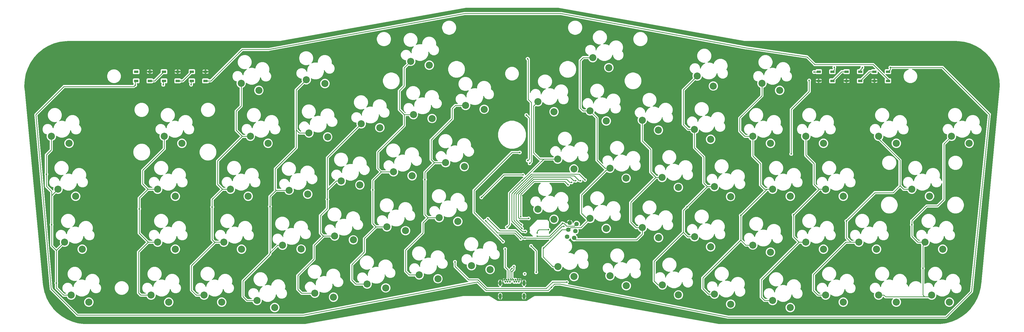
<source format=gbr>
G04 EAGLE Gerber RS-274X export*
G75*
%MOMM*%
%FSLAX34Y34*%
%LPD*%
%INBottom Copper*%
%IPPOS*%
%AMOC8*
5,1,8,0,0,1.08239X$1,22.5*%
G01*
%ADD10C,2.540000*%
%ADD11C,0.650000*%
%ADD12C,1.000000*%
%ADD13R,1.500000X0.900000*%
%ADD14C,1.625600*%
%ADD15C,0.279400*%
%ADD16C,0.553200*%

G36*
X802640Y-129815D02*
X802640Y-129815D01*
X802671Y-129818D01*
X802831Y-129800D01*
X1370408Y-28768D01*
X1370462Y-28751D01*
X1370519Y-28743D01*
X1370671Y-28691D01*
X1371496Y-28349D01*
X1372649Y-28349D01*
X1372680Y-28345D01*
X1372711Y-28348D01*
X1372871Y-28330D01*
X1374005Y-28128D01*
X1374878Y-28320D01*
X1374934Y-28325D01*
X1374990Y-28339D01*
X1375150Y-28349D01*
X1459471Y-28349D01*
X1459542Y-28340D01*
X1459614Y-28341D01*
X1459772Y-28313D01*
X1460496Y-28136D01*
X1461780Y-28334D01*
X1461797Y-28335D01*
X1461813Y-28339D01*
X1461974Y-28349D01*
X1463274Y-28349D01*
X1463962Y-28634D01*
X1464031Y-28653D01*
X1464097Y-28682D01*
X1464254Y-28716D01*
X1464990Y-28830D01*
X1466101Y-29504D01*
X1466116Y-29511D01*
X1466130Y-29521D01*
X1466274Y-29592D01*
X1467475Y-30090D01*
X1468002Y-30616D01*
X1468058Y-30660D01*
X1468108Y-30711D01*
X1468240Y-30804D01*
X1493896Y-46385D01*
X1493993Y-46428D01*
X1494086Y-46480D01*
X1494137Y-46493D01*
X1494186Y-46515D01*
X1494291Y-46533D01*
X1494394Y-46559D01*
X1494478Y-46564D01*
X1494499Y-46568D01*
X1494515Y-46567D01*
X1494554Y-46569D01*
X1597446Y-46569D01*
X1597551Y-46556D01*
X1597657Y-46551D01*
X1597708Y-46536D01*
X1597761Y-46529D01*
X1597860Y-46490D01*
X1597962Y-46460D01*
X1598037Y-46420D01*
X1598057Y-46412D01*
X1598069Y-46403D01*
X1598104Y-46385D01*
X1623760Y-30804D01*
X1623816Y-30759D01*
X1623877Y-30723D01*
X1623998Y-30616D01*
X1624525Y-30090D01*
X1625726Y-29592D01*
X1625740Y-29584D01*
X1625756Y-29579D01*
X1625899Y-29504D01*
X1627010Y-28830D01*
X1627746Y-28716D01*
X1627815Y-28696D01*
X1627886Y-28686D01*
X1628038Y-28634D01*
X1628726Y-28349D01*
X1630026Y-28349D01*
X1630043Y-28347D01*
X1630059Y-28349D01*
X1630220Y-28334D01*
X1631504Y-28136D01*
X1632228Y-28313D01*
X1632299Y-28321D01*
X1632368Y-28339D01*
X1632529Y-28349D01*
X1716850Y-28349D01*
X1716906Y-28342D01*
X1716963Y-28344D01*
X1717122Y-28320D01*
X1717995Y-28128D01*
X1719129Y-28330D01*
X1719160Y-28331D01*
X1719191Y-28339D01*
X1719351Y-28349D01*
X1720504Y-28349D01*
X1721329Y-28691D01*
X1721384Y-28706D01*
X1721436Y-28730D01*
X1721592Y-28768D01*
X2289179Y-129800D01*
X2289210Y-129801D01*
X2289241Y-129809D01*
X2289401Y-129819D01*
X3073990Y-129819D01*
X3074003Y-129818D01*
X3074032Y-129819D01*
X3084587Y-129464D01*
X3084606Y-129461D01*
X3084714Y-129453D01*
X3105633Y-126626D01*
X3105638Y-126625D01*
X3105642Y-126625D01*
X3105800Y-126592D01*
X3126152Y-120990D01*
X3126156Y-120988D01*
X3126161Y-120987D01*
X3126313Y-120934D01*
X3145732Y-112657D01*
X3145736Y-112654D01*
X3145740Y-112653D01*
X3145883Y-112580D01*
X3164019Y-101777D01*
X3164023Y-101774D01*
X3164027Y-101772D01*
X3164159Y-101680D01*
X3180685Y-88546D01*
X3180688Y-88543D01*
X3180692Y-88541D01*
X3180811Y-88432D01*
X3195429Y-73204D01*
X3195432Y-73200D01*
X3195436Y-73197D01*
X3195539Y-73073D01*
X3207986Y-56025D01*
X3207989Y-56020D01*
X3207992Y-56017D01*
X3208077Y-55881D01*
X3218130Y-37319D01*
X3218132Y-37315D01*
X3218135Y-37311D01*
X3218201Y-37164D01*
X3225678Y-17424D01*
X3225679Y-17419D01*
X3225681Y-17415D01*
X3225728Y-17261D01*
X3230494Y3303D01*
X3230496Y3322D01*
X3230517Y3429D01*
X3231854Y13904D01*
X3231855Y13917D01*
X3231859Y13947D01*
X3232095Y16461D01*
X3232095Y16462D01*
X3297639Y715557D01*
X3297639Y715570D01*
X3297643Y715601D01*
X3298283Y726488D01*
X3298282Y726506D01*
X3298284Y726620D01*
X3297299Y748396D01*
X3297298Y748404D01*
X3297298Y748411D01*
X3297279Y748571D01*
X3293293Y770002D01*
X3293290Y770009D01*
X3293290Y770017D01*
X3293249Y770172D01*
X3286338Y790847D01*
X3286335Y790853D01*
X3286333Y790861D01*
X3286271Y791009D01*
X3276568Y810529D01*
X3276564Y810536D01*
X3276562Y810543D01*
X3276479Y810681D01*
X3264171Y828673D01*
X3264166Y828678D01*
X3264163Y828685D01*
X3264062Y828811D01*
X3249385Y844928D01*
X3249380Y844933D01*
X3249375Y844939D01*
X3249258Y845049D01*
X3232494Y858983D01*
X3232488Y858987D01*
X3232482Y858992D01*
X3232351Y859086D01*
X3213822Y870568D01*
X3213815Y870571D01*
X3213809Y870576D01*
X3213666Y870650D01*
X3193727Y879460D01*
X3193720Y879462D01*
X3193713Y879466D01*
X3193562Y879520D01*
X3172596Y885489D01*
X3172589Y885490D01*
X3172582Y885493D01*
X3172424Y885526D01*
X3150835Y888539D01*
X3150817Y888539D01*
X3150703Y888550D01*
X3139804Y888929D01*
X3139791Y888927D01*
X3139760Y888929D01*
X2385280Y888929D01*
X2385224Y888922D01*
X2385167Y888924D01*
X2385008Y888900D01*
X2384136Y888708D01*
X2383001Y888910D01*
X2382970Y888911D01*
X2382939Y888919D01*
X2382779Y888929D01*
X2381626Y888929D01*
X2380801Y889271D01*
X2380746Y889286D01*
X2380694Y889310D01*
X2380538Y889348D01*
X1711831Y1008370D01*
X1711800Y1008371D01*
X1711769Y1008379D01*
X1711609Y1008389D01*
X1381401Y1008389D01*
X1381370Y1008385D01*
X1381339Y1008388D01*
X1381179Y1008370D01*
X712472Y889348D01*
X712418Y889331D01*
X712361Y889323D01*
X712209Y889271D01*
X711384Y888929D01*
X710231Y888929D01*
X710200Y888925D01*
X710169Y888928D01*
X710009Y888910D01*
X708874Y888708D01*
X708002Y888900D01*
X707945Y888905D01*
X707890Y888919D01*
X707730Y888929D01*
X-47770Y888929D01*
X-47783Y888928D01*
X-47814Y888929D01*
X-58715Y888550D01*
X-58733Y888547D01*
X-58847Y888539D01*
X-80440Y885523D01*
X-80447Y885521D01*
X-80455Y885521D01*
X-80612Y885487D01*
X-101581Y879515D01*
X-101588Y879512D01*
X-101596Y879511D01*
X-101747Y879455D01*
X-121689Y870641D01*
X-121695Y870637D01*
X-121702Y870635D01*
X-121844Y870559D01*
X-140376Y859072D01*
X-140382Y859067D01*
X-140389Y859064D01*
X-140519Y858969D01*
X-157284Y845030D01*
X-157289Y845025D01*
X-157295Y845021D01*
X-157411Y844909D01*
X-172088Y828785D01*
X-172092Y828779D01*
X-172098Y828774D01*
X-172197Y828647D01*
X-184504Y810650D01*
X-184507Y810643D01*
X-184512Y810637D01*
X-184593Y810498D01*
X-194292Y790971D01*
X-194295Y790964D01*
X-194299Y790958D01*
X-194359Y790809D01*
X-201266Y770128D01*
X-201267Y770121D01*
X-201270Y770114D01*
X-201310Y769958D01*
X-205290Y748522D01*
X-205291Y748514D01*
X-205293Y748507D01*
X-205310Y748347D01*
X-206289Y726566D01*
X-206287Y726548D01*
X-206288Y726434D01*
X-205643Y715546D01*
X-205641Y715533D01*
X-205640Y715502D01*
X-205589Y714965D01*
X-205403Y712987D01*
X-205403Y712986D01*
X-139640Y13901D01*
X-139637Y13888D01*
X-139635Y13858D01*
X-138293Y3385D01*
X-138289Y3367D01*
X-138271Y3259D01*
X-133498Y-17300D01*
X-133497Y-17304D01*
X-133496Y-17309D01*
X-133449Y-17463D01*
X-125967Y-37198D01*
X-125965Y-37202D01*
X-125964Y-37207D01*
X-125896Y-37353D01*
X-115840Y-55909D01*
X-115837Y-55913D01*
X-115836Y-55917D01*
X-115749Y-56053D01*
X-103299Y-73096D01*
X-103296Y-73099D01*
X-103294Y-73103D01*
X-103190Y-73226D01*
X-88570Y-88449D01*
X-88567Y-88452D01*
X-88564Y-88456D01*
X-88444Y-88564D01*
X-71919Y-101693D01*
X-71915Y-101695D01*
X-71912Y-101698D01*
X-71779Y-101789D01*
X-53644Y-112588D01*
X-53640Y-112590D01*
X-53636Y-112592D01*
X-53493Y-112665D01*
X-34076Y-120938D01*
X-34071Y-120940D01*
X-34067Y-120942D01*
X-33915Y-120994D01*
X-13566Y-126594D01*
X-13561Y-126595D01*
X-13557Y-126597D01*
X-13399Y-126628D01*
X7517Y-129454D01*
X7536Y-129454D01*
X7644Y-129464D01*
X18197Y-129819D01*
X18210Y-129817D01*
X18240Y-129819D01*
X20766Y-129819D01*
X802608Y-129819D01*
X802640Y-129815D01*
G37*
%LPC*%
G36*
X1707363Y60547D02*
X1707363Y60547D01*
X1701202Y63099D01*
X1696486Y67815D01*
X1695140Y71064D01*
X1695126Y71089D01*
X1695116Y71118D01*
X1695047Y71227D01*
X1694983Y71340D01*
X1694962Y71361D01*
X1694946Y71386D01*
X1694852Y71475D01*
X1694761Y71568D01*
X1694736Y71584D01*
X1694715Y71604D01*
X1694601Y71667D01*
X1694490Y71735D01*
X1694462Y71743D01*
X1694436Y71758D01*
X1694310Y71790D01*
X1694186Y71828D01*
X1694157Y71830D01*
X1694128Y71837D01*
X1693968Y71847D01*
X1692746Y71847D01*
X1691604Y71847D01*
X1690630Y72251D01*
X1689596Y72679D01*
X1688880Y73395D01*
X1687884Y74391D01*
X1687882Y74393D01*
X1652644Y109631D01*
X1651812Y111639D01*
X1651812Y143199D01*
X1652226Y144199D01*
X1652229Y144208D01*
X1652233Y144216D01*
X1652270Y144361D01*
X1652310Y144506D01*
X1652310Y144515D01*
X1652312Y144524D01*
X1652323Y144685D01*
X1652323Y145351D01*
X1653363Y147862D01*
X1655284Y149783D01*
X1657795Y150823D01*
X1657937Y150823D01*
X1658036Y150836D01*
X1658135Y150839D01*
X1658193Y150856D01*
X1658253Y150863D01*
X1658345Y150900D01*
X1658440Y150927D01*
X1658492Y150958D01*
X1658549Y150980D01*
X1658629Y151038D01*
X1658714Y151089D01*
X1658790Y151155D01*
X1658806Y151167D01*
X1658814Y151176D01*
X1658835Y151195D01*
X1679615Y171975D01*
X1679700Y172085D01*
X1679789Y172192D01*
X1679797Y172210D01*
X1679810Y172226D01*
X1679865Y172354D01*
X1679924Y172480D01*
X1679928Y172499D01*
X1679936Y172518D01*
X1679958Y172656D01*
X1679984Y172792D01*
X1679983Y172812D01*
X1679986Y172832D01*
X1679973Y172971D01*
X1679964Y173109D01*
X1679958Y173129D01*
X1679956Y173149D01*
X1679909Y173280D01*
X1679866Y173412D01*
X1679855Y173429D01*
X1679849Y173448D01*
X1679770Y173563D01*
X1679696Y173681D01*
X1679681Y173694D01*
X1679670Y173711D01*
X1679566Y173803D01*
X1679464Y173898D01*
X1679447Y173908D01*
X1679432Y173922D01*
X1679308Y173985D01*
X1679186Y174052D01*
X1679166Y174057D01*
X1679148Y174066D01*
X1679012Y174097D01*
X1678878Y174131D01*
X1678850Y174133D01*
X1678838Y174136D01*
X1678818Y174135D01*
X1678717Y174142D01*
X1674787Y174142D01*
X1674689Y174129D01*
X1674590Y174126D01*
X1674531Y174109D01*
X1674471Y174102D01*
X1674379Y174065D01*
X1674284Y174038D01*
X1674232Y174007D01*
X1674176Y173985D01*
X1674096Y173927D01*
X1674010Y173876D01*
X1673935Y173810D01*
X1673918Y173798D01*
X1673911Y173789D01*
X1673889Y173770D01*
X1673677Y173557D01*
X1634775Y173557D01*
X1634562Y173770D01*
X1634484Y173831D01*
X1634412Y173898D01*
X1634359Y173928D01*
X1634311Y173965D01*
X1634220Y174004D01*
X1634133Y174052D01*
X1634075Y174067D01*
X1634019Y174091D01*
X1633921Y174107D01*
X1633825Y174131D01*
X1633725Y174138D01*
X1633705Y174141D01*
X1633693Y174140D01*
X1633665Y174142D01*
X1596771Y174142D01*
X1596673Y174129D01*
X1596573Y174126D01*
X1596515Y174109D01*
X1596455Y174102D01*
X1596363Y174065D01*
X1596268Y174038D01*
X1596216Y174007D01*
X1596159Y173985D01*
X1596079Y173927D01*
X1595994Y173876D01*
X1595927Y173817D01*
X1593405Y172773D01*
X1590688Y172773D01*
X1588151Y173824D01*
X1588142Y173831D01*
X1588070Y173898D01*
X1588017Y173928D01*
X1587969Y173965D01*
X1587878Y174004D01*
X1587791Y174052D01*
X1587733Y174067D01*
X1587677Y174091D01*
X1587579Y174107D01*
X1587483Y174131D01*
X1587383Y174138D01*
X1587363Y174141D01*
X1587350Y174140D01*
X1587322Y174142D01*
X1584636Y174142D01*
X1584606Y174138D01*
X1584577Y174140D01*
X1584449Y174118D01*
X1584320Y174102D01*
X1584293Y174091D01*
X1584264Y174086D01*
X1584145Y174033D01*
X1584025Y173985D01*
X1584001Y173967D01*
X1583974Y173955D01*
X1583872Y173874D01*
X1583767Y173798D01*
X1583748Y173775D01*
X1583725Y173757D01*
X1583647Y173653D01*
X1583564Y173553D01*
X1583552Y173526D01*
X1583534Y173503D01*
X1583463Y173358D01*
X1583385Y173169D01*
X1581463Y171247D01*
X1578953Y170207D01*
X1576235Y170207D01*
X1573725Y171247D01*
X1571803Y173169D01*
X1570752Y175706D01*
X1570751Y175717D01*
X1570748Y175816D01*
X1570731Y175874D01*
X1570723Y175934D01*
X1570687Y176027D01*
X1570659Y176122D01*
X1570629Y176174D01*
X1570606Y176230D01*
X1570548Y176310D01*
X1570498Y176396D01*
X1570432Y176471D01*
X1570420Y176488D01*
X1570410Y176495D01*
X1570391Y176516D01*
X1554209Y192699D01*
X1554131Y192759D01*
X1554059Y192827D01*
X1554006Y192856D01*
X1553958Y192893D01*
X1553867Y192933D01*
X1553780Y192981D01*
X1553722Y192996D01*
X1553666Y193020D01*
X1553568Y193035D01*
X1553472Y193060D01*
X1553373Y193066D01*
X1553352Y193070D01*
X1553340Y193069D01*
X1553312Y193070D01*
X1498670Y193065D01*
X1498532Y193048D01*
X1498393Y193035D01*
X1498374Y193028D01*
X1498354Y193025D01*
X1498225Y192974D01*
X1498094Y192927D01*
X1498077Y192916D01*
X1498058Y192908D01*
X1497946Y192827D01*
X1497831Y192748D01*
X1497817Y192733D01*
X1497801Y192721D01*
X1497712Y192614D01*
X1497620Y192510D01*
X1497611Y192492D01*
X1497598Y192476D01*
X1497539Y192351D01*
X1497476Y192227D01*
X1497471Y192207D01*
X1497463Y192189D01*
X1497437Y192052D01*
X1497406Y191916D01*
X1497407Y191896D01*
X1497403Y191876D01*
X1497412Y191738D01*
X1497416Y191599D01*
X1497422Y191579D01*
X1497423Y191559D01*
X1497466Y191427D01*
X1497504Y191293D01*
X1497515Y191276D01*
X1497521Y191256D01*
X1497595Y191139D01*
X1497666Y191019D01*
X1497684Y190998D01*
X1497691Y190988D01*
X1497706Y190974D01*
X1497772Y190898D01*
X1514285Y174385D01*
X1514363Y174325D01*
X1514436Y174257D01*
X1514489Y174228D01*
X1514536Y174190D01*
X1514627Y174151D01*
X1514714Y174103D01*
X1514773Y174088D01*
X1514828Y174064D01*
X1514926Y174048D01*
X1514954Y174041D01*
X1517532Y172974D01*
X1519453Y171052D01*
X1520493Y168542D01*
X1520493Y165824D01*
X1519453Y163314D01*
X1517532Y161392D01*
X1515021Y160352D01*
X1512303Y160352D01*
X1509793Y161392D01*
X1507871Y163314D01*
X1506832Y165824D01*
X1506832Y165865D01*
X1506819Y165963D01*
X1506816Y166062D01*
X1506799Y166121D01*
X1506792Y166181D01*
X1506755Y166273D01*
X1506728Y166368D01*
X1506697Y166420D01*
X1506675Y166476D01*
X1506617Y166556D01*
X1506566Y166642D01*
X1506500Y166717D01*
X1506488Y166734D01*
X1506478Y166741D01*
X1506460Y166763D01*
X1404790Y268432D01*
X1403959Y270439D01*
X1403959Y352597D01*
X1404790Y354604D01*
X1542522Y492336D01*
X1544529Y493167D01*
X1569009Y493167D01*
X1569107Y493180D01*
X1569206Y493183D01*
X1569265Y493199D01*
X1569325Y493207D01*
X1569417Y493243D01*
X1569512Y493271D01*
X1569564Y493302D01*
X1569620Y493324D01*
X1569700Y493382D01*
X1569786Y493432D01*
X1569853Y493492D01*
X1572374Y494536D01*
X1575092Y494536D01*
X1577602Y493496D01*
X1579524Y491575D01*
X1580564Y489064D01*
X1580564Y486347D01*
X1579524Y483836D01*
X1577602Y481915D01*
X1575092Y480875D01*
X1572374Y480875D01*
X1569837Y481926D01*
X1569828Y481933D01*
X1569756Y482000D01*
X1569703Y482030D01*
X1569655Y482067D01*
X1569564Y482106D01*
X1569478Y482154D01*
X1569419Y482169D01*
X1569363Y482193D01*
X1569265Y482209D01*
X1569170Y482233D01*
X1569070Y482240D01*
X1569049Y482243D01*
X1569037Y482242D01*
X1569009Y482244D01*
X1548403Y482244D01*
X1548305Y482231D01*
X1548206Y482228D01*
X1548148Y482211D01*
X1548088Y482204D01*
X1547996Y482167D01*
X1547901Y482140D01*
X1547849Y482109D01*
X1547792Y482087D01*
X1547712Y482029D01*
X1547627Y481978D01*
X1547551Y481912D01*
X1547535Y481900D01*
X1547527Y481891D01*
X1547506Y481872D01*
X1415254Y349620D01*
X1415193Y349542D01*
X1415125Y349470D01*
X1415096Y349417D01*
X1415059Y349369D01*
X1415020Y349278D01*
X1414972Y349191D01*
X1414957Y349133D01*
X1414933Y349077D01*
X1414917Y348979D01*
X1414893Y348883D01*
X1414886Y348783D01*
X1414883Y348763D01*
X1414884Y348750D01*
X1414882Y348722D01*
X1414882Y274314D01*
X1414895Y274216D01*
X1414898Y274117D01*
X1414915Y274059D01*
X1414922Y273998D01*
X1414959Y273906D01*
X1414986Y273811D01*
X1415017Y273759D01*
X1415039Y273703D01*
X1415097Y273623D01*
X1415148Y273537D01*
X1415214Y273462D01*
X1415226Y273445D01*
X1415235Y273438D01*
X1415254Y273416D01*
X1443242Y245429D01*
X1443281Y245398D01*
X1443315Y245361D01*
X1443406Y245301D01*
X1443493Y245234D01*
X1443539Y245214D01*
X1443580Y245187D01*
X1443684Y245151D01*
X1443785Y245107D01*
X1443834Y245100D01*
X1443881Y245083D01*
X1443990Y245075D01*
X1444099Y245058D01*
X1444149Y245062D01*
X1444198Y245058D01*
X1444306Y245077D01*
X1444416Y245087D01*
X1444463Y245104D01*
X1444511Y245113D01*
X1444611Y245158D01*
X1444715Y245195D01*
X1444756Y245223D01*
X1444801Y245243D01*
X1444887Y245312D01*
X1444978Y245374D01*
X1445011Y245411D01*
X1445050Y245442D01*
X1445116Y245530D01*
X1445189Y245612D01*
X1445211Y245656D01*
X1445241Y245696D01*
X1445300Y245816D01*
X1447225Y247741D01*
X1449735Y248781D01*
X1450978Y248781D01*
X1451096Y248796D01*
X1451215Y248803D01*
X1451253Y248816D01*
X1451293Y248821D01*
X1451404Y248865D01*
X1451517Y248901D01*
X1451551Y248923D01*
X1451589Y248938D01*
X1451685Y249008D01*
X1451786Y249071D01*
X1451813Y249101D01*
X1451846Y249125D01*
X1451922Y249216D01*
X1452004Y249303D01*
X1452023Y249338D01*
X1452049Y249370D01*
X1452100Y249477D01*
X1452157Y249581D01*
X1452167Y249621D01*
X1452185Y249657D01*
X1452207Y249774D01*
X1452237Y249889D01*
X1452240Y249950D01*
X1452244Y249970D01*
X1452243Y249990D01*
X1452247Y250050D01*
X1452247Y250380D01*
X1453287Y252891D01*
X1455208Y254812D01*
X1457719Y255852D01*
X1460436Y255852D01*
X1462947Y254812D01*
X1464868Y252891D01*
X1465919Y250354D01*
X1465921Y250342D01*
X1465924Y250243D01*
X1465941Y250185D01*
X1465948Y250125D01*
X1465985Y250033D01*
X1466012Y249938D01*
X1466043Y249886D01*
X1466065Y249829D01*
X1466123Y249749D01*
X1466174Y249664D01*
X1466240Y249589D01*
X1466252Y249572D01*
X1466261Y249564D01*
X1466280Y249543D01*
X1503920Y211904D01*
X1503998Y211843D01*
X1504070Y211775D01*
X1504123Y211746D01*
X1504171Y211709D01*
X1504262Y211669D01*
X1504348Y211622D01*
X1504407Y211606D01*
X1504463Y211582D01*
X1504561Y211567D01*
X1504656Y211542D01*
X1504756Y211536D01*
X1504777Y211533D01*
X1504789Y211534D01*
X1504817Y211532D01*
X1522807Y211532D01*
X1522944Y211549D01*
X1523083Y211562D01*
X1523102Y211569D01*
X1523122Y211572D01*
X1523251Y211623D01*
X1523382Y211670D01*
X1523399Y211681D01*
X1523418Y211689D01*
X1523530Y211770D01*
X1523645Y211849D01*
X1523659Y211864D01*
X1523675Y211876D01*
X1523764Y211983D01*
X1523856Y212087D01*
X1523865Y212105D01*
X1523878Y212121D01*
X1523937Y212246D01*
X1524000Y212370D01*
X1524005Y212390D01*
X1524013Y212408D01*
X1524040Y212545D01*
X1524070Y212681D01*
X1524069Y212701D01*
X1524073Y212721D01*
X1524065Y212859D01*
X1524060Y212998D01*
X1524055Y213018D01*
X1524054Y213038D01*
X1524011Y213170D01*
X1523972Y213304D01*
X1523962Y213321D01*
X1523955Y213341D01*
X1523881Y213458D01*
X1523810Y213578D01*
X1523792Y213599D01*
X1523785Y213609D01*
X1523770Y213623D01*
X1523704Y213699D01*
X1521918Y215485D01*
X1520878Y217996D01*
X1520878Y220713D01*
X1521918Y223224D01*
X1523839Y225145D01*
X1526376Y226196D01*
X1526388Y226198D01*
X1526487Y226201D01*
X1526545Y226217D01*
X1526605Y226225D01*
X1526697Y226261D01*
X1526792Y226289D01*
X1526844Y226320D01*
X1526901Y226342D01*
X1526981Y226400D01*
X1527066Y226450D01*
X1527141Y226517D01*
X1527158Y226529D01*
X1527166Y226538D01*
X1527187Y226557D01*
X1531044Y230414D01*
X1531105Y230493D01*
X1531173Y230565D01*
X1531202Y230618D01*
X1531239Y230666D01*
X1531279Y230757D01*
X1531326Y230843D01*
X1531342Y230902D01*
X1531366Y230958D01*
X1531381Y231055D01*
X1531406Y231151D01*
X1531412Y231251D01*
X1531415Y231272D01*
X1531414Y231284D01*
X1531416Y231312D01*
X1531416Y342894D01*
X1532248Y344902D01*
X1533963Y346617D01*
X1575966Y388620D01*
X1575971Y388627D01*
X1575979Y388633D01*
X1576069Y388753D01*
X1576161Y388871D01*
X1576164Y388880D01*
X1576170Y388887D01*
X1576241Y389032D01*
X1576858Y390521D01*
X1578779Y392442D01*
X1581266Y393472D01*
X1581274Y393477D01*
X1581283Y393479D01*
X1581412Y393555D01*
X1581542Y393630D01*
X1581548Y393636D01*
X1581557Y393641D01*
X1581677Y393747D01*
X1585917Y397987D01*
X1586002Y398097D01*
X1586091Y398204D01*
X1586099Y398222D01*
X1586112Y398238D01*
X1586167Y398366D01*
X1586226Y398491D01*
X1586230Y398511D01*
X1586238Y398530D01*
X1586260Y398668D01*
X1586286Y398804D01*
X1586285Y398824D01*
X1586288Y398844D01*
X1586275Y398983D01*
X1586266Y399121D01*
X1586260Y399140D01*
X1586258Y399161D01*
X1586211Y399292D01*
X1586168Y399424D01*
X1586157Y399441D01*
X1586151Y399460D01*
X1586072Y399575D01*
X1585998Y399692D01*
X1585983Y399706D01*
X1585972Y399723D01*
X1585868Y399815D01*
X1585766Y399910D01*
X1585749Y399920D01*
X1585734Y399933D01*
X1585610Y399997D01*
X1585488Y400064D01*
X1585468Y400069D01*
X1585450Y400078D01*
X1585314Y400109D01*
X1585180Y400143D01*
X1585152Y400145D01*
X1585140Y400148D01*
X1585120Y400147D01*
X1585019Y400153D01*
X1584236Y400153D01*
X1581700Y401204D01*
X1581689Y401212D01*
X1581617Y401280D01*
X1581564Y401309D01*
X1581516Y401346D01*
X1581426Y401386D01*
X1581339Y401434D01*
X1581280Y401449D01*
X1581225Y401473D01*
X1581127Y401488D01*
X1581031Y401513D01*
X1580931Y401519D01*
X1580911Y401523D01*
X1580898Y401521D01*
X1580870Y401523D01*
X1519335Y401534D01*
X1519237Y401521D01*
X1519138Y401518D01*
X1519080Y401502D01*
X1519020Y401494D01*
X1518928Y401458D01*
X1518833Y401430D01*
X1518781Y401399D01*
X1518724Y401377D01*
X1518644Y401319D01*
X1518559Y401269D01*
X1518483Y401202D01*
X1518467Y401190D01*
X1518459Y401181D01*
X1518438Y401162D01*
X1443141Y325865D01*
X1443080Y325787D01*
X1443012Y325715D01*
X1442983Y325662D01*
X1442946Y325614D01*
X1442906Y325523D01*
X1442859Y325436D01*
X1442843Y325378D01*
X1442819Y325322D01*
X1442804Y325224D01*
X1442779Y325128D01*
X1442773Y325039D01*
X1441729Y322517D01*
X1439807Y320596D01*
X1437297Y319556D01*
X1434579Y319556D01*
X1432069Y320596D01*
X1430147Y322517D01*
X1429107Y325028D01*
X1429107Y327745D01*
X1430147Y330256D01*
X1432069Y332177D01*
X1434606Y333228D01*
X1434617Y333230D01*
X1434716Y333233D01*
X1434775Y333250D01*
X1434835Y333257D01*
X1434927Y333294D01*
X1435022Y333321D01*
X1435074Y333352D01*
X1435130Y333374D01*
X1435210Y333432D01*
X1435296Y333483D01*
X1435371Y333549D01*
X1435388Y333561D01*
X1435395Y333570D01*
X1435417Y333589D01*
X1511739Y409912D01*
X1511741Y409913D01*
X1512730Y410902D01*
X1512730Y410903D01*
X1513454Y411627D01*
X1514444Y412036D01*
X1514444Y412037D01*
X1515462Y412458D01*
X1516479Y412458D01*
X1517883Y412458D01*
X1517887Y412458D01*
X1580872Y412447D01*
X1580970Y412459D01*
X1581069Y412462D01*
X1581127Y412479D01*
X1581187Y412486D01*
X1581280Y412523D01*
X1581375Y412551D01*
X1581427Y412581D01*
X1581483Y412603D01*
X1581563Y412662D01*
X1581649Y412712D01*
X1581715Y412770D01*
X1584236Y413815D01*
X1586954Y413815D01*
X1589464Y412775D01*
X1591386Y410853D01*
X1592426Y408343D01*
X1592426Y407560D01*
X1592443Y407422D01*
X1592456Y407284D01*
X1592463Y407264D01*
X1592466Y407244D01*
X1592517Y407115D01*
X1592564Y406984D01*
X1592575Y406967D01*
X1592583Y406949D01*
X1592664Y406837D01*
X1592742Y406721D01*
X1592758Y406708D01*
X1592769Y406691D01*
X1592877Y406603D01*
X1592981Y406511D01*
X1592999Y406501D01*
X1593014Y406488D01*
X1593140Y406429D01*
X1593264Y406366D01*
X1593284Y406362D01*
X1593302Y406353D01*
X1593438Y406327D01*
X1593574Y406296D01*
X1593595Y406297D01*
X1593615Y406293D01*
X1593753Y406302D01*
X1593892Y406306D01*
X1593912Y406312D01*
X1593932Y406313D01*
X1594064Y406356D01*
X1594198Y406394D01*
X1594215Y406405D01*
X1594234Y406411D01*
X1594352Y406485D01*
X1594472Y406556D01*
X1594493Y406575D01*
X1594503Y406581D01*
X1594517Y406596D01*
X1594593Y406662D01*
X1644634Y456704D01*
X1644665Y456744D01*
X1644702Y456777D01*
X1644762Y456869D01*
X1644829Y456956D01*
X1644849Y457001D01*
X1644876Y457043D01*
X1644912Y457147D01*
X1644956Y457247D01*
X1644964Y457297D01*
X1644980Y457344D01*
X1644988Y457453D01*
X1645006Y457562D01*
X1645001Y457611D01*
X1645005Y457661D01*
X1644986Y457769D01*
X1644976Y457878D01*
X1644959Y457925D01*
X1644950Y457974D01*
X1644905Y458074D01*
X1644868Y458177D01*
X1644840Y458219D01*
X1644820Y458264D01*
X1644751Y458349D01*
X1644690Y458441D01*
X1644652Y458474D01*
X1644621Y458512D01*
X1644534Y458578D01*
X1644451Y458651D01*
X1644407Y458674D01*
X1644367Y458704D01*
X1644223Y458774D01*
X1643118Y459232D01*
X1642173Y459623D01*
X1641420Y460377D01*
X1622563Y479234D01*
X1622453Y479319D01*
X1622346Y479407D01*
X1622328Y479416D01*
X1622312Y479428D01*
X1622184Y479484D01*
X1622059Y479543D01*
X1622039Y479547D01*
X1622020Y479555D01*
X1621882Y479577D01*
X1621746Y479603D01*
X1621726Y479601D01*
X1621706Y479605D01*
X1621567Y479592D01*
X1621429Y479583D01*
X1621410Y479577D01*
X1621389Y479575D01*
X1621258Y479528D01*
X1621126Y479485D01*
X1621109Y479474D01*
X1621090Y479467D01*
X1620975Y479389D01*
X1620858Y479315D01*
X1620844Y479300D01*
X1620827Y479289D01*
X1620735Y479185D01*
X1620640Y479083D01*
X1620630Y479065D01*
X1620616Y479050D01*
X1620553Y478926D01*
X1620486Y478805D01*
X1620481Y478785D01*
X1620472Y478767D01*
X1620441Y478631D01*
X1620407Y478497D01*
X1620405Y478469D01*
X1620402Y478457D01*
X1620403Y478436D01*
X1620396Y478336D01*
X1620396Y453066D01*
X1619565Y451058D01*
X1616625Y448119D01*
X1616565Y448040D01*
X1616497Y447968D01*
X1616468Y447915D01*
X1616431Y447867D01*
X1616391Y447776D01*
X1616343Y447690D01*
X1616328Y447631D01*
X1616304Y447575D01*
X1616289Y447478D01*
X1616264Y447382D01*
X1616258Y447292D01*
X1615214Y444771D01*
X1613292Y442849D01*
X1610782Y441809D01*
X1608064Y441809D01*
X1605554Y442849D01*
X1603632Y444771D01*
X1602592Y447281D01*
X1602592Y449999D01*
X1602660Y450162D01*
X1602673Y450210D01*
X1602694Y450255D01*
X1602715Y450363D01*
X1602744Y450469D01*
X1602745Y450519D01*
X1602754Y450567D01*
X1602747Y450677D01*
X1602749Y450787D01*
X1602737Y450835D01*
X1602734Y450885D01*
X1602700Y450989D01*
X1602675Y451096D01*
X1602651Y451140D01*
X1602636Y451187D01*
X1602577Y451280D01*
X1602526Y451377D01*
X1602493Y451414D01*
X1602466Y451456D01*
X1602386Y451531D01*
X1602312Y451612D01*
X1602271Y451640D01*
X1602234Y451674D01*
X1602138Y451727D01*
X1602046Y451787D01*
X1601999Y451803D01*
X1601956Y451827D01*
X1601849Y451855D01*
X1601746Y451890D01*
X1601696Y451894D01*
X1601648Y451907D01*
X1601487Y451917D01*
X1601209Y451917D01*
X1598698Y452957D01*
X1596777Y454879D01*
X1595737Y457389D01*
X1595737Y460107D01*
X1596777Y462617D01*
X1598698Y464539D01*
X1601235Y465590D01*
X1601247Y465591D01*
X1601346Y465594D01*
X1601404Y465611D01*
X1601464Y465618D01*
X1601556Y465655D01*
X1601651Y465682D01*
X1601703Y465713D01*
X1601760Y465735D01*
X1601840Y465794D01*
X1601925Y465844D01*
X1602001Y465910D01*
X1602017Y465922D01*
X1602025Y465932D01*
X1602046Y465950D01*
X1602396Y466300D01*
X1602456Y466378D01*
X1602524Y466450D01*
X1602554Y466503D01*
X1602591Y466551D01*
X1602630Y466642D01*
X1602678Y466729D01*
X1602693Y466787D01*
X1602717Y466843D01*
X1602733Y466941D01*
X1602757Y467037D01*
X1602764Y467137D01*
X1602767Y467157D01*
X1602766Y467169D01*
X1602768Y467197D01*
X1602768Y608897D01*
X1602755Y608995D01*
X1602752Y609095D01*
X1602745Y609118D01*
X1602745Y609121D01*
X1602738Y609144D01*
X1602735Y609153D01*
X1602728Y609213D01*
X1602691Y609305D01*
X1602664Y609400D01*
X1602633Y609452D01*
X1602611Y609509D01*
X1602553Y609589D01*
X1602502Y609674D01*
X1602436Y609749D01*
X1602424Y609766D01*
X1602414Y609774D01*
X1602396Y609795D01*
X1596864Y615326D01*
X1596786Y615387D01*
X1596714Y615455D01*
X1596661Y615484D01*
X1596613Y615521D01*
X1596522Y615560D01*
X1596436Y615608D01*
X1596377Y615623D01*
X1596321Y615647D01*
X1596223Y615663D01*
X1596128Y615688D01*
X1596038Y615693D01*
X1593517Y616738D01*
X1591595Y618659D01*
X1590555Y621170D01*
X1590555Y623887D01*
X1591595Y626398D01*
X1593517Y628319D01*
X1596027Y629359D01*
X1598745Y629359D01*
X1601255Y628319D01*
X1603177Y626398D01*
X1604228Y623861D01*
X1604229Y623850D01*
X1604232Y623750D01*
X1604249Y623692D01*
X1604257Y623632D01*
X1604293Y623540D01*
X1604321Y623445D01*
X1604351Y623393D01*
X1604374Y623336D01*
X1604432Y623256D01*
X1604482Y623171D01*
X1604548Y623096D01*
X1604560Y623079D01*
X1604570Y623071D01*
X1604588Y623050D01*
X1607306Y620332D01*
X1607416Y620247D01*
X1607523Y620159D01*
X1607542Y620150D01*
X1607558Y620137D01*
X1607686Y620082D01*
X1607811Y620023D01*
X1607831Y620019D01*
X1607849Y620011D01*
X1607987Y619989D01*
X1608123Y619963D01*
X1608143Y619964D01*
X1608163Y619961D01*
X1608303Y619974D01*
X1608441Y619983D01*
X1608460Y619989D01*
X1608480Y619991D01*
X1608611Y620038D01*
X1608743Y620081D01*
X1608760Y620092D01*
X1608779Y620099D01*
X1608894Y620177D01*
X1609012Y620251D01*
X1609026Y620266D01*
X1609043Y620277D01*
X1609135Y620382D01*
X1609230Y620483D01*
X1609240Y620500D01*
X1609253Y620516D01*
X1609316Y620640D01*
X1609383Y620761D01*
X1609388Y620781D01*
X1609398Y620799D01*
X1609428Y620935D01*
X1609463Y621069D01*
X1609465Y621097D01*
X1609467Y621109D01*
X1609467Y621130D01*
X1609473Y621230D01*
X1609473Y665130D01*
X1609461Y665228D01*
X1609458Y665328D01*
X1609441Y665386D01*
X1609433Y665446D01*
X1609397Y665538D01*
X1609369Y665633D01*
X1609338Y665685D01*
X1609316Y665742D01*
X1609258Y665822D01*
X1609208Y665907D01*
X1609141Y665982D01*
X1609129Y665999D01*
X1609120Y666007D01*
X1609101Y666028D01*
X1599967Y675162D01*
X1599135Y677170D01*
X1599135Y817916D01*
X1599132Y817946D01*
X1599134Y817975D01*
X1599112Y818103D01*
X1599095Y818232D01*
X1599085Y818259D01*
X1599079Y818288D01*
X1599026Y818407D01*
X1598978Y818528D01*
X1598961Y818551D01*
X1598949Y818578D01*
X1598868Y818680D01*
X1598792Y818785D01*
X1598769Y818804D01*
X1598750Y818827D01*
X1598647Y818905D01*
X1598547Y818988D01*
X1598520Y819000D01*
X1598496Y819018D01*
X1598352Y819089D01*
X1598302Y819110D01*
X1596380Y821031D01*
X1595340Y823542D01*
X1595340Y826259D01*
X1596380Y828770D01*
X1598302Y830691D01*
X1600812Y831731D01*
X1603530Y831731D01*
X1606040Y830691D01*
X1607962Y828770D01*
X1609013Y826233D01*
X1609014Y826221D01*
X1609017Y826122D01*
X1609034Y826064D01*
X1609042Y826004D01*
X1609078Y825912D01*
X1609106Y825817D01*
X1609136Y825765D01*
X1609159Y825708D01*
X1609183Y825674D01*
X1610059Y823561D01*
X1610059Y703056D01*
X1610067Y702987D01*
X1610066Y702917D01*
X1610087Y702830D01*
X1610099Y702741D01*
X1610124Y702676D01*
X1610141Y702608D01*
X1610183Y702529D01*
X1610216Y702445D01*
X1610257Y702389D01*
X1610289Y702327D01*
X1610350Y702261D01*
X1610402Y702188D01*
X1610456Y702143D01*
X1610503Y702092D01*
X1610578Y702042D01*
X1610647Y701985D01*
X1610710Y701955D01*
X1610769Y701917D01*
X1610854Y701888D01*
X1610935Y701849D01*
X1611004Y701836D01*
X1611070Y701814D01*
X1611159Y701807D01*
X1611247Y701790D01*
X1611317Y701794D01*
X1611387Y701788D01*
X1611475Y701804D01*
X1611565Y701809D01*
X1611631Y701831D01*
X1611700Y701843D01*
X1611782Y701880D01*
X1611867Y701907D01*
X1611926Y701945D01*
X1611990Y701973D01*
X1612060Y702029D01*
X1612136Y702078D01*
X1612184Y702128D01*
X1612238Y702172D01*
X1612292Y702244D01*
X1612354Y702309D01*
X1612388Y702370D01*
X1612430Y702426D01*
X1612501Y702571D01*
X1614802Y708126D01*
X1620054Y713378D01*
X1626916Y716221D01*
X1634344Y716221D01*
X1641206Y713378D01*
X1646458Y708126D01*
X1649301Y701264D01*
X1649301Y697869D01*
X1649320Y697718D01*
X1649337Y697566D01*
X1649340Y697560D01*
X1649341Y697553D01*
X1649396Y697412D01*
X1649451Y697269D01*
X1649455Y697264D01*
X1649458Y697257D01*
X1649547Y697135D01*
X1649635Y697010D01*
X1649641Y697005D01*
X1649644Y697000D01*
X1649761Y696903D01*
X1649878Y696804D01*
X1649884Y696801D01*
X1649889Y696797D01*
X1650027Y696732D01*
X1650164Y696666D01*
X1650171Y696665D01*
X1650177Y696662D01*
X1650326Y696633D01*
X1650476Y696603D01*
X1650483Y696603D01*
X1650489Y696602D01*
X1650641Y696611D01*
X1650794Y696619D01*
X1650800Y696621D01*
X1650807Y696622D01*
X1650952Y696669D01*
X1651097Y696714D01*
X1651103Y696718D01*
X1651109Y696720D01*
X1651239Y696802D01*
X1651368Y696881D01*
X1651372Y696886D01*
X1651378Y696890D01*
X1651483Y697002D01*
X1651588Y697111D01*
X1651591Y697116D01*
X1651596Y697121D01*
X1651669Y697255D01*
X1651745Y697387D01*
X1651747Y697396D01*
X1651750Y697400D01*
X1651752Y697410D01*
X1651796Y697540D01*
X1652555Y700372D01*
X1656525Y707249D01*
X1662141Y712865D01*
X1667006Y715674D01*
X1667123Y715762D01*
X1667240Y715847D01*
X1667249Y715858D01*
X1667260Y715866D01*
X1667350Y715980D01*
X1667443Y716092D01*
X1667449Y716105D01*
X1667457Y716115D01*
X1667517Y716249D01*
X1667579Y716380D01*
X1667581Y716393D01*
X1667587Y716406D01*
X1667611Y716550D01*
X1667638Y716692D01*
X1667638Y716706D01*
X1667640Y716719D01*
X1667628Y716865D01*
X1667619Y717010D01*
X1667615Y717023D01*
X1667613Y717036D01*
X1667566Y717174D01*
X1667521Y717312D01*
X1667514Y717324D01*
X1667509Y717337D01*
X1667428Y717458D01*
X1667351Y717581D01*
X1667341Y717590D01*
X1667333Y717602D01*
X1667225Y717699D01*
X1667119Y717799D01*
X1667107Y717805D01*
X1667097Y717815D01*
X1666968Y717882D01*
X1666840Y717952D01*
X1666827Y717956D01*
X1666815Y717962D01*
X1666673Y717996D01*
X1666532Y718032D01*
X1666514Y718033D01*
X1666506Y718035D01*
X1666489Y718035D01*
X1666372Y718042D01*
X1661187Y718042D01*
X1654791Y719756D01*
X1649057Y723066D01*
X1644375Y727748D01*
X1641064Y733483D01*
X1639350Y739878D01*
X1639350Y746500D01*
X1641064Y752895D01*
X1644375Y758629D01*
X1649057Y763311D01*
X1654791Y766622D01*
X1661187Y768336D01*
X1667808Y768336D01*
X1674204Y766622D01*
X1679938Y763311D01*
X1684620Y758629D01*
X1687930Y752895D01*
X1689644Y746500D01*
X1689644Y739878D01*
X1687930Y733483D01*
X1684620Y727748D01*
X1679938Y723067D01*
X1676807Y721259D01*
X1676691Y721171D01*
X1676573Y721086D01*
X1676565Y721075D01*
X1676554Y721067D01*
X1676464Y720953D01*
X1676371Y720841D01*
X1676365Y720828D01*
X1676356Y720818D01*
X1676297Y720684D01*
X1676235Y720553D01*
X1676232Y720540D01*
X1676227Y720527D01*
X1676202Y720383D01*
X1676175Y720240D01*
X1676176Y720227D01*
X1676174Y720214D01*
X1676186Y720068D01*
X1676195Y719923D01*
X1676199Y719910D01*
X1676200Y719897D01*
X1676248Y719759D01*
X1676293Y719621D01*
X1676300Y719609D01*
X1676305Y719596D01*
X1676385Y719475D01*
X1676463Y719352D01*
X1676473Y719343D01*
X1676480Y719331D01*
X1676589Y719234D01*
X1676695Y719134D01*
X1676707Y719127D01*
X1676717Y719118D01*
X1676846Y719051D01*
X1676973Y718980D01*
X1676986Y718977D01*
X1676998Y718971D01*
X1677141Y718937D01*
X1677281Y718901D01*
X1677300Y718900D01*
X1677308Y718898D01*
X1677325Y718898D01*
X1677442Y718891D01*
X1684631Y718891D01*
X1692302Y716835D01*
X1696829Y714221D01*
X1696945Y714173D01*
X1697058Y714118D01*
X1697091Y714111D01*
X1697122Y714098D01*
X1697247Y714080D01*
X1697370Y714055D01*
X1697404Y714056D01*
X1697437Y714052D01*
X1697562Y714065D01*
X1697688Y714071D01*
X1697720Y714081D01*
X1697753Y714085D01*
X1697871Y714129D01*
X1697991Y714166D01*
X1698020Y714184D01*
X1698051Y714195D01*
X1698155Y714267D01*
X1698262Y714333D01*
X1698285Y714358D01*
X1698313Y714377D01*
X1698395Y714472D01*
X1698482Y714563D01*
X1698498Y714592D01*
X1698521Y714617D01*
X1698577Y714730D01*
X1698638Y714839D01*
X1698654Y714886D01*
X1698662Y714902D01*
X1698667Y714923D01*
X1698690Y714992D01*
X1699189Y716854D01*
X1702499Y722588D01*
X1707181Y727271D01*
X1712916Y730581D01*
X1719311Y732295D01*
X1725932Y732295D01*
X1732328Y730581D01*
X1738062Y727271D01*
X1742744Y722588D01*
X1746055Y716854D01*
X1747769Y710459D01*
X1747769Y703837D01*
X1746055Y697442D01*
X1744165Y694169D01*
X1744122Y694066D01*
X1744071Y693966D01*
X1744061Y693920D01*
X1744042Y693876D01*
X1744026Y693765D01*
X1744001Y693655D01*
X1744003Y693608D01*
X1743996Y693562D01*
X1744007Y693450D01*
X1744011Y693337D01*
X1744024Y693292D01*
X1744029Y693245D01*
X1744068Y693140D01*
X1744099Y693032D01*
X1744123Y692991D01*
X1744140Y692947D01*
X1744204Y692855D01*
X1744261Y692758D01*
X1744309Y692704D01*
X1744321Y692686D01*
X1744335Y692674D01*
X1744367Y692637D01*
X1746518Y690486D01*
X1749361Y683624D01*
X1749361Y676196D01*
X1746518Y669334D01*
X1741266Y664082D01*
X1734404Y661239D01*
X1726976Y661239D01*
X1720114Y664082D01*
X1714862Y669334D01*
X1712019Y676196D01*
X1712019Y679591D01*
X1712000Y679742D01*
X1711983Y679894D01*
X1711980Y679900D01*
X1711979Y679907D01*
X1711924Y680048D01*
X1711869Y680191D01*
X1711865Y680196D01*
X1711862Y680203D01*
X1711773Y680325D01*
X1711685Y680450D01*
X1711679Y680455D01*
X1711676Y680460D01*
X1711559Y680557D01*
X1711442Y680656D01*
X1711436Y680659D01*
X1711431Y680663D01*
X1711293Y680728D01*
X1711156Y680794D01*
X1711149Y680795D01*
X1711143Y680798D01*
X1710994Y680827D01*
X1710844Y680857D01*
X1710837Y680857D01*
X1710831Y680858D01*
X1710679Y680849D01*
X1710526Y680841D01*
X1710520Y680839D01*
X1710513Y680838D01*
X1710368Y680791D01*
X1710223Y680746D01*
X1710217Y680742D01*
X1710211Y680740D01*
X1710081Y680658D01*
X1709952Y680579D01*
X1709948Y680574D01*
X1709942Y680570D01*
X1709837Y680458D01*
X1709732Y680349D01*
X1709729Y680344D01*
X1709724Y680339D01*
X1709651Y680205D01*
X1709575Y680073D01*
X1709573Y680064D01*
X1709570Y680060D01*
X1709568Y680050D01*
X1709524Y679920D01*
X1708765Y677088D01*
X1704795Y670211D01*
X1699179Y664595D01*
X1692302Y660625D01*
X1684631Y658569D01*
X1676689Y658569D01*
X1669018Y660625D01*
X1662141Y664595D01*
X1657690Y669047D01*
X1657580Y669132D01*
X1657473Y669220D01*
X1657454Y669229D01*
X1657438Y669242D01*
X1657310Y669297D01*
X1657185Y669356D01*
X1657165Y669360D01*
X1657147Y669368D01*
X1657009Y669390D01*
X1656873Y669416D01*
X1656853Y669415D01*
X1656832Y669418D01*
X1656693Y669405D01*
X1656555Y669396D01*
X1656536Y669390D01*
X1656516Y669388D01*
X1656385Y669341D01*
X1656253Y669298D01*
X1656236Y669287D01*
X1656217Y669280D01*
X1656101Y669202D01*
X1655984Y669128D01*
X1655970Y669113D01*
X1655953Y669102D01*
X1655861Y668997D01*
X1655766Y668896D01*
X1655756Y668879D01*
X1655743Y668863D01*
X1655680Y668739D01*
X1655613Y668618D01*
X1655608Y668598D01*
X1655598Y668580D01*
X1655568Y668444D01*
X1655533Y668310D01*
X1655531Y668282D01*
X1655529Y668270D01*
X1655529Y668249D01*
X1655523Y668149D01*
X1655523Y667017D01*
X1652971Y660855D01*
X1648255Y656139D01*
X1642093Y653587D01*
X1635423Y653587D01*
X1632172Y654934D01*
X1632144Y654942D01*
X1632117Y654955D01*
X1631991Y654984D01*
X1631866Y655018D01*
X1631836Y655018D01*
X1631807Y655025D01*
X1631677Y655021D01*
X1631548Y655023D01*
X1631519Y655016D01*
X1631489Y655015D01*
X1631365Y654979D01*
X1631238Y654949D01*
X1631212Y654935D01*
X1631184Y654927D01*
X1631072Y654861D01*
X1630957Y654800D01*
X1630935Y654780D01*
X1630910Y654765D01*
X1630789Y654659D01*
X1628668Y652538D01*
X1628608Y652460D01*
X1628540Y652388D01*
X1628511Y652335D01*
X1628474Y652287D01*
X1628434Y652196D01*
X1628386Y652109D01*
X1628371Y652051D01*
X1628347Y651995D01*
X1628332Y651897D01*
X1628307Y651801D01*
X1628301Y651701D01*
X1628297Y651681D01*
X1628299Y651669D01*
X1628297Y651641D01*
X1628297Y489474D01*
X1628309Y489376D01*
X1628312Y489277D01*
X1628329Y489218D01*
X1628337Y489158D01*
X1628373Y489066D01*
X1628401Y488971D01*
X1628431Y488919D01*
X1628454Y488863D01*
X1628512Y488783D01*
X1628562Y488697D01*
X1628628Y488622D01*
X1628640Y488605D01*
X1628650Y488598D01*
X1628668Y488576D01*
X1647158Y470087D01*
X1647236Y470026D01*
X1647308Y469958D01*
X1647361Y469929D01*
X1647409Y469892D01*
X1647500Y469853D01*
X1647587Y469805D01*
X1647645Y469790D01*
X1647701Y469766D01*
X1647799Y469750D01*
X1647895Y469725D01*
X1647995Y469719D01*
X1648015Y469716D01*
X1648027Y469717D01*
X1648055Y469715D01*
X1685244Y469714D01*
X1686527Y469714D01*
X1693457Y469714D01*
X1693486Y469718D01*
X1693515Y469715D01*
X1693644Y469738D01*
X1693772Y469754D01*
X1693799Y469765D01*
X1693829Y469770D01*
X1693947Y469823D01*
X1694068Y469871D01*
X1694092Y469888D01*
X1694119Y469900D01*
X1694220Y469981D01*
X1694325Y470058D01*
X1694344Y470080D01*
X1694367Y470099D01*
X1694445Y470203D01*
X1694528Y470303D01*
X1694541Y470329D01*
X1694558Y470353D01*
X1694629Y470498D01*
X1695524Y472658D01*
X1695555Y472772D01*
X1695594Y472885D01*
X1695597Y472925D01*
X1695608Y472964D01*
X1695610Y473083D01*
X1695619Y473202D01*
X1695612Y473242D01*
X1695613Y473282D01*
X1695585Y473398D01*
X1695565Y473515D01*
X1695548Y473552D01*
X1695539Y473592D01*
X1695483Y473697D01*
X1695434Y473805D01*
X1695409Y473837D01*
X1695390Y473873D01*
X1695310Y473961D01*
X1695236Y474054D01*
X1695203Y474078D01*
X1695176Y474108D01*
X1695077Y474173D01*
X1694982Y474245D01*
X1694927Y474272D01*
X1694910Y474283D01*
X1694891Y474289D01*
X1694837Y474316D01*
X1691564Y475672D01*
X1686312Y480924D01*
X1683469Y487786D01*
X1683469Y495214D01*
X1686312Y502076D01*
X1691564Y507328D01*
X1698426Y510171D01*
X1705854Y510171D01*
X1712716Y507328D01*
X1717968Y502076D01*
X1720811Y495214D01*
X1720811Y491856D01*
X1720830Y491705D01*
X1720847Y491553D01*
X1720850Y491547D01*
X1720851Y491540D01*
X1720907Y491398D01*
X1720961Y491256D01*
X1720965Y491251D01*
X1720968Y491245D01*
X1721057Y491122D01*
X1721145Y490997D01*
X1721151Y490993D01*
X1721154Y490987D01*
X1721271Y490890D01*
X1721388Y490792D01*
X1721394Y490789D01*
X1721399Y490784D01*
X1721537Y490720D01*
X1721674Y490653D01*
X1721681Y490652D01*
X1721687Y490649D01*
X1721836Y490620D01*
X1721986Y490590D01*
X1721993Y490590D01*
X1721999Y490589D01*
X1722151Y490599D01*
X1722304Y490606D01*
X1722310Y490609D01*
X1722317Y490609D01*
X1722462Y490656D01*
X1722607Y490701D01*
X1722613Y490705D01*
X1722619Y490707D01*
X1722749Y490789D01*
X1722878Y490869D01*
X1722882Y490873D01*
X1722888Y490877D01*
X1722993Y490989D01*
X1723098Y491098D01*
X1723101Y491104D01*
X1723106Y491109D01*
X1723179Y491242D01*
X1723255Y491375D01*
X1723257Y491383D01*
X1723260Y491387D01*
X1723262Y491397D01*
X1723306Y491527D01*
X1724055Y494322D01*
X1728025Y501199D01*
X1733641Y506815D01*
X1738420Y509574D01*
X1738536Y509662D01*
X1738654Y509747D01*
X1738662Y509758D01*
X1738673Y509766D01*
X1738763Y509880D01*
X1738857Y509992D01*
X1738862Y510005D01*
X1738871Y510015D01*
X1738930Y510149D01*
X1738992Y510280D01*
X1738995Y510293D01*
X1739000Y510306D01*
X1739025Y510450D01*
X1739052Y510592D01*
X1739051Y510606D01*
X1739053Y510619D01*
X1739041Y510765D01*
X1739032Y510910D01*
X1739028Y510923D01*
X1739027Y510936D01*
X1738979Y511074D01*
X1738934Y511212D01*
X1738927Y511224D01*
X1738922Y511237D01*
X1738842Y511358D01*
X1738764Y511481D01*
X1738754Y511490D01*
X1738747Y511502D01*
X1738639Y511599D01*
X1738532Y511699D01*
X1738521Y511705D01*
X1738510Y511715D01*
X1738381Y511782D01*
X1738254Y511852D01*
X1738241Y511856D01*
X1738229Y511862D01*
X1738087Y511896D01*
X1737946Y511932D01*
X1737928Y511933D01*
X1737919Y511935D01*
X1737902Y511935D01*
X1737785Y511942D01*
X1732617Y511942D01*
X1726221Y513656D01*
X1720487Y516966D01*
X1715805Y521648D01*
X1712494Y527383D01*
X1710780Y533778D01*
X1710780Y540400D01*
X1712494Y546795D01*
X1715805Y552529D01*
X1720487Y557211D01*
X1726221Y560522D01*
X1732617Y562236D01*
X1739238Y562236D01*
X1745634Y560522D01*
X1751368Y557211D01*
X1756050Y552529D01*
X1759360Y546795D01*
X1761074Y540400D01*
X1761074Y533778D01*
X1759360Y527383D01*
X1756050Y521648D01*
X1751368Y516967D01*
X1748324Y515209D01*
X1748208Y515121D01*
X1748090Y515036D01*
X1748081Y515025D01*
X1748071Y515017D01*
X1747980Y514903D01*
X1747887Y514791D01*
X1747881Y514778D01*
X1747873Y514768D01*
X1747813Y514634D01*
X1747752Y514503D01*
X1747749Y514490D01*
X1747744Y514477D01*
X1747719Y514333D01*
X1747692Y514190D01*
X1747693Y514177D01*
X1747690Y514164D01*
X1747703Y514018D01*
X1747712Y513873D01*
X1747716Y513860D01*
X1747717Y513847D01*
X1747765Y513709D01*
X1747810Y513571D01*
X1747817Y513559D01*
X1747821Y513546D01*
X1747902Y513425D01*
X1747980Y513302D01*
X1747990Y513293D01*
X1747997Y513281D01*
X1748105Y513184D01*
X1748211Y513084D01*
X1748223Y513077D01*
X1748233Y513068D01*
X1748362Y513001D01*
X1748490Y512930D01*
X1748503Y512927D01*
X1748515Y512921D01*
X1748657Y512887D01*
X1748798Y512851D01*
X1748816Y512850D01*
X1748824Y512848D01*
X1748842Y512848D01*
X1748959Y512841D01*
X1756131Y512841D01*
X1763802Y510785D01*
X1768280Y508200D01*
X1768396Y508151D01*
X1768509Y508096D01*
X1768542Y508089D01*
X1768573Y508076D01*
X1768698Y508058D01*
X1768821Y508033D01*
X1768855Y508035D01*
X1768888Y508030D01*
X1769013Y508043D01*
X1769139Y508049D01*
X1769171Y508059D01*
X1769204Y508063D01*
X1769322Y508107D01*
X1769442Y508144D01*
X1769471Y508162D01*
X1769502Y508174D01*
X1769605Y508245D01*
X1769713Y508312D01*
X1769736Y508336D01*
X1769764Y508355D01*
X1769846Y508450D01*
X1769933Y508541D01*
X1769949Y508570D01*
X1769972Y508596D01*
X1770028Y508708D01*
X1770089Y508818D01*
X1770105Y508864D01*
X1770113Y508881D01*
X1770118Y508902D01*
X1770141Y508970D01*
X1770619Y510754D01*
X1773929Y516488D01*
X1778611Y521171D01*
X1784346Y524481D01*
X1790741Y526195D01*
X1797362Y526195D01*
X1803758Y524481D01*
X1809492Y521171D01*
X1814174Y516488D01*
X1817485Y510754D01*
X1819199Y504359D01*
X1819199Y497737D01*
X1817485Y491342D01*
X1815639Y488145D01*
X1815596Y488042D01*
X1815545Y487942D01*
X1815534Y487896D01*
X1815516Y487852D01*
X1815500Y487741D01*
X1815475Y487631D01*
X1815477Y487584D01*
X1815470Y487538D01*
X1815481Y487426D01*
X1815485Y487314D01*
X1815498Y487268D01*
X1815503Y487221D01*
X1815542Y487116D01*
X1815573Y487008D01*
X1815597Y486967D01*
X1815614Y486923D01*
X1815678Y486831D01*
X1815735Y486734D01*
X1815783Y486680D01*
X1815795Y486662D01*
X1815809Y486650D01*
X1815841Y486613D01*
X1818018Y484436D01*
X1820861Y477574D01*
X1820861Y470146D01*
X1818018Y463284D01*
X1812766Y458032D01*
X1805904Y455189D01*
X1798476Y455189D01*
X1791614Y458032D01*
X1786362Y463284D01*
X1783519Y470146D01*
X1783519Y473541D01*
X1783500Y473692D01*
X1783483Y473844D01*
X1783480Y473850D01*
X1783479Y473857D01*
X1783424Y473998D01*
X1783369Y474141D01*
X1783365Y474146D01*
X1783362Y474153D01*
X1783274Y474275D01*
X1783185Y474400D01*
X1783179Y474405D01*
X1783176Y474410D01*
X1783059Y474507D01*
X1782942Y474606D01*
X1782936Y474608D01*
X1782931Y474613D01*
X1782793Y474678D01*
X1782656Y474744D01*
X1782649Y474745D01*
X1782643Y474748D01*
X1782494Y474777D01*
X1782344Y474807D01*
X1782337Y474807D01*
X1782331Y474808D01*
X1782179Y474799D01*
X1782026Y474791D01*
X1782020Y474789D01*
X1782013Y474788D01*
X1781869Y474742D01*
X1781723Y474696D01*
X1781717Y474692D01*
X1781711Y474690D01*
X1781582Y474609D01*
X1781452Y474529D01*
X1781448Y474524D01*
X1781442Y474520D01*
X1781337Y474408D01*
X1781232Y474299D01*
X1781229Y474293D01*
X1781224Y474289D01*
X1781151Y474155D01*
X1781075Y474022D01*
X1781073Y474014D01*
X1781070Y474010D01*
X1781068Y474000D01*
X1781024Y473870D01*
X1780265Y471038D01*
X1776295Y464161D01*
X1770679Y458545D01*
X1763802Y454575D01*
X1756131Y452519D01*
X1748189Y452519D01*
X1740518Y454575D01*
X1733641Y458545D01*
X1729120Y463067D01*
X1729010Y463152D01*
X1728903Y463240D01*
X1728884Y463249D01*
X1728868Y463262D01*
X1728740Y463317D01*
X1728615Y463376D01*
X1728595Y463380D01*
X1728577Y463388D01*
X1728439Y463410D01*
X1728303Y463436D01*
X1728283Y463435D01*
X1728262Y463438D01*
X1728123Y463425D01*
X1727985Y463416D01*
X1727966Y463410D01*
X1727946Y463408D01*
X1727815Y463361D01*
X1727683Y463318D01*
X1727666Y463307D01*
X1727647Y463300D01*
X1727531Y463222D01*
X1727414Y463148D01*
X1727400Y463133D01*
X1727383Y463122D01*
X1727291Y463017D01*
X1727196Y462916D01*
X1727186Y462899D01*
X1727173Y462883D01*
X1727110Y462759D01*
X1727043Y462638D01*
X1727038Y462618D01*
X1727028Y462600D01*
X1726998Y462464D01*
X1726963Y462330D01*
X1726961Y462302D01*
X1726959Y462290D01*
X1726959Y462269D01*
X1726953Y462169D01*
X1726953Y460917D01*
X1724401Y454755D01*
X1719685Y450039D01*
X1713523Y447487D01*
X1706853Y447487D01*
X1700692Y450039D01*
X1695976Y454755D01*
X1694629Y458007D01*
X1694614Y458033D01*
X1694605Y458061D01*
X1694536Y458170D01*
X1694471Y458283D01*
X1694451Y458305D01*
X1694435Y458329D01*
X1694341Y458418D01*
X1694250Y458512D01*
X1694225Y458527D01*
X1694203Y458547D01*
X1694090Y458610D01*
X1693979Y458678D01*
X1693951Y458687D01*
X1693925Y458701D01*
X1693799Y458733D01*
X1693675Y458772D01*
X1693646Y458773D01*
X1693617Y458780D01*
X1693456Y458791D01*
X1685225Y458791D01*
X1662695Y458791D01*
X1662597Y458778D01*
X1662498Y458775D01*
X1662439Y458758D01*
X1662379Y458751D01*
X1662287Y458714D01*
X1662192Y458687D01*
X1662140Y458656D01*
X1662084Y458634D01*
X1662003Y458576D01*
X1661918Y458525D01*
X1661843Y458459D01*
X1661826Y458447D01*
X1661818Y458438D01*
X1661797Y458419D01*
X1620886Y417508D01*
X1620801Y417398D01*
X1620713Y417291D01*
X1620704Y417273D01*
X1620692Y417257D01*
X1620636Y417129D01*
X1620577Y417004D01*
X1620573Y416984D01*
X1620565Y416965D01*
X1620543Y416827D01*
X1620517Y416691D01*
X1620519Y416671D01*
X1620515Y416651D01*
X1620528Y416512D01*
X1620537Y416374D01*
X1620543Y416355D01*
X1620545Y416334D01*
X1620592Y416203D01*
X1620635Y416071D01*
X1620646Y416054D01*
X1620653Y416035D01*
X1620731Y415920D01*
X1620805Y415803D01*
X1620820Y415789D01*
X1620831Y415772D01*
X1620935Y415680D01*
X1621037Y415585D01*
X1621055Y415575D01*
X1621070Y415562D01*
X1621194Y415498D01*
X1621315Y415431D01*
X1621335Y415426D01*
X1621353Y415417D01*
X1621489Y415386D01*
X1621623Y415352D01*
X1621651Y415350D01*
X1621663Y415347D01*
X1621684Y415348D01*
X1621784Y415342D01*
X1754409Y415342D01*
X1754547Y415359D01*
X1754686Y415372D01*
X1754705Y415379D01*
X1754725Y415381D01*
X1754854Y415432D01*
X1754985Y415480D01*
X1755002Y415491D01*
X1755020Y415498D01*
X1755133Y415580D01*
X1755248Y415658D01*
X1755261Y415673D01*
X1755278Y415685D01*
X1755367Y415793D01*
X1755458Y415897D01*
X1755468Y415915D01*
X1755481Y415930D01*
X1755540Y416056D01*
X1755603Y416180D01*
X1755608Y416200D01*
X1755616Y416218D01*
X1755642Y416354D01*
X1755673Y416490D01*
X1755672Y416510D01*
X1755676Y416530D01*
X1755667Y416669D01*
X1755663Y416808D01*
X1755657Y416828D01*
X1755656Y416848D01*
X1755613Y416980D01*
X1755575Y417114D01*
X1755564Y417131D01*
X1755558Y417150D01*
X1755484Y417268D01*
X1755413Y417387D01*
X1755395Y417408D01*
X1755388Y417419D01*
X1755373Y417433D01*
X1755307Y417508D01*
X1754100Y418715D01*
X1751548Y424876D01*
X1751548Y431546D01*
X1754100Y437708D01*
X1758816Y442424D01*
X1764978Y444976D01*
X1771648Y444976D01*
X1777809Y442424D01*
X1782525Y437708D01*
X1785078Y431546D01*
X1785078Y424876D01*
X1782525Y418715D01*
X1781319Y417508D01*
X1781234Y417399D01*
X1781145Y417291D01*
X1781136Y417273D01*
X1781124Y417257D01*
X1781069Y417129D01*
X1781009Y417004D01*
X1781006Y416984D01*
X1780998Y416965D01*
X1780976Y416827D01*
X1780950Y416691D01*
X1780951Y416671D01*
X1780948Y416651D01*
X1780961Y416512D01*
X1780969Y416374D01*
X1780976Y416355D01*
X1780978Y416334D01*
X1781025Y416203D01*
X1781067Y416071D01*
X1781078Y416054D01*
X1781085Y416035D01*
X1781163Y415920D01*
X1781238Y415803D01*
X1781252Y415789D01*
X1781264Y415772D01*
X1781368Y415680D01*
X1781469Y415585D01*
X1781487Y415575D01*
X1781502Y415562D01*
X1781626Y415498D01*
X1781748Y415431D01*
X1781767Y415426D01*
X1781785Y415417D01*
X1781921Y415386D01*
X1782056Y415352D01*
X1782084Y415350D01*
X1782096Y415347D01*
X1782116Y415348D01*
X1782216Y415342D01*
X1788484Y415342D01*
X1790492Y414510D01*
X1808798Y396203D01*
X1808877Y396143D01*
X1808949Y396075D01*
X1809002Y396046D01*
X1809050Y396009D01*
X1809141Y395969D01*
X1809227Y395921D01*
X1809286Y395906D01*
X1809342Y395882D01*
X1809439Y395867D01*
X1809535Y395842D01*
X1809625Y395836D01*
X1812146Y394792D01*
X1814068Y392870D01*
X1815108Y390360D01*
X1815108Y387642D01*
X1814068Y385132D01*
X1812146Y383210D01*
X1809636Y382170D01*
X1806918Y382170D01*
X1804408Y383210D01*
X1802486Y385132D01*
X1801376Y387811D01*
X1801342Y387872D01*
X1801316Y387937D01*
X1801263Y388009D01*
X1801219Y388087D01*
X1801170Y388137D01*
X1801129Y388194D01*
X1801060Y388251D01*
X1800997Y388316D01*
X1800938Y388352D01*
X1800884Y388397D01*
X1800803Y388435D01*
X1800726Y388482D01*
X1800659Y388503D01*
X1800596Y388532D01*
X1800508Y388549D01*
X1800422Y388576D01*
X1800353Y388579D01*
X1800284Y388592D01*
X1800194Y388586D01*
X1800105Y388591D01*
X1800036Y388577D01*
X1799967Y388572D01*
X1799881Y388545D01*
X1799793Y388526D01*
X1799730Y388496D01*
X1799664Y388474D01*
X1799588Y388426D01*
X1799507Y388387D01*
X1799454Y388341D01*
X1799395Y388304D01*
X1799334Y388239D01*
X1799265Y388180D01*
X1799225Y388123D01*
X1799177Y388072D01*
X1799134Y387994D01*
X1799082Y387920D01*
X1799058Y387855D01*
X1799024Y387794D01*
X1799002Y387707D01*
X1798970Y387623D01*
X1798962Y387554D01*
X1798945Y387486D01*
X1798934Y387325D01*
X1798934Y384894D01*
X1797894Y382383D01*
X1795973Y380461D01*
X1793462Y379422D01*
X1790745Y379422D01*
X1788208Y380472D01*
X1788199Y380480D01*
X1788127Y380547D01*
X1788074Y380577D01*
X1788026Y380614D01*
X1787935Y380653D01*
X1787848Y380701D01*
X1787790Y380716D01*
X1787734Y380740D01*
X1787636Y380756D01*
X1787540Y380780D01*
X1787440Y380787D01*
X1787420Y380790D01*
X1787407Y380789D01*
X1787379Y380791D01*
X1785759Y380791D01*
X1783752Y381622D01*
X1782576Y382798D01*
X1782537Y382828D01*
X1782504Y382865D01*
X1782412Y382925D01*
X1782325Y382993D01*
X1782279Y383012D01*
X1782238Y383040D01*
X1782134Y383075D01*
X1782033Y383119D01*
X1781984Y383127D01*
X1781937Y383143D01*
X1781828Y383151D01*
X1781719Y383169D01*
X1781669Y383164D01*
X1781620Y383168D01*
X1781512Y383149D01*
X1781402Y383139D01*
X1781356Y383122D01*
X1781307Y383114D01*
X1781206Y383068D01*
X1781103Y383031D01*
X1781062Y383003D01*
X1781017Y382983D01*
X1780931Y382914D01*
X1780840Y382853D01*
X1780807Y382815D01*
X1780768Y382784D01*
X1780702Y382697D01*
X1780630Y382614D01*
X1780607Y382570D01*
X1780577Y382530D01*
X1780506Y382386D01*
X1780413Y382160D01*
X1778491Y380238D01*
X1775981Y379198D01*
X1773263Y379198D01*
X1770726Y380249D01*
X1770717Y380256D01*
X1770645Y380324D01*
X1770592Y380353D01*
X1770544Y380391D01*
X1770453Y380430D01*
X1770366Y380478D01*
X1770308Y380493D01*
X1770252Y380517D01*
X1770154Y380533D01*
X1770058Y380557D01*
X1769958Y380564D01*
X1769938Y380567D01*
X1769926Y380566D01*
X1769898Y380567D01*
X1768015Y380567D01*
X1767897Y380553D01*
X1767778Y380545D01*
X1767740Y380533D01*
X1767700Y380528D01*
X1767589Y380484D01*
X1767476Y380447D01*
X1767442Y380425D01*
X1767404Y380411D01*
X1767308Y380341D01*
X1767207Y380277D01*
X1767179Y380247D01*
X1767147Y380224D01*
X1767071Y380132D01*
X1766989Y380045D01*
X1766970Y380010D01*
X1766944Y379979D01*
X1766893Y379871D01*
X1766836Y379767D01*
X1766825Y379728D01*
X1766808Y379691D01*
X1766786Y379574D01*
X1766756Y379459D01*
X1766752Y379399D01*
X1766748Y379379D01*
X1766750Y379358D01*
X1766746Y379298D01*
X1766746Y378854D01*
X1765706Y376343D01*
X1763784Y374422D01*
X1761274Y373382D01*
X1758556Y373382D01*
X1755852Y374502D01*
X1755804Y374515D01*
X1755759Y374537D01*
X1755651Y374557D01*
X1755545Y374586D01*
X1755495Y374587D01*
X1755446Y374596D01*
X1755337Y374590D01*
X1755227Y374591D01*
X1755179Y374580D01*
X1755129Y374577D01*
X1755025Y374543D01*
X1754918Y374517D01*
X1754874Y374494D01*
X1754827Y374479D01*
X1754734Y374420D01*
X1754637Y374368D01*
X1754600Y374335D01*
X1754558Y374308D01*
X1754482Y374228D01*
X1754401Y374154D01*
X1754374Y374113D01*
X1754340Y374077D01*
X1754287Y373981D01*
X1754226Y373889D01*
X1754210Y373842D01*
X1754186Y373798D01*
X1754159Y373692D01*
X1754123Y373588D01*
X1754119Y373538D01*
X1754107Y373490D01*
X1754097Y373330D01*
X1754097Y370777D01*
X1753057Y368266D01*
X1751135Y366345D01*
X1748625Y365305D01*
X1745907Y365305D01*
X1743397Y366345D01*
X1741475Y368266D01*
X1740424Y370803D01*
X1740423Y370815D01*
X1740420Y370914D01*
X1740403Y370972D01*
X1740395Y371032D01*
X1740359Y371124D01*
X1740331Y371219D01*
X1740301Y371271D01*
X1740278Y371328D01*
X1740220Y371408D01*
X1740170Y371493D01*
X1740104Y371568D01*
X1740092Y371585D01*
X1740082Y371593D01*
X1740063Y371614D01*
X1733895Y377783D01*
X1733816Y377843D01*
X1733744Y377911D01*
X1733691Y377941D01*
X1733643Y377978D01*
X1733552Y378017D01*
X1733466Y378065D01*
X1733407Y378080D01*
X1733351Y378104D01*
X1733253Y378120D01*
X1733158Y378144D01*
X1733058Y378151D01*
X1733037Y378154D01*
X1733025Y378153D01*
X1732997Y378154D01*
X1681319Y378154D01*
X1681181Y378137D01*
X1681042Y378124D01*
X1681023Y378117D01*
X1681003Y378115D01*
X1680874Y378064D01*
X1680743Y378016D01*
X1680726Y378005D01*
X1680707Y377998D01*
X1680595Y377916D01*
X1680480Y377838D01*
X1680467Y377823D01*
X1680450Y377811D01*
X1680361Y377703D01*
X1680269Y377599D01*
X1680260Y377581D01*
X1680247Y377566D01*
X1680188Y377440D01*
X1680125Y377316D01*
X1680120Y377296D01*
X1680112Y377278D01*
X1680086Y377142D01*
X1680055Y377006D01*
X1680056Y376986D01*
X1680052Y376966D01*
X1680061Y376827D01*
X1680065Y376688D01*
X1680070Y376668D01*
X1680072Y376648D01*
X1680115Y376516D01*
X1680153Y376383D01*
X1680164Y376365D01*
X1680170Y376346D01*
X1680244Y376228D01*
X1680315Y376109D01*
X1680333Y376088D01*
X1680340Y376077D01*
X1680355Y376063D01*
X1680421Y375988D01*
X1684750Y371659D01*
X1688060Y365925D01*
X1689774Y359530D01*
X1689774Y352908D01*
X1688060Y346513D01*
X1684750Y340778D01*
X1680068Y336097D01*
X1677024Y334339D01*
X1676908Y334251D01*
X1676790Y334166D01*
X1676781Y334155D01*
X1676771Y334147D01*
X1676680Y334033D01*
X1676587Y333921D01*
X1676581Y333908D01*
X1676573Y333898D01*
X1676513Y333764D01*
X1676452Y333633D01*
X1676449Y333620D01*
X1676444Y333607D01*
X1676419Y333463D01*
X1676392Y333320D01*
X1676393Y333307D01*
X1676390Y333294D01*
X1676403Y333148D01*
X1676412Y333003D01*
X1676416Y332990D01*
X1676417Y332977D01*
X1676465Y332839D01*
X1676510Y332701D01*
X1676517Y332689D01*
X1676521Y332676D01*
X1676602Y332555D01*
X1676680Y332432D01*
X1676690Y332423D01*
X1676697Y332411D01*
X1676805Y332314D01*
X1676911Y332214D01*
X1676923Y332207D01*
X1676933Y332198D01*
X1677062Y332131D01*
X1677190Y332060D01*
X1677203Y332057D01*
X1677215Y332051D01*
X1677357Y332017D01*
X1677498Y331981D01*
X1677516Y331980D01*
X1677525Y331978D01*
X1677542Y331978D01*
X1677659Y331971D01*
X1684831Y331971D01*
X1692502Y329915D01*
X1696980Y327330D01*
X1697096Y327281D01*
X1697209Y327226D01*
X1697242Y327219D01*
X1697273Y327206D01*
X1697398Y327188D01*
X1697521Y327163D01*
X1697555Y327165D01*
X1697588Y327160D01*
X1697713Y327173D01*
X1697839Y327179D01*
X1697871Y327189D01*
X1697904Y327193D01*
X1698022Y327237D01*
X1698142Y327274D01*
X1698171Y327292D01*
X1698202Y327304D01*
X1698305Y327375D01*
X1698413Y327442D01*
X1698436Y327466D01*
X1698464Y327485D01*
X1698546Y327580D01*
X1698633Y327671D01*
X1698649Y327700D01*
X1698672Y327726D01*
X1698728Y327838D01*
X1698789Y327948D01*
X1698805Y327994D01*
X1698813Y328011D01*
X1698818Y328032D01*
X1698841Y328100D01*
X1699319Y329884D01*
X1702629Y335618D01*
X1707311Y340301D01*
X1713046Y343611D01*
X1719441Y345325D01*
X1726062Y345325D01*
X1732458Y343611D01*
X1738192Y340301D01*
X1742874Y335618D01*
X1746185Y329884D01*
X1747899Y323489D01*
X1747899Y316867D01*
X1746185Y310472D01*
X1744339Y307275D01*
X1744296Y307172D01*
X1744245Y307072D01*
X1744234Y307026D01*
X1744216Y306982D01*
X1744200Y306871D01*
X1744175Y306761D01*
X1744177Y306714D01*
X1744170Y306668D01*
X1744181Y306556D01*
X1744185Y306444D01*
X1744198Y306398D01*
X1744203Y306351D01*
X1744242Y306246D01*
X1744273Y306138D01*
X1744297Y306097D01*
X1744314Y306053D01*
X1744378Y305961D01*
X1744435Y305864D01*
X1744483Y305810D01*
X1744495Y305792D01*
X1744509Y305780D01*
X1744541Y305743D01*
X1746718Y303566D01*
X1749561Y296704D01*
X1749561Y289276D01*
X1746718Y282414D01*
X1741466Y277162D01*
X1734604Y274319D01*
X1727176Y274319D01*
X1720314Y277162D01*
X1715062Y282414D01*
X1712219Y289276D01*
X1712219Y292671D01*
X1712200Y292822D01*
X1712183Y292974D01*
X1712180Y292980D01*
X1712179Y292987D01*
X1712124Y293128D01*
X1712069Y293271D01*
X1712065Y293276D01*
X1712062Y293283D01*
X1711973Y293405D01*
X1711885Y293530D01*
X1711879Y293535D01*
X1711876Y293540D01*
X1711759Y293637D01*
X1711642Y293736D01*
X1711636Y293738D01*
X1711631Y293743D01*
X1711493Y293808D01*
X1711356Y293874D01*
X1711349Y293875D01*
X1711343Y293878D01*
X1711194Y293907D01*
X1711044Y293937D01*
X1711037Y293937D01*
X1711031Y293938D01*
X1710879Y293929D01*
X1710726Y293921D01*
X1710720Y293919D01*
X1710713Y293918D01*
X1710569Y293872D01*
X1710423Y293826D01*
X1710417Y293822D01*
X1710411Y293820D01*
X1710282Y293739D01*
X1710152Y293659D01*
X1710148Y293654D01*
X1710142Y293650D01*
X1710037Y293538D01*
X1709932Y293429D01*
X1709929Y293423D01*
X1709924Y293419D01*
X1709851Y293285D01*
X1709775Y293152D01*
X1709773Y293144D01*
X1709770Y293140D01*
X1709768Y293130D01*
X1709724Y293000D01*
X1708965Y290168D01*
X1704995Y283291D01*
X1699379Y277675D01*
X1692502Y273705D01*
X1684831Y271649D01*
X1676889Y271649D01*
X1669218Y273705D01*
X1662341Y277675D01*
X1657820Y282197D01*
X1657710Y282282D01*
X1657603Y282370D01*
X1657584Y282379D01*
X1657568Y282392D01*
X1657440Y282447D01*
X1657315Y282506D01*
X1657295Y282510D01*
X1657277Y282518D01*
X1657139Y282540D01*
X1657003Y282566D01*
X1656983Y282565D01*
X1656962Y282568D01*
X1656823Y282555D01*
X1656685Y282546D01*
X1656666Y282540D01*
X1656646Y282538D01*
X1656515Y282491D01*
X1656383Y282448D01*
X1656366Y282437D01*
X1656347Y282430D01*
X1656231Y282352D01*
X1656114Y282278D01*
X1656100Y282263D01*
X1656083Y282252D01*
X1655991Y282147D01*
X1655896Y282046D01*
X1655886Y282029D01*
X1655873Y282013D01*
X1655810Y281889D01*
X1655743Y281768D01*
X1655738Y281748D01*
X1655728Y281730D01*
X1655698Y281594D01*
X1655663Y281460D01*
X1655661Y281432D01*
X1655659Y281420D01*
X1655659Y281399D01*
X1655653Y281299D01*
X1655653Y280047D01*
X1653101Y273885D01*
X1648385Y269169D01*
X1642223Y266617D01*
X1635553Y266617D01*
X1629392Y269169D01*
X1624676Y273885D01*
X1622123Y280047D01*
X1622123Y286717D01*
X1624226Y291793D01*
X1624257Y291907D01*
X1624296Y292020D01*
X1624299Y292060D01*
X1624310Y292099D01*
X1624312Y292218D01*
X1624321Y292337D01*
X1624314Y292377D01*
X1624315Y292417D01*
X1624287Y292533D01*
X1624267Y292650D01*
X1624250Y292687D01*
X1624241Y292727D01*
X1624185Y292832D01*
X1624136Y292940D01*
X1624111Y292972D01*
X1624092Y293008D01*
X1624012Y293096D01*
X1623938Y293189D01*
X1623905Y293213D01*
X1623878Y293243D01*
X1623779Y293308D01*
X1623684Y293380D01*
X1623630Y293407D01*
X1623612Y293418D01*
X1623593Y293424D01*
X1623539Y293451D01*
X1620254Y294812D01*
X1615002Y300064D01*
X1612159Y306926D01*
X1612159Y314354D01*
X1615002Y321216D01*
X1620254Y326468D01*
X1627116Y329311D01*
X1634544Y329311D01*
X1641406Y326468D01*
X1646658Y321216D01*
X1649501Y314354D01*
X1649501Y310949D01*
X1649520Y310798D01*
X1649537Y310646D01*
X1649540Y310640D01*
X1649541Y310633D01*
X1649596Y310492D01*
X1649651Y310349D01*
X1649655Y310344D01*
X1649658Y310337D01*
X1649747Y310215D01*
X1649835Y310090D01*
X1649841Y310085D01*
X1649844Y310080D01*
X1649961Y309983D01*
X1650078Y309884D01*
X1650084Y309882D01*
X1650089Y309877D01*
X1650227Y309812D01*
X1650364Y309746D01*
X1650371Y309745D01*
X1650377Y309742D01*
X1650526Y309713D01*
X1650676Y309683D01*
X1650683Y309683D01*
X1650689Y309682D01*
X1650841Y309691D01*
X1650994Y309699D01*
X1651000Y309701D01*
X1651007Y309702D01*
X1651151Y309748D01*
X1651297Y309794D01*
X1651303Y309798D01*
X1651309Y309800D01*
X1651438Y309881D01*
X1651568Y309961D01*
X1651572Y309966D01*
X1651578Y309970D01*
X1651683Y310082D01*
X1651788Y310191D01*
X1651791Y310197D01*
X1651796Y310201D01*
X1651869Y310335D01*
X1651945Y310468D01*
X1651947Y310476D01*
X1651950Y310480D01*
X1651952Y310490D01*
X1651996Y310620D01*
X1652755Y313452D01*
X1656725Y320329D01*
X1662341Y325945D01*
X1667120Y328704D01*
X1667236Y328792D01*
X1667354Y328877D01*
X1667362Y328888D01*
X1667373Y328896D01*
X1667463Y329010D01*
X1667557Y329122D01*
X1667562Y329135D01*
X1667571Y329145D01*
X1667630Y329279D01*
X1667692Y329410D01*
X1667695Y329423D01*
X1667700Y329436D01*
X1667725Y329580D01*
X1667752Y329722D01*
X1667751Y329736D01*
X1667753Y329749D01*
X1667741Y329895D01*
X1667732Y330040D01*
X1667728Y330053D01*
X1667727Y330066D01*
X1667679Y330204D01*
X1667634Y330342D01*
X1667627Y330354D01*
X1667622Y330367D01*
X1667542Y330488D01*
X1667464Y330611D01*
X1667454Y330620D01*
X1667447Y330632D01*
X1667339Y330729D01*
X1667232Y330829D01*
X1667220Y330835D01*
X1667210Y330845D01*
X1667081Y330912D01*
X1666954Y330982D01*
X1666941Y330986D01*
X1666929Y330992D01*
X1666787Y331026D01*
X1666646Y331062D01*
X1666628Y331063D01*
X1666619Y331065D01*
X1666602Y331065D01*
X1666485Y331072D01*
X1661317Y331072D01*
X1654921Y332786D01*
X1649187Y336096D01*
X1644505Y340778D01*
X1641194Y346513D01*
X1639480Y352908D01*
X1639480Y359530D01*
X1641194Y365925D01*
X1644505Y371659D01*
X1648833Y375988D01*
X1648919Y376098D01*
X1649007Y376205D01*
X1649016Y376223D01*
X1649028Y376239D01*
X1649084Y376367D01*
X1649143Y376492D01*
X1649146Y376512D01*
X1649155Y376531D01*
X1649176Y376669D01*
X1649202Y376805D01*
X1649201Y376825D01*
X1649204Y376845D01*
X1649191Y376984D01*
X1649183Y377122D01*
X1649176Y377141D01*
X1649175Y377162D01*
X1649127Y377293D01*
X1649085Y377425D01*
X1649074Y377442D01*
X1649067Y377461D01*
X1648989Y377576D01*
X1648915Y377693D01*
X1648900Y377707D01*
X1648888Y377724D01*
X1648784Y377816D01*
X1648683Y377911D01*
X1648665Y377921D01*
X1648650Y377934D01*
X1648526Y377998D01*
X1648404Y378065D01*
X1648385Y378070D01*
X1648367Y378079D01*
X1648231Y378110D01*
X1648096Y378144D01*
X1648068Y378146D01*
X1648056Y378149D01*
X1648036Y378148D01*
X1647936Y378154D01*
X1627245Y378154D01*
X1627147Y378142D01*
X1627048Y378139D01*
X1626990Y378122D01*
X1626930Y378115D01*
X1626838Y378078D01*
X1626742Y378051D01*
X1626690Y378020D01*
X1626634Y377998D01*
X1626554Y377939D01*
X1626468Y377889D01*
X1626393Y377823D01*
X1626377Y377811D01*
X1626369Y377801D01*
X1626348Y377783D01*
X1583351Y334786D01*
X1583291Y334708D01*
X1583223Y334636D01*
X1583193Y334583D01*
X1583156Y334535D01*
X1583117Y334444D01*
X1583069Y334357D01*
X1583054Y334299D01*
X1583030Y334243D01*
X1583014Y334145D01*
X1582990Y334050D01*
X1582983Y333950D01*
X1582980Y333929D01*
X1582981Y333917D01*
X1582980Y333889D01*
X1582980Y261086D01*
X1582992Y260988D01*
X1582995Y260889D01*
X1583012Y260831D01*
X1583019Y260771D01*
X1583056Y260679D01*
X1583083Y260584D01*
X1583114Y260531D01*
X1583136Y260475D01*
X1583195Y260395D01*
X1583245Y260310D01*
X1583304Y260242D01*
X1584349Y257721D01*
X1584349Y256870D01*
X1584363Y256752D01*
X1584371Y256633D01*
X1584383Y256595D01*
X1584388Y256555D01*
X1584432Y256444D01*
X1584469Y256331D01*
X1584491Y256297D01*
X1584505Y256259D01*
X1584575Y256163D01*
X1584639Y256062D01*
X1584668Y256034D01*
X1584692Y256002D01*
X1584784Y255926D01*
X1584871Y255844D01*
X1584906Y255825D01*
X1584937Y255799D01*
X1585045Y255748D01*
X1585149Y255691D01*
X1585188Y255680D01*
X1585225Y255663D01*
X1585342Y255641D01*
X1585457Y255611D01*
X1585517Y255607D01*
X1585537Y255603D01*
X1585558Y255605D01*
X1585618Y255601D01*
X1600556Y255601D01*
X1600654Y255613D01*
X1600753Y255616D01*
X1600811Y255633D01*
X1600871Y255641D01*
X1600964Y255677D01*
X1601059Y255705D01*
X1601111Y255736D01*
X1601167Y255758D01*
X1601247Y255816D01*
X1601333Y255866D01*
X1601408Y255933D01*
X1601424Y255945D01*
X1601432Y255954D01*
X1601453Y255973D01*
X1601792Y256311D01*
X1604302Y257351D01*
X1607020Y257351D01*
X1609530Y256311D01*
X1611452Y254389D01*
X1612492Y251879D01*
X1612492Y249161D01*
X1611452Y246651D01*
X1609530Y244729D01*
X1607020Y243689D01*
X1604302Y243689D01*
X1602150Y244581D01*
X1602141Y244583D01*
X1602133Y244588D01*
X1601988Y244625D01*
X1601844Y244665D01*
X1601834Y244665D01*
X1601825Y244667D01*
X1601665Y244677D01*
X1572181Y244677D01*
X1572043Y244660D01*
X1571905Y244647D01*
X1571885Y244640D01*
X1571865Y244638D01*
X1571736Y244587D01*
X1571605Y244539D01*
X1571588Y244528D01*
X1571570Y244521D01*
X1571458Y244439D01*
X1571342Y244361D01*
X1571329Y244346D01*
X1571312Y244334D01*
X1571224Y244227D01*
X1571132Y244122D01*
X1571122Y244104D01*
X1571110Y244089D01*
X1571050Y243963D01*
X1570987Y243839D01*
X1570983Y243819D01*
X1570974Y243801D01*
X1570948Y243665D01*
X1570917Y243529D01*
X1570918Y243509D01*
X1570914Y243489D01*
X1570923Y243350D01*
X1570927Y243211D01*
X1570933Y243191D01*
X1570934Y243171D01*
X1570977Y243039D01*
X1571015Y242905D01*
X1571026Y242888D01*
X1571032Y242869D01*
X1571107Y242751D01*
X1571177Y242632D01*
X1571196Y242610D01*
X1571202Y242600D01*
X1571217Y242586D01*
X1571283Y242511D01*
X1579233Y234561D01*
X1579312Y234500D01*
X1579384Y234432D01*
X1579437Y234403D01*
X1579485Y234366D01*
X1579576Y234326D01*
X1579662Y234279D01*
X1579721Y234263D01*
X1579777Y234239D01*
X1579875Y234224D01*
X1579970Y234199D01*
X1580070Y234193D01*
X1580091Y234190D01*
X1580103Y234191D01*
X1580131Y234189D01*
X1580728Y234189D01*
X1583238Y233149D01*
X1585160Y231227D01*
X1586200Y228717D01*
X1586200Y225999D01*
X1585160Y223489D01*
X1584280Y222609D01*
X1584249Y222569D01*
X1584212Y222536D01*
X1584152Y222444D01*
X1584085Y222357D01*
X1584065Y222312D01*
X1584038Y222270D01*
X1584002Y222166D01*
X1583958Y222065D01*
X1583951Y222016D01*
X1583934Y221969D01*
X1583926Y221860D01*
X1583909Y221751D01*
X1583913Y221702D01*
X1583909Y221652D01*
X1583928Y221544D01*
X1583938Y221435D01*
X1583955Y221388D01*
X1583964Y221339D01*
X1584009Y221239D01*
X1584046Y221135D01*
X1584074Y221094D01*
X1584094Y221049D01*
X1584163Y220963D01*
X1584225Y220872D01*
X1584262Y220839D01*
X1584293Y220801D01*
X1584381Y220735D01*
X1584463Y220662D01*
X1584507Y220639D01*
X1584547Y220609D01*
X1584691Y220538D01*
X1585527Y220192D01*
X1587449Y218271D01*
X1588489Y215760D01*
X1588489Y213043D01*
X1587517Y210696D01*
X1587504Y210648D01*
X1587482Y210603D01*
X1587462Y210495D01*
X1587433Y210389D01*
X1587432Y210340D01*
X1587423Y210291D01*
X1587430Y210181D01*
X1587428Y210071D01*
X1587439Y210023D01*
X1587442Y209973D01*
X1587476Y209869D01*
X1587502Y209762D01*
X1587525Y209718D01*
X1587540Y209671D01*
X1587599Y209578D01*
X1587651Y209481D01*
X1587684Y209444D01*
X1587711Y209402D01*
X1587791Y209327D01*
X1587865Y209246D01*
X1587906Y209218D01*
X1587942Y209184D01*
X1588038Y209131D01*
X1588130Y209071D01*
X1588177Y209055D01*
X1588221Y209031D01*
X1588327Y209003D01*
X1588431Y208968D01*
X1588481Y208964D01*
X1588529Y208951D01*
X1588689Y208941D01*
X1589100Y208941D01*
X1589199Y208954D01*
X1589298Y208957D01*
X1589356Y208973D01*
X1589416Y208981D01*
X1589508Y209017D01*
X1589603Y209045D01*
X1589655Y209076D01*
X1589712Y209098D01*
X1589792Y209156D01*
X1589877Y209206D01*
X1589944Y209266D01*
X1592466Y210310D01*
X1595183Y210310D01*
X1597694Y209270D01*
X1599615Y207349D01*
X1600655Y204838D01*
X1600655Y202121D01*
X1599615Y199610D01*
X1597694Y197689D01*
X1595183Y196649D01*
X1592466Y196649D01*
X1589929Y197700D01*
X1589920Y197707D01*
X1589848Y197774D01*
X1589795Y197804D01*
X1589747Y197841D01*
X1589656Y197880D01*
X1589569Y197928D01*
X1589511Y197943D01*
X1589455Y197967D01*
X1589357Y197983D01*
X1589261Y198007D01*
X1589161Y198014D01*
X1589141Y198017D01*
X1589128Y198016D01*
X1589100Y198018D01*
X1581791Y198018D01*
X1579783Y198849D01*
X1578068Y200564D01*
X1544506Y234126D01*
X1544413Y234199D01*
X1544398Y234212D01*
X1544389Y234217D01*
X1544289Y234300D01*
X1544271Y234309D01*
X1544255Y234321D01*
X1544127Y234377D01*
X1544002Y234436D01*
X1543982Y234439D01*
X1543963Y234447D01*
X1543825Y234469D01*
X1543689Y234495D01*
X1543669Y234494D01*
X1543649Y234497D01*
X1543510Y234484D01*
X1543372Y234476D01*
X1543353Y234469D01*
X1543332Y234468D01*
X1543201Y234420D01*
X1543069Y234378D01*
X1543052Y234367D01*
X1543033Y234360D01*
X1542918Y234282D01*
X1542801Y234207D01*
X1542787Y234193D01*
X1542770Y234181D01*
X1542678Y234077D01*
X1542583Y233976D01*
X1542573Y233958D01*
X1542560Y233943D01*
X1542496Y233819D01*
X1542429Y233697D01*
X1542424Y233678D01*
X1542415Y233660D01*
X1542384Y233524D01*
X1542350Y233389D01*
X1542348Y233361D01*
X1542345Y233349D01*
X1542346Y233329D01*
X1542340Y233229D01*
X1542340Y227437D01*
X1541508Y225430D01*
X1534911Y218833D01*
X1534850Y218755D01*
X1534782Y218682D01*
X1534753Y218629D01*
X1534716Y218582D01*
X1534677Y218491D01*
X1534629Y218404D01*
X1534614Y218345D01*
X1534590Y218290D01*
X1534574Y218192D01*
X1534549Y218096D01*
X1534544Y218007D01*
X1533499Y215485D01*
X1531713Y213699D01*
X1531627Y213589D01*
X1531539Y213482D01*
X1531530Y213463D01*
X1531518Y213447D01*
X1531462Y213319D01*
X1531403Y213194D01*
X1531400Y213174D01*
X1531391Y213156D01*
X1531370Y213018D01*
X1531344Y212882D01*
X1531345Y212862D01*
X1531342Y212841D01*
X1531355Y212702D01*
X1531363Y212564D01*
X1531370Y212545D01*
X1531371Y212525D01*
X1531419Y212394D01*
X1531461Y212262D01*
X1531472Y212245D01*
X1531479Y212226D01*
X1531557Y212110D01*
X1531631Y211993D01*
X1531646Y211979D01*
X1531658Y211962D01*
X1531762Y211870D01*
X1531863Y211775D01*
X1531881Y211765D01*
X1531896Y211752D01*
X1532020Y211689D01*
X1532142Y211622D01*
X1532161Y211617D01*
X1532179Y211607D01*
X1532315Y211577D01*
X1532450Y211542D01*
X1532478Y211540D01*
X1532490Y211538D01*
X1532510Y211538D01*
X1532610Y211532D01*
X1559376Y211532D01*
X1561384Y210700D01*
X1563099Y208985D01*
X1586536Y185548D01*
X1586631Y185475D01*
X1586720Y185396D01*
X1586756Y185378D01*
X1586787Y185353D01*
X1586897Y185306D01*
X1587003Y185251D01*
X1587043Y185243D01*
X1587079Y185227D01*
X1587197Y185208D01*
X1587314Y185182D01*
X1587354Y185183D01*
X1587393Y185177D01*
X1587512Y185188D01*
X1587632Y185192D01*
X1587670Y185203D01*
X1587710Y185207D01*
X1587822Y185247D01*
X1587937Y185280D01*
X1587972Y185301D01*
X1588009Y185314D01*
X1588048Y185341D01*
X1590688Y186434D01*
X1593405Y186434D01*
X1595942Y185383D01*
X1595951Y185376D01*
X1596024Y185308D01*
X1596077Y185279D01*
X1596124Y185242D01*
X1596215Y185203D01*
X1596302Y185155D01*
X1596361Y185140D01*
X1596416Y185116D01*
X1596514Y185100D01*
X1596610Y185075D01*
X1596710Y185069D01*
X1596730Y185066D01*
X1596743Y185067D01*
X1596771Y185065D01*
X1620203Y185065D01*
X1620340Y185083D01*
X1620479Y185096D01*
X1620498Y185102D01*
X1620518Y185105D01*
X1620647Y185156D01*
X1620778Y185203D01*
X1620795Y185215D01*
X1620814Y185222D01*
X1620926Y185303D01*
X1621042Y185382D01*
X1621055Y185397D01*
X1621071Y185409D01*
X1621160Y185516D01*
X1621252Y185620D01*
X1621261Y185638D01*
X1621274Y185654D01*
X1621333Y185780D01*
X1621397Y185903D01*
X1621401Y185923D01*
X1621410Y185942D01*
X1621436Y186078D01*
X1621466Y186214D01*
X1621466Y186234D01*
X1621469Y186254D01*
X1621461Y186392D01*
X1621457Y186532D01*
X1621451Y186551D01*
X1621450Y186571D01*
X1621407Y186703D01*
X1621368Y186837D01*
X1621358Y186855D01*
X1621352Y186874D01*
X1621277Y186992D01*
X1621207Y187111D01*
X1621188Y187132D01*
X1621182Y187143D01*
X1621167Y187157D01*
X1621100Y187232D01*
X1610991Y197341D01*
X1609800Y198532D01*
X1609800Y218841D01*
X1636603Y245644D01*
X1672356Y245644D01*
X1678585Y239415D01*
X1678585Y217810D01*
X1678589Y217781D01*
X1678586Y217751D01*
X1678609Y217623D01*
X1678625Y217494D01*
X1678636Y217467D01*
X1678641Y217438D01*
X1678694Y217319D01*
X1678742Y217199D01*
X1678759Y217175D01*
X1678771Y217148D01*
X1678853Y217046D01*
X1678929Y216941D01*
X1678952Y216923D01*
X1678970Y216899D01*
X1679074Y216821D01*
X1679174Y216739D01*
X1679201Y216726D01*
X1679224Y216708D01*
X1679369Y216637D01*
X1680904Y216001D01*
X1682826Y214080D01*
X1683866Y211569D01*
X1683866Y208852D01*
X1682826Y206341D01*
X1680904Y204420D01*
X1679369Y203784D01*
X1679343Y203769D01*
X1679315Y203760D01*
X1679205Y203690D01*
X1679092Y203626D01*
X1679071Y203605D01*
X1679046Y203590D01*
X1678957Y203495D01*
X1678864Y203405D01*
X1678849Y203379D01*
X1678828Y203358D01*
X1678766Y203244D01*
X1678698Y203134D01*
X1678689Y203105D01*
X1678675Y203080D01*
X1678642Y202954D01*
X1678604Y202830D01*
X1678603Y202800D01*
X1678595Y202772D01*
X1678585Y202611D01*
X1678585Y195207D01*
X1678603Y195070D01*
X1678616Y194931D01*
X1678622Y194912D01*
X1678625Y194892D01*
X1678676Y194763D01*
X1678723Y194632D01*
X1678735Y194615D01*
X1678742Y194596D01*
X1678823Y194484D01*
X1678902Y194368D01*
X1678917Y194355D01*
X1678929Y194339D01*
X1679036Y194250D01*
X1679140Y194158D01*
X1679158Y194149D01*
X1679174Y194136D01*
X1679299Y194077D01*
X1679423Y194013D01*
X1679443Y194009D01*
X1679462Y194000D01*
X1679598Y193974D01*
X1679734Y193944D01*
X1679754Y193944D01*
X1679774Y193941D01*
X1679912Y193949D01*
X1680052Y193953D01*
X1680071Y193959D01*
X1680091Y193960D01*
X1680223Y194003D01*
X1680357Y194042D01*
X1680375Y194052D01*
X1680394Y194058D01*
X1680511Y194133D01*
X1680631Y194203D01*
X1680652Y194222D01*
X1680663Y194229D01*
X1680677Y194243D01*
X1680752Y194310D01*
X1719876Y233434D01*
X1719937Y233512D01*
X1720005Y233584D01*
X1720034Y233637D01*
X1720071Y233685D01*
X1720110Y233776D01*
X1720158Y233863D01*
X1720173Y233921D01*
X1720197Y233977D01*
X1720213Y234075D01*
X1720238Y234171D01*
X1720243Y234260D01*
X1721288Y236782D01*
X1723209Y238703D01*
X1725720Y239743D01*
X1728437Y239743D01*
X1730948Y238703D01*
X1731159Y238492D01*
X1731237Y238431D01*
X1731310Y238363D01*
X1731363Y238334D01*
X1731410Y238297D01*
X1731501Y238258D01*
X1731588Y238210D01*
X1731647Y238195D01*
X1731702Y238171D01*
X1731800Y238155D01*
X1731896Y238130D01*
X1731996Y238124D01*
X1732016Y238121D01*
X1732028Y238122D01*
X1732057Y238120D01*
X1733651Y238120D01*
X1735659Y237289D01*
X1740194Y232754D01*
X1740257Y232705D01*
X1740313Y232649D01*
X1740382Y232608D01*
X1740445Y232559D01*
X1740518Y232527D01*
X1740587Y232487D01*
X1740663Y232464D01*
X1740737Y232432D01*
X1740816Y232420D01*
X1740892Y232398D01*
X1740972Y232395D01*
X1741051Y232383D01*
X1741130Y232390D01*
X1741210Y232388D01*
X1741288Y232405D01*
X1741368Y232412D01*
X1741443Y232439D01*
X1741520Y232457D01*
X1741592Y232493D01*
X1741667Y232520D01*
X1741733Y232565D01*
X1741804Y232601D01*
X1741864Y232654D01*
X1741930Y232699D01*
X1741983Y232758D01*
X1742043Y232811D01*
X1742088Y232877D01*
X1742140Y232937D01*
X1742177Y233008D01*
X1742222Y233074D01*
X1742249Y233149D01*
X1742285Y233220D01*
X1742303Y233298D01*
X1742330Y233373D01*
X1742337Y233453D01*
X1742355Y233531D01*
X1742352Y233610D01*
X1742360Y233690D01*
X1742345Y233847D01*
X1742345Y233848D01*
X1742345Y233849D01*
X1742345Y233850D01*
X1742345Y234287D01*
X1751658Y232645D01*
X1751777Y232639D01*
X1751895Y232625D01*
X1751935Y232631D01*
X1751975Y232629D01*
X1752092Y232653D01*
X1752210Y232669D01*
X1752247Y232685D01*
X1752287Y232693D01*
X1752394Y232745D01*
X1752504Y232790D01*
X1752536Y232815D01*
X1752573Y232832D01*
X1752663Y232909D01*
X1752759Y232981D01*
X1752784Y233012D01*
X1752815Y233038D01*
X1752884Y233135D01*
X1752958Y233228D01*
X1752975Y233265D01*
X1752998Y233298D01*
X1753041Y233409D01*
X1753090Y233518D01*
X1753104Y233576D01*
X1753112Y233595D01*
X1753114Y233616D01*
X1753128Y233674D01*
X1753248Y234355D01*
X1753929Y234235D01*
X1754048Y234229D01*
X1754166Y234215D01*
X1754206Y234221D01*
X1754246Y234219D01*
X1754363Y234243D01*
X1754481Y234259D01*
X1754518Y234275D01*
X1754558Y234283D01*
X1754665Y234335D01*
X1754775Y234380D01*
X1754807Y234405D01*
X1754844Y234422D01*
X1754934Y234499D01*
X1755030Y234571D01*
X1755055Y234602D01*
X1755086Y234628D01*
X1755154Y234725D01*
X1755229Y234818D01*
X1755246Y234855D01*
X1755269Y234888D01*
X1755312Y234999D01*
X1755361Y235108D01*
X1755375Y235166D01*
X1755382Y235185D01*
X1755385Y235206D01*
X1755399Y235264D01*
X1757045Y244597D01*
X1757109Y244577D01*
X1758605Y243814D01*
X1759964Y242827D01*
X1761151Y241640D01*
X1762138Y240281D01*
X1762901Y238785D01*
X1763420Y237188D01*
X1763682Y235529D01*
X1763682Y233888D01*
X1763691Y233819D01*
X1763690Y233749D01*
X1763711Y233662D01*
X1763722Y233572D01*
X1763748Y233508D01*
X1763764Y233440D01*
X1763806Y233360D01*
X1763839Y233277D01*
X1763880Y233220D01*
X1763913Y233159D01*
X1763973Y233092D01*
X1764026Y233019D01*
X1764080Y232975D01*
X1764127Y232923D01*
X1764202Y232874D01*
X1764271Y232817D01*
X1764334Y232787D01*
X1764392Y232749D01*
X1764478Y232719D01*
X1764559Y232681D01*
X1764627Y232668D01*
X1764693Y232645D01*
X1764783Y232638D01*
X1764871Y232621D01*
X1764941Y232626D01*
X1765010Y232620D01*
X1765099Y232635D01*
X1765188Y232641D01*
X1765255Y232663D01*
X1765324Y232674D01*
X1765406Y232711D01*
X1765491Y232739D01*
X1765550Y232776D01*
X1765614Y232805D01*
X1765684Y232861D01*
X1765760Y232909D01*
X1765808Y232960D01*
X1765862Y233004D01*
X1765916Y233075D01*
X1765978Y233141D01*
X1766011Y233202D01*
X1766053Y233258D01*
X1766124Y233402D01*
X1767691Y237185D01*
X1771121Y240615D01*
X1775602Y242472D01*
X1780453Y242472D01*
X1784934Y240615D01*
X1788364Y237185D01*
X1790220Y232704D01*
X1790220Y227853D01*
X1788887Y224634D01*
X1788874Y224586D01*
X1788853Y224541D01*
X1788832Y224433D01*
X1788803Y224327D01*
X1788802Y224277D01*
X1788793Y224229D01*
X1788800Y224119D01*
X1788798Y224009D01*
X1788809Y223961D01*
X1788813Y223911D01*
X1788846Y223807D01*
X1788872Y223700D01*
X1788895Y223656D01*
X1788911Y223609D01*
X1788969Y223516D01*
X1789021Y223419D01*
X1789054Y223382D01*
X1789081Y223340D01*
X1789161Y223265D01*
X1789235Y223183D01*
X1789276Y223156D01*
X1789312Y223122D01*
X1789409Y223069D01*
X1789500Y223009D01*
X1789547Y222993D01*
X1789591Y222969D01*
X1789697Y222941D01*
X1789801Y222906D01*
X1789851Y222902D01*
X1789899Y222889D01*
X1790059Y222879D01*
X1790855Y222879D01*
X1790954Y222891D01*
X1791053Y222894D01*
X1791111Y222911D01*
X1791171Y222919D01*
X1791263Y222955D01*
X1791358Y222983D01*
X1791410Y223014D01*
X1791467Y223036D01*
X1791547Y223094D01*
X1791632Y223144D01*
X1791708Y223211D01*
X1791724Y223223D01*
X1791732Y223232D01*
X1791753Y223251D01*
X1810845Y242343D01*
X1810863Y242366D01*
X1810886Y242385D01*
X1810960Y242491D01*
X1811040Y242594D01*
X1811052Y242621D01*
X1811069Y242645D01*
X1811115Y242767D01*
X1811166Y242886D01*
X1811171Y242915D01*
X1811181Y242943D01*
X1811196Y243072D01*
X1811216Y243200D01*
X1811213Y243229D01*
X1811217Y243259D01*
X1811199Y243387D01*
X1811186Y243517D01*
X1811176Y243544D01*
X1811172Y243574D01*
X1811120Y243726D01*
X1809814Y246879D01*
X1809809Y246887D01*
X1809807Y246896D01*
X1809730Y247026D01*
X1809656Y247156D01*
X1809650Y247162D01*
X1809645Y247170D01*
X1809539Y247291D01*
X1809439Y247391D01*
X1809436Y247394D01*
X1790921Y265909D01*
X1790090Y267916D01*
X1790090Y336417D01*
X1790921Y338425D01*
X1877085Y424589D01*
X1877116Y424628D01*
X1877152Y424661D01*
X1877213Y424753D01*
X1877280Y424840D01*
X1877300Y424885D01*
X1877327Y424927D01*
X1877363Y425031D01*
X1877406Y425132D01*
X1877414Y425181D01*
X1877430Y425228D01*
X1877439Y425337D01*
X1877456Y425446D01*
X1877451Y425495D01*
X1877455Y425545D01*
X1877437Y425653D01*
X1877426Y425762D01*
X1877410Y425809D01*
X1877401Y425858D01*
X1877356Y425958D01*
X1877319Y426062D01*
X1877291Y426103D01*
X1877270Y426148D01*
X1877202Y426234D01*
X1877140Y426325D01*
X1877103Y426358D01*
X1877072Y426397D01*
X1876987Y426460D01*
X1846801Y456646D01*
X1845970Y458654D01*
X1845970Y609195D01*
X1845957Y609293D01*
X1845954Y609392D01*
X1845937Y609450D01*
X1845930Y609510D01*
X1845893Y609602D01*
X1845866Y609697D01*
X1845835Y609750D01*
X1845813Y609806D01*
X1845755Y609886D01*
X1845704Y609971D01*
X1845638Y610047D01*
X1845626Y610063D01*
X1845617Y610071D01*
X1845598Y610092D01*
X1834206Y621484D01*
X1834183Y621502D01*
X1834164Y621524D01*
X1834058Y621599D01*
X1833955Y621679D01*
X1833928Y621690D01*
X1833904Y621707D01*
X1833783Y621753D01*
X1833663Y621805D01*
X1833634Y621810D01*
X1833606Y621820D01*
X1833477Y621834D01*
X1833349Y621855D01*
X1833320Y621852D01*
X1833290Y621855D01*
X1833162Y621837D01*
X1833032Y621825D01*
X1833005Y621815D01*
X1832975Y621811D01*
X1832823Y621759D01*
X1829753Y620487D01*
X1823083Y620487D01*
X1816922Y623039D01*
X1812206Y627755D01*
X1810859Y631007D01*
X1810844Y631032D01*
X1810835Y631060D01*
X1810766Y631170D01*
X1810701Y631283D01*
X1810681Y631304D01*
X1810665Y631329D01*
X1810570Y631418D01*
X1810480Y631511D01*
X1810455Y631527D01*
X1810433Y631547D01*
X1810320Y631610D01*
X1810209Y631678D01*
X1810181Y631686D01*
X1810155Y631701D01*
X1810029Y631733D01*
X1809905Y631771D01*
X1809876Y631773D01*
X1809847Y631780D01*
X1809686Y631790D01*
X1800112Y631790D01*
X1798209Y632579D01*
X1798105Y632622D01*
X1796390Y634337D01*
X1786121Y644606D01*
X1785289Y646614D01*
X1785289Y819390D01*
X1786121Y821397D01*
X1798554Y833830D01*
X1800561Y834662D01*
X1819351Y834662D01*
X1819380Y834665D01*
X1819410Y834663D01*
X1819538Y834685D01*
X1819666Y834701D01*
X1819694Y834712D01*
X1819723Y834717D01*
X1819841Y834771D01*
X1819962Y834818D01*
X1819986Y834836D01*
X1820013Y834848D01*
X1820114Y834929D01*
X1820219Y835005D01*
X1820238Y835028D01*
X1820261Y835047D01*
X1820339Y835150D01*
X1820422Y835250D01*
X1820435Y835277D01*
X1820453Y835301D01*
X1820523Y835445D01*
X1821310Y837344D01*
X1821342Y837459D01*
X1821380Y837572D01*
X1821383Y837612D01*
X1821394Y837651D01*
X1821396Y837770D01*
X1821405Y837889D01*
X1821398Y837929D01*
X1821399Y837969D01*
X1821371Y838085D01*
X1821351Y838202D01*
X1821334Y838239D01*
X1821325Y838278D01*
X1821269Y838384D01*
X1821220Y838492D01*
X1821195Y838524D01*
X1821176Y838559D01*
X1821096Y838648D01*
X1821022Y838740D01*
X1820990Y838765D01*
X1820962Y838795D01*
X1820863Y838860D01*
X1820768Y838932D01*
X1820714Y838958D01*
X1820697Y838969D01*
X1820677Y838976D01*
X1820623Y839003D01*
X1817294Y840382D01*
X1812042Y845634D01*
X1809199Y852496D01*
X1809199Y859924D01*
X1812042Y866786D01*
X1817294Y872038D01*
X1824156Y874881D01*
X1831584Y874881D01*
X1838446Y872038D01*
X1843698Y866786D01*
X1846541Y859924D01*
X1846541Y856529D01*
X1846560Y856378D01*
X1846577Y856226D01*
X1846580Y856220D01*
X1846581Y856213D01*
X1846636Y856072D01*
X1846691Y855929D01*
X1846695Y855924D01*
X1846698Y855917D01*
X1846787Y855795D01*
X1846875Y855670D01*
X1846881Y855665D01*
X1846884Y855660D01*
X1847001Y855563D01*
X1847118Y855464D01*
X1847124Y855462D01*
X1847129Y855457D01*
X1847267Y855392D01*
X1847404Y855326D01*
X1847411Y855325D01*
X1847417Y855322D01*
X1847566Y855293D01*
X1847716Y855263D01*
X1847723Y855263D01*
X1847729Y855262D01*
X1847881Y855271D01*
X1848034Y855279D01*
X1848040Y855281D01*
X1848047Y855282D01*
X1848191Y855328D01*
X1848337Y855374D01*
X1848343Y855378D01*
X1848349Y855380D01*
X1848478Y855461D01*
X1848608Y855541D01*
X1848612Y855546D01*
X1848618Y855550D01*
X1848723Y855662D01*
X1848828Y855771D01*
X1848831Y855777D01*
X1848836Y855781D01*
X1848909Y855915D01*
X1848985Y856048D01*
X1848987Y856056D01*
X1848990Y856060D01*
X1848992Y856070D01*
X1849036Y856200D01*
X1849795Y859032D01*
X1853765Y865909D01*
X1859381Y871525D01*
X1864177Y874294D01*
X1864293Y874382D01*
X1864411Y874467D01*
X1864420Y874478D01*
X1864430Y874486D01*
X1864521Y874600D01*
X1864614Y874712D01*
X1864620Y874725D01*
X1864628Y874735D01*
X1864688Y874869D01*
X1864749Y875000D01*
X1864752Y875013D01*
X1864757Y875026D01*
X1864782Y875170D01*
X1864809Y875312D01*
X1864808Y875326D01*
X1864811Y875339D01*
X1864798Y875485D01*
X1864789Y875630D01*
X1864785Y875643D01*
X1864784Y875656D01*
X1864736Y875794D01*
X1864691Y875932D01*
X1864684Y875944D01*
X1864680Y875957D01*
X1864599Y876078D01*
X1864521Y876201D01*
X1864511Y876210D01*
X1864504Y876222D01*
X1864396Y876319D01*
X1864290Y876419D01*
X1864278Y876425D01*
X1864268Y876435D01*
X1864139Y876502D01*
X1864011Y876572D01*
X1863998Y876576D01*
X1863986Y876582D01*
X1863844Y876616D01*
X1863703Y876652D01*
X1863685Y876653D01*
X1863677Y876655D01*
X1863659Y876655D01*
X1863542Y876662D01*
X1858417Y876662D01*
X1852021Y878376D01*
X1846287Y881686D01*
X1841605Y886368D01*
X1838294Y892103D01*
X1836580Y898498D01*
X1836580Y905120D01*
X1838294Y911515D01*
X1841605Y917249D01*
X1846287Y921931D01*
X1852021Y925242D01*
X1858417Y926956D01*
X1865038Y926956D01*
X1871434Y925242D01*
X1877168Y921931D01*
X1881850Y917249D01*
X1885160Y911515D01*
X1886874Y905120D01*
X1886874Y898498D01*
X1885160Y892103D01*
X1881850Y886368D01*
X1877168Y881687D01*
X1874107Y879919D01*
X1873990Y879831D01*
X1873873Y879746D01*
X1873864Y879735D01*
X1873853Y879727D01*
X1873763Y879613D01*
X1873670Y879501D01*
X1873664Y879488D01*
X1873656Y879478D01*
X1873596Y879344D01*
X1873534Y879213D01*
X1873532Y879200D01*
X1873526Y879187D01*
X1873502Y879043D01*
X1873475Y878900D01*
X1873475Y878887D01*
X1873473Y878874D01*
X1873485Y878728D01*
X1873494Y878583D01*
X1873498Y878570D01*
X1873500Y878557D01*
X1873548Y878419D01*
X1873592Y878281D01*
X1873599Y878269D01*
X1873604Y878256D01*
X1873685Y878135D01*
X1873762Y878012D01*
X1873772Y878003D01*
X1873780Y877991D01*
X1873888Y877894D01*
X1873994Y877794D01*
X1874006Y877787D01*
X1874016Y877778D01*
X1874145Y877711D01*
X1874273Y877640D01*
X1874286Y877637D01*
X1874298Y877631D01*
X1874440Y877597D01*
X1874581Y877561D01*
X1874599Y877560D01*
X1874607Y877558D01*
X1874624Y877558D01*
X1874741Y877551D01*
X1881871Y877551D01*
X1889542Y875495D01*
X1894070Y872881D01*
X1894186Y872832D01*
X1894299Y872777D01*
X1894332Y872771D01*
X1894363Y872758D01*
X1894487Y872739D01*
X1894611Y872714D01*
X1894644Y872716D01*
X1894678Y872711D01*
X1894803Y872724D01*
X1894928Y872731D01*
X1894960Y872741D01*
X1894994Y872744D01*
X1895112Y872788D01*
X1895232Y872826D01*
X1895260Y872843D01*
X1895292Y872855D01*
X1895396Y872927D01*
X1895502Y872993D01*
X1895525Y873017D01*
X1895553Y873036D01*
X1895636Y873132D01*
X1895723Y873222D01*
X1895739Y873252D01*
X1895761Y873277D01*
X1895817Y873390D01*
X1895879Y873499D01*
X1895895Y873545D01*
X1895903Y873562D01*
X1895907Y873583D01*
X1895930Y873652D01*
X1896419Y875474D01*
X1899729Y881208D01*
X1904411Y885891D01*
X1910146Y889201D01*
X1916541Y890915D01*
X1923162Y890915D01*
X1929558Y889201D01*
X1935292Y885891D01*
X1939974Y881208D01*
X1943285Y875474D01*
X1944999Y869079D01*
X1944999Y862457D01*
X1943285Y856062D01*
X1941410Y852815D01*
X1941367Y852711D01*
X1941315Y852611D01*
X1941305Y852565D01*
X1941287Y852522D01*
X1941270Y852410D01*
X1941246Y852301D01*
X1941247Y852254D01*
X1941240Y852207D01*
X1941252Y852095D01*
X1941255Y851983D01*
X1941269Y851937D01*
X1941274Y851891D01*
X1941313Y851785D01*
X1941344Y851677D01*
X1941368Y851637D01*
X1941384Y851592D01*
X1941448Y851500D01*
X1941505Y851403D01*
X1941553Y851349D01*
X1941566Y851331D01*
X1941579Y851319D01*
X1941612Y851283D01*
X1943748Y849146D01*
X1946591Y842284D01*
X1946591Y834856D01*
X1943748Y827994D01*
X1938496Y822742D01*
X1931634Y819899D01*
X1924206Y819899D01*
X1917344Y822742D01*
X1912092Y827994D01*
X1909249Y834856D01*
X1909249Y838214D01*
X1909230Y838364D01*
X1909213Y838517D01*
X1909210Y838523D01*
X1909209Y838530D01*
X1909154Y838671D01*
X1909099Y838814D01*
X1909095Y838819D01*
X1909092Y838825D01*
X1909003Y838948D01*
X1908915Y839073D01*
X1908909Y839077D01*
X1908906Y839083D01*
X1908789Y839180D01*
X1908672Y839278D01*
X1908666Y839281D01*
X1908661Y839286D01*
X1908523Y839350D01*
X1908386Y839417D01*
X1908379Y839418D01*
X1908373Y839421D01*
X1908224Y839450D01*
X1908074Y839480D01*
X1908067Y839480D01*
X1908061Y839481D01*
X1907909Y839471D01*
X1907756Y839464D01*
X1907750Y839461D01*
X1907743Y839461D01*
X1907598Y839414D01*
X1907453Y839369D01*
X1907447Y839365D01*
X1907441Y839363D01*
X1907311Y839281D01*
X1907182Y839201D01*
X1907178Y839197D01*
X1907172Y839193D01*
X1907067Y839081D01*
X1906962Y838972D01*
X1906959Y838966D01*
X1906954Y838961D01*
X1906881Y838828D01*
X1906805Y838695D01*
X1906803Y838687D01*
X1906800Y838683D01*
X1906798Y838673D01*
X1906754Y838543D01*
X1906005Y835748D01*
X1902035Y828871D01*
X1896419Y823255D01*
X1889542Y819285D01*
X1881871Y817229D01*
X1873929Y817229D01*
X1866258Y819285D01*
X1859381Y823255D01*
X1854920Y827717D01*
X1854810Y827802D01*
X1854703Y827890D01*
X1854684Y827899D01*
X1854668Y827912D01*
X1854540Y827967D01*
X1854415Y828026D01*
X1854395Y828030D01*
X1854377Y828038D01*
X1854239Y828060D01*
X1854103Y828086D01*
X1854083Y828085D01*
X1854062Y828088D01*
X1853923Y828075D01*
X1853785Y828066D01*
X1853766Y828060D01*
X1853746Y828058D01*
X1853615Y828011D01*
X1853483Y827968D01*
X1853466Y827957D01*
X1853447Y827950D01*
X1853331Y827872D01*
X1853214Y827798D01*
X1853200Y827783D01*
X1853183Y827772D01*
X1853091Y827667D01*
X1852996Y827566D01*
X1852986Y827549D01*
X1852973Y827533D01*
X1852910Y827409D01*
X1852843Y827288D01*
X1852838Y827268D01*
X1852828Y827250D01*
X1852798Y827114D01*
X1852763Y826980D01*
X1852761Y826952D01*
X1852759Y826940D01*
X1852759Y826919D01*
X1852753Y826819D01*
X1852753Y825637D01*
X1850201Y819475D01*
X1845485Y814759D01*
X1839323Y812207D01*
X1832653Y812207D01*
X1826492Y814759D01*
X1821776Y819475D01*
X1820335Y822955D01*
X1820320Y822980D01*
X1820311Y823008D01*
X1820241Y823118D01*
X1820177Y823231D01*
X1820157Y823252D01*
X1820141Y823277D01*
X1820046Y823366D01*
X1819956Y823459D01*
X1819931Y823475D01*
X1819909Y823495D01*
X1819795Y823558D01*
X1819685Y823626D01*
X1819656Y823634D01*
X1819631Y823648D01*
X1819505Y823681D01*
X1819381Y823719D01*
X1819351Y823721D01*
X1819323Y823728D01*
X1819162Y823738D01*
X1804435Y823738D01*
X1804337Y823726D01*
X1804238Y823723D01*
X1804180Y823706D01*
X1804120Y823698D01*
X1804028Y823662D01*
X1803933Y823634D01*
X1803881Y823604D01*
X1803824Y823581D01*
X1803744Y823523D01*
X1803659Y823473D01*
X1803583Y823406D01*
X1803567Y823394D01*
X1803559Y823385D01*
X1803538Y823366D01*
X1796584Y816413D01*
X1796524Y816334D01*
X1796456Y816262D01*
X1796427Y816209D01*
X1796389Y816161D01*
X1796350Y816070D01*
X1796302Y815984D01*
X1796287Y815925D01*
X1796263Y815870D01*
X1796247Y815772D01*
X1796223Y815676D01*
X1796216Y815576D01*
X1796213Y815555D01*
X1796214Y815543D01*
X1796213Y815515D01*
X1796213Y650488D01*
X1796225Y650390D01*
X1796228Y650291D01*
X1796245Y650233D01*
X1796252Y650173D01*
X1796289Y650080D01*
X1796316Y649985D01*
X1796347Y649933D01*
X1796369Y649877D01*
X1796428Y649797D01*
X1796478Y649711D01*
X1796544Y649636D01*
X1796556Y649620D01*
X1796566Y649612D01*
X1796584Y649591D01*
X1803089Y643086D01*
X1803168Y643025D01*
X1803240Y642957D01*
X1803293Y642928D01*
X1803341Y642891D01*
X1803432Y642851D01*
X1803518Y642803D01*
X1803577Y642788D01*
X1803632Y642764D01*
X1803730Y642749D01*
X1803826Y642724D01*
X1803926Y642718D01*
X1803947Y642714D01*
X1803959Y642716D01*
X1803987Y642714D01*
X1809686Y642714D01*
X1809716Y642717D01*
X1809745Y642715D01*
X1809873Y642737D01*
X1810002Y642754D01*
X1810029Y642764D01*
X1810059Y642769D01*
X1810177Y642823D01*
X1810298Y642871D01*
X1810322Y642888D01*
X1810348Y642900D01*
X1810450Y642981D01*
X1810555Y643057D01*
X1810574Y643080D01*
X1810597Y643099D01*
X1810675Y643202D01*
X1810758Y643302D01*
X1810770Y643329D01*
X1810788Y643353D01*
X1810859Y643497D01*
X1811724Y645586D01*
X1811756Y645701D01*
X1811794Y645813D01*
X1811798Y645854D01*
X1811808Y645893D01*
X1811810Y646012D01*
X1811820Y646130D01*
X1811813Y646170D01*
X1811813Y646211D01*
X1811786Y646326D01*
X1811765Y646444D01*
X1811748Y646481D01*
X1811739Y646520D01*
X1811683Y646625D01*
X1811635Y646734D01*
X1811609Y646765D01*
X1811590Y646801D01*
X1811510Y646889D01*
X1811436Y646982D01*
X1811404Y647007D01*
X1811376Y647036D01*
X1811277Y647102D01*
X1811182Y647173D01*
X1811128Y647200D01*
X1811111Y647211D01*
X1811091Y647218D01*
X1811037Y647244D01*
X1807664Y648642D01*
X1802412Y653894D01*
X1799569Y660756D01*
X1799569Y668184D01*
X1802412Y675046D01*
X1807664Y680298D01*
X1814526Y683141D01*
X1821954Y683141D01*
X1828816Y680298D01*
X1834068Y675046D01*
X1836911Y668184D01*
X1836911Y664789D01*
X1836930Y664638D01*
X1836947Y664486D01*
X1836950Y664480D01*
X1836951Y664473D01*
X1837006Y664332D01*
X1837061Y664189D01*
X1837065Y664184D01*
X1837068Y664177D01*
X1837157Y664055D01*
X1837245Y663930D01*
X1837251Y663925D01*
X1837254Y663920D01*
X1837372Y663823D01*
X1837488Y663724D01*
X1837494Y663721D01*
X1837499Y663717D01*
X1837637Y663652D01*
X1837774Y663586D01*
X1837781Y663585D01*
X1837787Y663582D01*
X1837936Y663553D01*
X1838086Y663523D01*
X1838093Y663523D01*
X1838099Y663522D01*
X1838251Y663531D01*
X1838404Y663539D01*
X1838410Y663541D01*
X1838417Y663542D01*
X1838562Y663589D01*
X1838707Y663634D01*
X1838713Y663638D01*
X1838719Y663640D01*
X1838849Y663722D01*
X1838978Y663801D01*
X1838982Y663806D01*
X1838988Y663810D01*
X1839093Y663922D01*
X1839198Y664031D01*
X1839201Y664036D01*
X1839206Y664041D01*
X1839279Y664175D01*
X1839355Y664307D01*
X1839357Y664316D01*
X1839360Y664320D01*
X1839362Y664330D01*
X1839406Y664460D01*
X1840165Y667292D01*
X1844135Y674169D01*
X1849751Y679785D01*
X1854582Y682574D01*
X1854698Y682662D01*
X1854816Y682747D01*
X1854824Y682758D01*
X1854835Y682766D01*
X1854925Y682880D01*
X1855019Y682992D01*
X1855024Y683005D01*
X1855033Y683015D01*
X1855092Y683149D01*
X1855154Y683280D01*
X1855157Y683293D01*
X1855162Y683306D01*
X1855187Y683450D01*
X1855214Y683592D01*
X1855213Y683606D01*
X1855215Y683619D01*
X1855203Y683765D01*
X1855194Y683910D01*
X1855190Y683923D01*
X1855189Y683936D01*
X1855141Y684074D01*
X1855096Y684212D01*
X1855089Y684224D01*
X1855084Y684237D01*
X1855004Y684358D01*
X1854926Y684481D01*
X1854916Y684490D01*
X1854909Y684502D01*
X1854801Y684599D01*
X1854694Y684699D01*
X1854682Y684705D01*
X1854672Y684715D01*
X1854543Y684782D01*
X1854416Y684852D01*
X1854403Y684856D01*
X1854391Y684862D01*
X1854249Y684896D01*
X1854108Y684932D01*
X1854089Y684933D01*
X1854081Y684935D01*
X1854064Y684935D01*
X1853947Y684942D01*
X1848847Y684942D01*
X1842451Y686656D01*
X1836717Y689966D01*
X1832035Y694648D01*
X1828724Y700383D01*
X1827010Y706778D01*
X1827010Y713400D01*
X1828724Y719795D01*
X1832035Y725529D01*
X1836717Y730211D01*
X1842451Y733522D01*
X1848847Y735236D01*
X1855468Y735236D01*
X1861864Y733522D01*
X1867598Y730211D01*
X1872280Y725529D01*
X1875590Y719795D01*
X1877304Y713400D01*
X1877304Y706778D01*
X1875590Y700383D01*
X1872280Y694648D01*
X1867598Y689967D01*
X1864502Y688179D01*
X1864386Y688091D01*
X1864268Y688006D01*
X1864259Y687995D01*
X1864249Y687987D01*
X1864158Y687873D01*
X1864065Y687761D01*
X1864059Y687748D01*
X1864051Y687738D01*
X1863991Y687604D01*
X1863930Y687473D01*
X1863927Y687460D01*
X1863922Y687447D01*
X1863897Y687303D01*
X1863870Y687160D01*
X1863871Y687147D01*
X1863868Y687134D01*
X1863881Y686988D01*
X1863890Y686843D01*
X1863894Y686830D01*
X1863895Y686817D01*
X1863943Y686679D01*
X1863988Y686541D01*
X1863995Y686529D01*
X1863999Y686516D01*
X1864080Y686395D01*
X1864158Y686272D01*
X1864168Y686263D01*
X1864175Y686251D01*
X1864283Y686154D01*
X1864389Y686054D01*
X1864401Y686047D01*
X1864411Y686038D01*
X1864541Y685971D01*
X1864668Y685900D01*
X1864681Y685897D01*
X1864693Y685891D01*
X1864835Y685857D01*
X1864976Y685821D01*
X1864994Y685820D01*
X1865003Y685818D01*
X1865020Y685818D01*
X1865137Y685811D01*
X1872241Y685811D01*
X1879912Y683755D01*
X1884487Y681114D01*
X1884603Y681065D01*
X1884716Y681010D01*
X1884749Y681003D01*
X1884780Y680990D01*
X1884905Y680972D01*
X1885028Y680947D01*
X1885062Y680949D01*
X1885095Y680944D01*
X1885220Y680957D01*
X1885345Y680963D01*
X1885378Y680974D01*
X1885411Y680977D01*
X1885529Y681021D01*
X1885649Y681058D01*
X1885678Y681076D01*
X1885709Y681088D01*
X1885813Y681160D01*
X1885919Y681226D01*
X1885943Y681250D01*
X1885971Y681269D01*
X1886053Y681365D01*
X1886140Y681455D01*
X1886156Y681484D01*
X1886179Y681510D01*
X1886235Y681622D01*
X1886296Y681732D01*
X1886312Y681778D01*
X1886320Y681795D01*
X1886325Y681816D01*
X1886348Y681884D01*
X1886849Y683754D01*
X1890159Y689488D01*
X1894841Y694171D01*
X1900576Y697481D01*
X1906971Y699195D01*
X1913592Y699195D01*
X1919988Y697481D01*
X1925722Y694171D01*
X1930404Y689488D01*
X1933715Y683754D01*
X1935429Y677359D01*
X1935429Y670737D01*
X1933715Y664342D01*
X1931811Y661044D01*
X1931767Y660940D01*
X1931716Y660840D01*
X1931706Y660794D01*
X1931688Y660751D01*
X1931671Y660639D01*
X1931647Y660530D01*
X1931648Y660483D01*
X1931641Y660436D01*
X1931653Y660324D01*
X1931656Y660212D01*
X1931669Y660167D01*
X1931674Y660120D01*
X1931713Y660015D01*
X1931745Y659907D01*
X1931769Y659866D01*
X1931785Y659822D01*
X1931849Y659729D01*
X1931906Y659633D01*
X1931954Y659578D01*
X1931966Y659561D01*
X1931980Y659549D01*
X1932013Y659512D01*
X1934118Y657406D01*
X1936961Y650544D01*
X1936961Y643116D01*
X1934118Y636254D01*
X1928866Y631002D01*
X1922004Y628159D01*
X1914576Y628159D01*
X1907714Y631002D01*
X1902462Y636254D01*
X1899619Y643116D01*
X1899619Y646474D01*
X1899600Y646624D01*
X1899583Y646777D01*
X1899580Y646783D01*
X1899579Y646790D01*
X1899524Y646931D01*
X1899469Y647074D01*
X1899465Y647079D01*
X1899462Y647085D01*
X1899374Y647207D01*
X1899285Y647333D01*
X1899279Y647337D01*
X1899276Y647343D01*
X1899159Y647440D01*
X1899042Y647538D01*
X1899036Y647541D01*
X1899031Y647545D01*
X1898893Y647610D01*
X1898756Y647677D01*
X1898749Y647678D01*
X1898743Y647681D01*
X1898594Y647709D01*
X1898444Y647740D01*
X1898437Y647740D01*
X1898431Y647741D01*
X1898279Y647731D01*
X1898126Y647723D01*
X1898120Y647721D01*
X1898113Y647721D01*
X1897969Y647674D01*
X1897823Y647629D01*
X1897817Y647625D01*
X1897811Y647623D01*
X1897682Y647541D01*
X1897552Y647461D01*
X1897548Y647457D01*
X1897542Y647453D01*
X1897436Y647340D01*
X1897332Y647232D01*
X1897329Y647226D01*
X1897324Y647221D01*
X1897251Y647088D01*
X1897175Y646955D01*
X1897173Y646947D01*
X1897170Y646943D01*
X1897168Y646933D01*
X1897124Y646803D01*
X1896375Y644008D01*
X1892405Y637131D01*
X1886789Y631515D01*
X1879912Y627545D01*
X1872241Y625489D01*
X1864299Y625489D01*
X1856628Y627545D01*
X1849751Y631515D01*
X1845350Y635917D01*
X1845240Y636002D01*
X1845133Y636090D01*
X1845114Y636099D01*
X1845098Y636112D01*
X1844970Y636167D01*
X1844845Y636226D01*
X1844825Y636230D01*
X1844807Y636238D01*
X1844669Y636260D01*
X1844533Y636286D01*
X1844513Y636285D01*
X1844492Y636288D01*
X1844353Y636275D01*
X1844215Y636266D01*
X1844196Y636260D01*
X1844176Y636258D01*
X1844045Y636211D01*
X1843913Y636168D01*
X1843896Y636157D01*
X1843877Y636150D01*
X1843761Y636072D01*
X1843644Y635998D01*
X1843630Y635983D01*
X1843613Y635972D01*
X1843521Y635867D01*
X1843426Y635766D01*
X1843416Y635749D01*
X1843403Y635733D01*
X1843340Y635609D01*
X1843273Y635488D01*
X1843268Y635468D01*
X1843258Y635450D01*
X1843228Y635314D01*
X1843193Y635180D01*
X1843191Y635152D01*
X1843189Y635140D01*
X1843189Y635119D01*
X1843183Y635019D01*
X1843183Y633917D01*
X1841761Y630485D01*
X1841753Y630456D01*
X1841740Y630430D01*
X1841712Y630303D01*
X1841677Y630178D01*
X1841677Y630149D01*
X1841670Y630120D01*
X1841674Y629990D01*
X1841672Y629860D01*
X1841679Y629832D01*
X1841680Y629802D01*
X1841716Y629677D01*
X1841746Y629551D01*
X1841760Y629525D01*
X1841768Y629497D01*
X1841834Y629385D01*
X1841895Y629270D01*
X1841915Y629248D01*
X1841930Y629223D01*
X1842036Y629102D01*
X1854347Y616791D01*
X1856062Y615076D01*
X1856893Y613069D01*
X1856893Y462528D01*
X1856906Y462430D01*
X1856909Y462331D01*
X1856925Y462273D01*
X1856933Y462213D01*
X1856969Y462120D01*
X1856997Y462025D01*
X1857028Y461973D01*
X1857050Y461917D01*
X1857108Y461837D01*
X1857158Y461751D01*
X1857225Y461676D01*
X1857237Y461660D01*
X1857246Y461652D01*
X1857265Y461631D01*
X1871422Y447473D01*
X1871477Y447430D01*
X1871526Y447380D01*
X1871602Y447334D01*
X1871673Y447278D01*
X1871738Y447251D01*
X1871797Y447214D01*
X1871883Y447188D01*
X1871965Y447152D01*
X1872034Y447141D01*
X1872101Y447121D01*
X1872190Y447116D01*
X1872279Y447102D01*
X1872349Y447109D01*
X1872419Y447105D01*
X1872506Y447124D01*
X1872596Y447132D01*
X1872662Y447156D01*
X1872730Y447170D01*
X1872811Y447209D01*
X1872895Y447240D01*
X1872953Y447279D01*
X1873016Y447309D01*
X1873084Y447368D01*
X1873158Y447418D01*
X1873205Y447471D01*
X1873258Y447516D01*
X1873309Y447589D01*
X1873369Y447657D01*
X1873401Y447719D01*
X1873441Y447776D01*
X1873473Y447860D01*
X1873513Y447940D01*
X1873529Y448008D01*
X1873554Y448073D01*
X1873563Y448163D01*
X1873583Y448250D01*
X1873581Y448320D01*
X1873589Y448389D01*
X1873576Y448478D01*
X1873573Y448568D01*
X1873554Y448635D01*
X1873544Y448704D01*
X1873492Y448857D01*
X1871069Y454706D01*
X1871069Y462134D01*
X1873912Y468996D01*
X1879164Y474248D01*
X1886026Y477091D01*
X1893454Y477091D01*
X1900316Y474248D01*
X1905568Y468996D01*
X1908411Y462134D01*
X1908411Y458739D01*
X1908430Y458588D01*
X1908447Y458436D01*
X1908450Y458430D01*
X1908451Y458423D01*
X1908506Y458282D01*
X1908561Y458139D01*
X1908565Y458134D01*
X1908568Y458127D01*
X1908657Y458004D01*
X1908745Y457880D01*
X1908750Y457876D01*
X1908754Y457870D01*
X1908872Y457773D01*
X1908988Y457674D01*
X1908994Y457672D01*
X1908999Y457667D01*
X1909138Y457602D01*
X1909274Y457536D01*
X1909281Y457535D01*
X1909287Y457532D01*
X1909436Y457503D01*
X1909586Y457473D01*
X1909593Y457473D01*
X1909599Y457472D01*
X1909751Y457481D01*
X1909904Y457489D01*
X1909910Y457491D01*
X1909917Y457492D01*
X1910060Y457538D01*
X1910207Y457584D01*
X1910213Y457588D01*
X1910219Y457590D01*
X1910347Y457671D01*
X1910478Y457751D01*
X1910482Y457756D01*
X1910488Y457760D01*
X1910593Y457871D01*
X1910698Y457981D01*
X1910701Y457987D01*
X1910706Y457991D01*
X1910779Y458125D01*
X1910855Y458258D01*
X1910857Y458266D01*
X1910860Y458270D01*
X1910862Y458280D01*
X1910906Y458410D01*
X1911665Y461242D01*
X1915635Y468119D01*
X1921251Y473735D01*
X1926099Y476534D01*
X1926215Y476622D01*
X1926333Y476707D01*
X1926342Y476718D01*
X1926352Y476726D01*
X1926442Y476839D01*
X1926536Y476952D01*
X1926542Y476965D01*
X1926550Y476975D01*
X1926609Y477109D01*
X1926671Y477240D01*
X1926674Y477253D01*
X1926679Y477266D01*
X1926704Y477410D01*
X1926731Y477552D01*
X1926730Y477566D01*
X1926733Y477579D01*
X1926720Y477725D01*
X1926711Y477870D01*
X1926707Y477883D01*
X1926706Y477896D01*
X1926658Y478034D01*
X1926613Y478172D01*
X1926606Y478184D01*
X1926602Y478197D01*
X1926521Y478318D01*
X1926443Y478441D01*
X1926433Y478450D01*
X1926426Y478462D01*
X1926318Y478559D01*
X1926212Y478659D01*
X1926200Y478665D01*
X1926190Y478675D01*
X1926061Y478742D01*
X1925933Y478812D01*
X1925920Y478816D01*
X1925908Y478822D01*
X1925766Y478856D01*
X1925625Y478892D01*
X1925607Y478893D01*
X1925598Y478895D01*
X1925581Y478895D01*
X1925464Y478902D01*
X1920267Y478902D01*
X1913871Y480616D01*
X1908137Y483926D01*
X1903455Y488608D01*
X1900144Y494343D01*
X1898430Y500738D01*
X1898430Y507360D01*
X1900144Y513755D01*
X1903455Y519489D01*
X1908137Y524171D01*
X1913871Y527482D01*
X1920267Y529196D01*
X1926888Y529196D01*
X1933284Y527482D01*
X1939018Y524171D01*
X1943700Y519489D01*
X1947010Y513755D01*
X1948724Y507360D01*
X1948724Y500738D01*
X1947010Y494343D01*
X1943700Y488608D01*
X1939018Y483927D01*
X1935905Y482129D01*
X1935788Y482041D01*
X1935671Y481956D01*
X1935662Y481945D01*
X1935651Y481937D01*
X1935561Y481823D01*
X1935468Y481711D01*
X1935462Y481698D01*
X1935454Y481688D01*
X1935394Y481554D01*
X1935332Y481423D01*
X1935330Y481410D01*
X1935324Y481397D01*
X1935300Y481253D01*
X1935273Y481110D01*
X1935273Y481097D01*
X1935271Y481084D01*
X1935283Y480938D01*
X1935292Y480793D01*
X1935296Y480780D01*
X1935298Y480767D01*
X1935346Y480629D01*
X1935390Y480491D01*
X1935398Y480479D01*
X1935402Y480466D01*
X1935483Y480345D01*
X1935560Y480222D01*
X1935570Y480213D01*
X1935578Y480201D01*
X1935686Y480104D01*
X1935792Y480004D01*
X1935804Y479997D01*
X1935814Y479988D01*
X1935943Y479921D01*
X1936071Y479850D01*
X1936084Y479847D01*
X1936096Y479841D01*
X1936238Y479807D01*
X1936379Y479771D01*
X1936397Y479770D01*
X1936405Y479768D01*
X1936422Y479768D01*
X1936539Y479761D01*
X1943741Y479761D01*
X1951412Y477705D01*
X1955916Y475105D01*
X1956032Y475056D01*
X1956145Y475002D01*
X1956178Y474995D01*
X1956209Y474982D01*
X1956333Y474963D01*
X1956456Y474938D01*
X1956490Y474940D01*
X1956523Y474935D01*
X1956648Y474948D01*
X1956774Y474955D01*
X1956806Y474965D01*
X1956840Y474968D01*
X1956958Y475012D01*
X1957077Y475050D01*
X1957106Y475067D01*
X1957138Y475079D01*
X1957241Y475151D01*
X1957348Y475217D01*
X1957371Y475241D01*
X1957399Y475261D01*
X1957481Y475356D01*
X1957568Y475446D01*
X1957585Y475476D01*
X1957607Y475501D01*
X1957663Y475614D01*
X1957725Y475723D01*
X1957740Y475770D01*
X1957749Y475786D01*
X1957753Y475807D01*
X1957776Y475876D01*
X1958269Y477714D01*
X1961579Y483448D01*
X1966261Y488131D01*
X1971996Y491441D01*
X1978391Y493155D01*
X1985012Y493155D01*
X1991408Y491441D01*
X1997142Y488131D01*
X2001824Y483448D01*
X2005135Y477714D01*
X2006849Y471319D01*
X2006849Y464697D01*
X2005135Y458302D01*
X2003260Y455055D01*
X2003217Y454951D01*
X2003165Y454851D01*
X2003155Y454805D01*
X2003137Y454762D01*
X2003120Y454650D01*
X2003096Y454541D01*
X2003097Y454494D01*
X2003090Y454447D01*
X2003102Y454335D01*
X2003105Y454223D01*
X2003119Y454178D01*
X2003124Y454131D01*
X2003163Y454025D01*
X2003194Y453917D01*
X2003218Y453877D01*
X2003234Y453833D01*
X2003298Y453740D01*
X2003355Y453643D01*
X2003403Y453589D01*
X2003416Y453571D01*
X2003429Y453559D01*
X2003462Y453523D01*
X2005628Y451356D01*
X2008471Y444494D01*
X2008471Y437066D01*
X2005628Y430204D01*
X2000376Y424952D01*
X1993514Y422109D01*
X1986086Y422109D01*
X1979224Y424952D01*
X1973972Y430204D01*
X1971129Y437066D01*
X1971129Y440461D01*
X1971110Y440612D01*
X1971093Y440764D01*
X1971090Y440770D01*
X1971089Y440777D01*
X1971034Y440917D01*
X1970979Y441061D01*
X1970975Y441066D01*
X1970972Y441073D01*
X1970883Y441196D01*
X1970795Y441320D01*
X1970790Y441324D01*
X1970786Y441330D01*
X1970668Y441427D01*
X1970552Y441526D01*
X1970546Y441528D01*
X1970541Y441533D01*
X1970403Y441598D01*
X1970266Y441664D01*
X1970259Y441665D01*
X1970253Y441668D01*
X1970104Y441697D01*
X1969954Y441727D01*
X1969947Y441727D01*
X1969941Y441728D01*
X1969789Y441719D01*
X1969636Y441711D01*
X1969630Y441709D01*
X1969623Y441708D01*
X1969479Y441662D01*
X1969333Y441616D01*
X1969327Y441612D01*
X1969321Y441610D01*
X1969193Y441529D01*
X1969062Y441449D01*
X1969058Y441444D01*
X1969052Y441440D01*
X1968947Y441329D01*
X1968842Y441219D01*
X1968839Y441213D01*
X1968834Y441209D01*
X1968761Y441075D01*
X1968685Y440942D01*
X1968683Y440934D01*
X1968680Y440930D01*
X1968678Y440920D01*
X1968634Y440790D01*
X1967875Y437958D01*
X1963905Y431081D01*
X1958289Y425465D01*
X1951412Y421495D01*
X1943741Y419439D01*
X1935799Y419439D01*
X1928128Y421495D01*
X1921251Y425465D01*
X1916770Y429947D01*
X1916660Y430032D01*
X1916553Y430120D01*
X1916534Y430129D01*
X1916518Y430142D01*
X1916390Y430197D01*
X1916265Y430256D01*
X1916245Y430260D01*
X1916227Y430268D01*
X1916089Y430290D01*
X1915953Y430316D01*
X1915933Y430315D01*
X1915912Y430318D01*
X1915773Y430305D01*
X1915635Y430296D01*
X1915616Y430290D01*
X1915596Y430288D01*
X1915465Y430241D01*
X1915333Y430198D01*
X1915316Y430187D01*
X1915297Y430180D01*
X1915181Y430102D01*
X1915064Y430028D01*
X1915050Y430013D01*
X1915033Y430002D01*
X1914941Y429897D01*
X1914846Y429796D01*
X1914836Y429779D01*
X1914823Y429763D01*
X1914760Y429639D01*
X1914693Y429518D01*
X1914688Y429498D01*
X1914678Y429480D01*
X1914648Y429344D01*
X1914613Y429210D01*
X1914611Y429182D01*
X1914609Y429170D01*
X1914609Y429149D01*
X1914603Y429049D01*
X1914603Y427877D01*
X1912051Y421715D01*
X1907335Y416999D01*
X1901173Y414447D01*
X1894503Y414447D01*
X1888342Y416999D01*
X1887540Y417801D01*
X1887446Y417874D01*
X1887357Y417953D01*
X1887321Y417971D01*
X1887289Y417996D01*
X1887180Y418043D01*
X1887074Y418097D01*
X1887034Y418106D01*
X1886997Y418122D01*
X1886880Y418141D01*
X1886764Y418167D01*
X1886723Y418166D01*
X1886683Y418172D01*
X1886565Y418161D01*
X1886446Y418157D01*
X1886407Y418146D01*
X1886367Y418142D01*
X1886254Y418102D01*
X1886140Y418069D01*
X1886105Y418048D01*
X1886067Y418034D01*
X1885969Y417968D01*
X1885866Y417907D01*
X1885821Y417867D01*
X1885804Y417856D01*
X1885791Y417841D01*
X1885745Y417801D01*
X1801385Y333440D01*
X1801324Y333362D01*
X1801256Y333290D01*
X1801227Y333237D01*
X1801190Y333189D01*
X1801151Y333098D01*
X1801103Y333011D01*
X1801088Y332953D01*
X1801064Y332897D01*
X1801048Y332799D01*
X1801023Y332703D01*
X1801017Y332603D01*
X1801014Y332583D01*
X1801015Y332571D01*
X1801013Y332543D01*
X1801013Y289602D01*
X1801031Y289464D01*
X1801044Y289325D01*
X1801050Y289306D01*
X1801053Y289286D01*
X1801104Y289157D01*
X1801151Y289026D01*
X1801163Y289009D01*
X1801170Y288991D01*
X1801252Y288878D01*
X1801330Y288763D01*
X1801345Y288750D01*
X1801357Y288733D01*
X1801464Y288644D01*
X1801568Y288552D01*
X1801586Y288543D01*
X1801602Y288530D01*
X1801728Y288471D01*
X1801851Y288408D01*
X1801871Y288403D01*
X1801890Y288395D01*
X1802026Y288369D01*
X1802162Y288338D01*
X1802182Y288339D01*
X1802202Y288335D01*
X1802340Y288344D01*
X1802480Y288348D01*
X1802499Y288354D01*
X1802519Y288355D01*
X1802651Y288398D01*
X1802785Y288436D01*
X1802803Y288447D01*
X1802822Y288453D01*
X1802939Y288527D01*
X1803059Y288598D01*
X1803080Y288616D01*
X1803090Y288623D01*
X1803105Y288638D01*
X1803180Y288704D01*
X1807864Y293388D01*
X1814726Y296231D01*
X1822154Y296231D01*
X1829016Y293388D01*
X1834268Y288136D01*
X1837111Y281274D01*
X1837111Y277869D01*
X1837130Y277718D01*
X1837147Y277566D01*
X1837150Y277560D01*
X1837151Y277553D01*
X1837206Y277412D01*
X1837261Y277269D01*
X1837265Y277264D01*
X1837268Y277257D01*
X1837357Y277135D01*
X1837445Y277010D01*
X1837451Y277005D01*
X1837454Y277000D01*
X1837571Y276903D01*
X1837688Y276804D01*
X1837694Y276802D01*
X1837699Y276797D01*
X1837837Y276732D01*
X1837974Y276666D01*
X1837981Y276665D01*
X1837987Y276662D01*
X1838136Y276633D01*
X1838286Y276603D01*
X1838293Y276603D01*
X1838299Y276602D01*
X1838451Y276611D01*
X1838604Y276619D01*
X1838610Y276621D01*
X1838617Y276622D01*
X1838761Y276668D01*
X1838907Y276714D01*
X1838913Y276718D01*
X1838919Y276720D01*
X1839048Y276801D01*
X1839178Y276881D01*
X1839182Y276886D01*
X1839188Y276890D01*
X1839293Y277002D01*
X1839398Y277111D01*
X1839401Y277117D01*
X1839406Y277121D01*
X1839479Y277253D01*
X1839555Y277388D01*
X1839557Y277396D01*
X1839560Y277400D01*
X1839562Y277410D01*
X1839606Y277540D01*
X1840365Y280372D01*
X1844335Y287249D01*
X1849951Y292865D01*
X1854747Y295634D01*
X1854863Y295722D01*
X1854981Y295807D01*
X1854990Y295818D01*
X1855000Y295826D01*
X1855091Y295940D01*
X1855184Y296052D01*
X1855190Y296065D01*
X1855198Y296075D01*
X1855258Y296209D01*
X1855319Y296340D01*
X1855322Y296353D01*
X1855327Y296366D01*
X1855352Y296510D01*
X1855379Y296652D01*
X1855378Y296666D01*
X1855381Y296679D01*
X1855368Y296825D01*
X1855359Y296970D01*
X1855355Y296983D01*
X1855354Y296996D01*
X1855306Y297134D01*
X1855261Y297272D01*
X1855254Y297284D01*
X1855250Y297297D01*
X1855169Y297418D01*
X1855091Y297541D01*
X1855081Y297550D01*
X1855074Y297562D01*
X1854966Y297659D01*
X1854860Y297759D01*
X1854848Y297765D01*
X1854838Y297775D01*
X1854709Y297842D01*
X1854581Y297912D01*
X1854568Y297916D01*
X1854556Y297922D01*
X1854414Y297956D01*
X1854273Y297992D01*
X1854255Y297993D01*
X1854247Y297995D01*
X1854229Y297995D01*
X1854113Y298002D01*
X1848967Y298002D01*
X1842571Y299716D01*
X1836837Y303026D01*
X1832155Y307708D01*
X1828844Y313443D01*
X1827130Y319838D01*
X1827130Y326460D01*
X1828844Y332855D01*
X1832155Y338589D01*
X1836837Y343271D01*
X1842571Y346582D01*
X1848967Y348296D01*
X1855588Y348296D01*
X1861984Y346582D01*
X1867718Y343271D01*
X1872400Y338589D01*
X1875710Y332855D01*
X1877424Y326460D01*
X1877424Y319838D01*
X1875710Y313443D01*
X1872400Y307708D01*
X1867718Y303027D01*
X1864657Y301259D01*
X1864540Y301171D01*
X1864423Y301086D01*
X1864414Y301075D01*
X1864403Y301067D01*
X1864313Y300953D01*
X1864220Y300841D01*
X1864214Y300828D01*
X1864206Y300818D01*
X1864146Y300684D01*
X1864084Y300553D01*
X1864082Y300540D01*
X1864076Y300527D01*
X1864052Y300383D01*
X1864025Y300240D01*
X1864025Y300227D01*
X1864023Y300214D01*
X1864035Y300068D01*
X1864044Y299923D01*
X1864048Y299910D01*
X1864050Y299897D01*
X1864098Y299759D01*
X1864142Y299621D01*
X1864149Y299609D01*
X1864154Y299596D01*
X1864235Y299475D01*
X1864312Y299352D01*
X1864322Y299343D01*
X1864330Y299331D01*
X1864438Y299234D01*
X1864544Y299134D01*
X1864556Y299127D01*
X1864566Y299118D01*
X1864695Y299051D01*
X1864823Y298980D01*
X1864836Y298977D01*
X1864848Y298971D01*
X1864990Y298937D01*
X1865131Y298901D01*
X1865149Y298900D01*
X1865157Y298898D01*
X1865174Y298898D01*
X1865291Y298891D01*
X1872441Y298891D01*
X1880112Y296835D01*
X1884622Y294231D01*
X1884738Y294182D01*
X1884852Y294127D01*
X1884884Y294121D01*
X1884916Y294108D01*
X1885040Y294089D01*
X1885163Y294064D01*
X1885197Y294066D01*
X1885230Y294061D01*
X1885355Y294074D01*
X1885481Y294081D01*
X1885513Y294091D01*
X1885547Y294094D01*
X1885664Y294138D01*
X1885784Y294176D01*
X1885813Y294193D01*
X1885845Y294205D01*
X1885948Y294277D01*
X1886055Y294343D01*
X1886078Y294367D01*
X1886106Y294386D01*
X1886188Y294482D01*
X1886275Y294572D01*
X1886292Y294602D01*
X1886314Y294627D01*
X1886370Y294740D01*
X1886432Y294849D01*
X1886447Y294895D01*
X1886455Y294912D01*
X1886460Y294933D01*
X1886483Y295002D01*
X1886969Y296814D01*
X1890279Y302548D01*
X1894961Y307231D01*
X1900696Y310541D01*
X1907091Y312255D01*
X1913712Y312255D01*
X1920108Y310541D01*
X1925842Y307231D01*
X1930524Y302548D01*
X1933835Y296814D01*
X1935549Y290419D01*
X1935549Y283797D01*
X1933835Y277402D01*
X1931967Y274167D01*
X1931924Y274064D01*
X1931873Y273964D01*
X1931862Y273918D01*
X1931844Y273874D01*
X1931828Y273763D01*
X1931803Y273653D01*
X1931805Y273606D01*
X1931798Y273560D01*
X1931809Y273448D01*
X1931813Y273335D01*
X1931826Y273290D01*
X1931831Y273243D01*
X1931870Y273138D01*
X1931901Y273030D01*
X1931925Y272989D01*
X1931942Y272945D01*
X1932006Y272853D01*
X1932063Y272756D01*
X1932111Y272702D01*
X1932123Y272684D01*
X1932137Y272672D01*
X1932169Y272635D01*
X1934318Y270486D01*
X1937161Y263624D01*
X1937161Y256196D01*
X1934318Y249334D01*
X1929066Y244082D01*
X1922204Y241239D01*
X1914776Y241239D01*
X1907914Y244082D01*
X1902662Y249334D01*
X1899819Y256196D01*
X1899819Y259554D01*
X1899800Y259704D01*
X1899783Y259857D01*
X1899780Y259863D01*
X1899779Y259870D01*
X1899724Y260011D01*
X1899669Y260154D01*
X1899665Y260159D01*
X1899662Y260165D01*
X1899573Y260288D01*
X1899485Y260413D01*
X1899479Y260417D01*
X1899476Y260423D01*
X1899359Y260519D01*
X1899242Y260618D01*
X1899236Y260621D01*
X1899231Y260625D01*
X1899093Y260690D01*
X1898956Y260757D01*
X1898949Y260758D01*
X1898943Y260761D01*
X1898794Y260789D01*
X1898644Y260820D01*
X1898637Y260820D01*
X1898631Y260821D01*
X1898479Y260811D01*
X1898326Y260803D01*
X1898320Y260801D01*
X1898313Y260801D01*
X1898169Y260754D01*
X1898023Y260709D01*
X1898017Y260705D01*
X1898011Y260703D01*
X1897882Y260622D01*
X1897752Y260541D01*
X1897748Y260537D01*
X1897742Y260533D01*
X1897637Y260421D01*
X1897532Y260312D01*
X1897529Y260306D01*
X1897524Y260301D01*
X1897451Y260168D01*
X1897375Y260035D01*
X1897373Y260027D01*
X1897370Y260023D01*
X1897368Y260013D01*
X1897324Y259883D01*
X1896575Y257088D01*
X1892605Y250211D01*
X1886989Y244595D01*
X1880112Y240625D01*
X1872441Y238569D01*
X1864499Y238569D01*
X1856828Y240625D01*
X1849951Y244595D01*
X1845470Y249077D01*
X1845360Y249162D01*
X1845253Y249250D01*
X1845234Y249259D01*
X1845218Y249272D01*
X1845090Y249327D01*
X1844965Y249386D01*
X1844945Y249390D01*
X1844927Y249398D01*
X1844789Y249420D01*
X1844653Y249446D01*
X1844633Y249445D01*
X1844612Y249448D01*
X1844473Y249435D01*
X1844335Y249426D01*
X1844316Y249420D01*
X1844296Y249418D01*
X1844165Y249371D01*
X1844033Y249328D01*
X1844016Y249317D01*
X1843997Y249310D01*
X1843881Y249232D01*
X1843764Y249158D01*
X1843750Y249143D01*
X1843733Y249132D01*
X1843641Y249027D01*
X1843546Y248926D01*
X1843536Y248909D01*
X1843523Y248893D01*
X1843460Y248769D01*
X1843393Y248648D01*
X1843388Y248628D01*
X1843378Y248610D01*
X1843348Y248474D01*
X1843313Y248340D01*
X1843311Y248312D01*
X1843309Y248300D01*
X1843309Y248279D01*
X1843303Y248179D01*
X1843303Y246977D01*
X1840751Y240815D01*
X1836035Y236099D01*
X1829873Y233547D01*
X1823203Y233547D01*
X1819952Y234894D01*
X1819924Y234902D01*
X1819897Y234915D01*
X1819771Y234944D01*
X1819646Y234978D01*
X1819616Y234978D01*
X1819587Y234985D01*
X1819457Y234981D01*
X1819328Y234983D01*
X1819299Y234976D01*
X1819269Y234975D01*
X1819145Y234939D01*
X1819018Y234909D01*
X1818992Y234895D01*
X1818964Y234887D01*
X1818852Y234821D01*
X1818737Y234760D01*
X1818715Y234740D01*
X1818690Y234725D01*
X1818569Y234619D01*
X1796737Y212787D01*
X1794730Y211955D01*
X1785942Y211955D01*
X1785893Y211949D01*
X1785844Y211952D01*
X1785736Y211929D01*
X1785627Y211916D01*
X1785581Y211897D01*
X1785532Y211887D01*
X1785433Y211839D01*
X1785331Y211799D01*
X1785291Y211769D01*
X1785246Y211748D01*
X1785163Y211676D01*
X1785074Y211612D01*
X1785042Y211573D01*
X1785004Y211541D01*
X1784941Y211452D01*
X1784871Y211367D01*
X1784850Y211322D01*
X1784821Y211281D01*
X1784782Y211178D01*
X1784736Y211079D01*
X1784726Y211030D01*
X1784709Y210984D01*
X1784696Y210874D01*
X1784676Y210767D01*
X1784679Y210717D01*
X1784673Y210668D01*
X1784689Y210559D01*
X1784696Y210449D01*
X1784711Y210402D01*
X1784718Y210353D01*
X1784770Y210200D01*
X1785810Y207690D01*
X1785810Y202839D01*
X1783954Y198358D01*
X1780524Y194928D01*
X1775909Y193017D01*
X1775789Y192948D01*
X1775665Y192883D01*
X1775650Y192869D01*
X1775633Y192859D01*
X1775533Y192762D01*
X1775430Y192669D01*
X1775419Y192652D01*
X1775404Y192638D01*
X1775332Y192519D01*
X1775255Y192403D01*
X1775249Y192384D01*
X1775238Y192367D01*
X1775197Y192233D01*
X1775152Y192102D01*
X1775151Y192082D01*
X1775145Y192063D01*
X1775138Y191924D01*
X1775127Y191785D01*
X1775130Y191765D01*
X1775129Y191745D01*
X1775158Y191609D01*
X1775181Y191472D01*
X1775190Y191454D01*
X1775194Y191434D01*
X1775255Y191308D01*
X1775312Y191182D01*
X1775325Y191166D01*
X1775333Y191148D01*
X1775424Y191042D01*
X1775510Y190934D01*
X1775527Y190921D01*
X1775540Y190906D01*
X1775654Y190826D01*
X1775765Y190742D01*
X1775790Y190730D01*
X1775800Y190723D01*
X1775819Y190716D01*
X1775909Y190671D01*
X1776113Y190587D01*
X1779543Y187157D01*
X1781399Y182676D01*
X1781399Y180731D01*
X1781414Y180613D01*
X1781421Y180494D01*
X1781434Y180455D01*
X1781439Y180415D01*
X1781483Y180305D01*
X1781519Y180191D01*
X1781541Y180157D01*
X1781556Y180119D01*
X1781626Y180023D01*
X1781690Y179923D01*
X1781719Y179895D01*
X1781743Y179862D01*
X1781835Y179786D01*
X1781921Y179705D01*
X1781957Y179685D01*
X1781988Y179659D01*
X1782095Y179609D01*
X1782200Y179551D01*
X1782239Y179541D01*
X1782276Y179524D01*
X1782392Y179501D01*
X1782508Y179472D01*
X1782568Y179468D01*
X1782588Y179464D01*
X1782608Y179465D01*
X1782668Y179461D01*
X1991090Y179477D01*
X1991189Y179489D01*
X1991288Y179492D01*
X1991346Y179509D01*
X1991406Y179517D01*
X1991498Y179553D01*
X1991593Y179581D01*
X1991645Y179611D01*
X1991702Y179634D01*
X1991782Y179692D01*
X1991867Y179742D01*
X1991942Y179809D01*
X1991959Y179821D01*
X1991967Y179830D01*
X1991988Y179849D01*
X2008335Y196195D01*
X2008395Y196274D01*
X2008463Y196346D01*
X2008492Y196399D01*
X2008530Y196447D01*
X2008569Y196538D01*
X2008617Y196624D01*
X2008632Y196683D01*
X2008656Y196739D01*
X2008672Y196837D01*
X2008696Y196932D01*
X2008703Y197032D01*
X2008706Y197053D01*
X2008705Y197065D01*
X2008706Y197093D01*
X2008706Y200560D01*
X2008703Y200589D01*
X2008705Y200619D01*
X2008683Y200747D01*
X2008667Y200876D01*
X2008656Y200903D01*
X2008651Y200932D01*
X2008597Y201051D01*
X2008550Y201171D01*
X2008532Y201195D01*
X2008520Y201222D01*
X2008439Y201324D01*
X2008363Y201429D01*
X2008340Y201448D01*
X2008322Y201471D01*
X2008218Y201549D01*
X2008118Y201631D01*
X2008091Y201644D01*
X2008067Y201662D01*
X2007923Y201733D01*
X2004672Y203079D01*
X1999956Y207795D01*
X1998609Y211047D01*
X1998594Y211072D01*
X1998585Y211100D01*
X1998516Y211210D01*
X1998452Y211323D01*
X1998431Y211344D01*
X1998415Y211369D01*
X1998321Y211458D01*
X1998230Y211551D01*
X1998205Y211567D01*
X1998184Y211587D01*
X1998070Y211650D01*
X1997959Y211718D01*
X1997931Y211726D01*
X1997905Y211740D01*
X1997779Y211773D01*
X1997655Y211811D01*
X1997626Y211813D01*
X1997597Y211820D01*
X1997436Y211830D01*
X1990736Y211830D01*
X1988729Y212662D01*
X1967629Y233761D01*
X1966797Y235769D01*
X1966797Y309070D01*
X1967629Y311077D01*
X1969344Y312792D01*
X2054223Y397671D01*
X2054296Y397765D01*
X2054374Y397854D01*
X2054393Y397890D01*
X2054418Y397922D01*
X2054465Y398031D01*
X2054519Y398137D01*
X2054528Y398177D01*
X2054544Y398214D01*
X2054563Y398332D01*
X2054589Y398448D01*
X2054587Y398488D01*
X2054594Y398528D01*
X2054583Y398647D01*
X2054579Y398765D01*
X2054568Y398804D01*
X2054564Y398845D01*
X2054524Y398957D01*
X2054491Y399071D01*
X2054470Y399106D01*
X2054456Y399144D01*
X2054389Y399243D01*
X2054329Y399345D01*
X2054289Y399390D01*
X2054278Y399407D01*
X2054262Y399420D01*
X2054223Y399466D01*
X2039816Y413873D01*
X2038984Y415880D01*
X2038984Y495611D01*
X2038972Y495709D01*
X2038969Y495808D01*
X2038952Y495866D01*
X2038944Y495926D01*
X2038908Y496018D01*
X2038880Y496113D01*
X2038850Y496166D01*
X2038827Y496222D01*
X2038769Y496302D01*
X2038719Y496387D01*
X2038653Y496463D01*
X2038641Y496479D01*
X2038631Y496487D01*
X2038613Y496508D01*
X2011029Y524092D01*
X2011028Y524092D01*
X2010238Y524883D01*
X2009314Y525807D01*
X2009029Y526495D01*
X2009029Y526496D01*
X2008482Y527814D01*
X2008482Y528710D01*
X2008482Y530238D01*
X2008483Y530240D01*
X2008486Y587400D01*
X2008482Y587430D01*
X2008484Y587459D01*
X2008462Y587587D01*
X2008446Y587716D01*
X2008435Y587743D01*
X2008430Y587773D01*
X2008377Y587891D01*
X2008329Y588012D01*
X2008311Y588036D01*
X2008299Y588062D01*
X2008218Y588164D01*
X2008142Y588269D01*
X2008119Y588288D01*
X2008101Y588311D01*
X2007997Y588389D01*
X2007897Y588472D01*
X2007870Y588484D01*
X2007847Y588502D01*
X2007702Y588573D01*
X2004452Y589919D01*
X1999736Y594635D01*
X1997183Y600797D01*
X1997183Y607467D01*
X1999279Y612525D01*
X1999310Y612640D01*
X1999349Y612752D01*
X1999352Y612793D01*
X1999363Y612832D01*
X1999365Y612951D01*
X1999374Y613069D01*
X1999367Y613109D01*
X1999368Y613150D01*
X1999340Y613265D01*
X1999320Y613383D01*
X1999303Y613420D01*
X1999294Y613459D01*
X1999238Y613564D01*
X1999189Y613673D01*
X1999164Y613704D01*
X1999145Y613740D01*
X1999065Y613828D01*
X1998990Y613921D01*
X1998958Y613945D01*
X1998931Y613975D01*
X1998831Y614041D01*
X1998736Y614112D01*
X1998682Y614139D01*
X1998665Y614150D01*
X1998646Y614157D01*
X1998592Y614183D01*
X1995264Y615562D01*
X1990012Y620814D01*
X1987169Y627676D01*
X1987169Y635104D01*
X1990012Y641966D01*
X1995264Y647218D01*
X2002126Y650061D01*
X2009554Y650061D01*
X2016416Y647218D01*
X2021668Y641966D01*
X2024511Y635104D01*
X2024511Y631709D01*
X2024528Y631569D01*
X2024533Y631494D01*
X2024539Y631474D01*
X2024547Y631406D01*
X2024550Y631400D01*
X2024551Y631393D01*
X2024606Y631252D01*
X2024661Y631109D01*
X2024665Y631104D01*
X2024668Y631097D01*
X2024757Y630975D01*
X2024845Y630850D01*
X2024851Y630845D01*
X2024854Y630840D01*
X2024971Y630743D01*
X2025088Y630644D01*
X2025094Y630641D01*
X2025099Y630637D01*
X2025237Y630572D01*
X2025374Y630506D01*
X2025381Y630505D01*
X2025387Y630502D01*
X2025536Y630473D01*
X2025686Y630443D01*
X2025693Y630443D01*
X2025699Y630442D01*
X2025851Y630451D01*
X2026004Y630459D01*
X2026010Y630461D01*
X2026017Y630462D01*
X2026162Y630509D01*
X2026307Y630554D01*
X2026313Y630558D01*
X2026319Y630560D01*
X2026449Y630642D01*
X2026578Y630721D01*
X2026582Y630726D01*
X2026588Y630730D01*
X2026693Y630842D01*
X2026798Y630951D01*
X2026801Y630956D01*
X2026806Y630961D01*
X2026850Y631042D01*
X2026857Y631050D01*
X2026871Y631080D01*
X2026879Y631095D01*
X2026955Y631227D01*
X2026957Y631236D01*
X2026960Y631240D01*
X2026962Y631250D01*
X2026989Y631330D01*
X2026993Y631338D01*
X2026994Y631345D01*
X2027006Y631380D01*
X2027765Y634212D01*
X2031735Y641089D01*
X2037351Y646705D01*
X2042112Y649454D01*
X2042229Y649542D01*
X2042346Y649627D01*
X2042355Y649638D01*
X2042366Y649646D01*
X2042456Y649760D01*
X2042549Y649872D01*
X2042555Y649885D01*
X2042563Y649895D01*
X2042623Y650029D01*
X2042685Y650160D01*
X2042687Y650173D01*
X2042693Y650186D01*
X2042717Y650330D01*
X2042745Y650472D01*
X2042744Y650486D01*
X2042746Y650499D01*
X2042734Y650645D01*
X2042725Y650790D01*
X2042721Y650803D01*
X2042720Y650816D01*
X2042672Y650954D01*
X2042627Y651092D01*
X2042620Y651104D01*
X2042615Y651117D01*
X2042535Y651238D01*
X2042457Y651361D01*
X2042447Y651370D01*
X2042439Y651382D01*
X2042331Y651479D01*
X2042225Y651579D01*
X2042213Y651585D01*
X2042203Y651595D01*
X2042074Y651662D01*
X2041946Y651732D01*
X2041933Y651736D01*
X2041921Y651742D01*
X2041779Y651776D01*
X2041639Y651812D01*
X2041620Y651813D01*
X2041612Y651815D01*
X2041595Y651815D01*
X2041478Y651822D01*
X2036377Y651822D01*
X2029981Y653536D01*
X2024247Y656846D01*
X2019565Y661528D01*
X2016254Y667263D01*
X2014540Y673658D01*
X2014540Y680280D01*
X2016254Y686675D01*
X2019565Y692409D01*
X2024247Y697091D01*
X2029981Y700402D01*
X2036377Y702116D01*
X2042998Y702116D01*
X2049394Y700402D01*
X2055128Y697091D01*
X2059810Y692409D01*
X2063120Y686675D01*
X2064834Y680280D01*
X2064834Y673658D01*
X2063120Y667263D01*
X2059810Y661528D01*
X2055128Y656847D01*
X2052101Y655099D01*
X2051985Y655011D01*
X2051867Y654926D01*
X2051859Y654915D01*
X2051848Y654907D01*
X2051758Y654793D01*
X2051664Y654681D01*
X2051659Y654668D01*
X2051650Y654658D01*
X2051591Y654524D01*
X2051529Y654393D01*
X2051526Y654380D01*
X2051521Y654367D01*
X2051496Y654223D01*
X2051469Y654080D01*
X2051470Y654067D01*
X2051468Y654054D01*
X2051480Y653908D01*
X2051489Y653763D01*
X2051493Y653750D01*
X2051494Y653737D01*
X2051542Y653599D01*
X2051587Y653461D01*
X2051594Y653449D01*
X2051599Y653436D01*
X2051679Y653315D01*
X2051757Y653192D01*
X2051767Y653183D01*
X2051774Y653171D01*
X2051882Y653074D01*
X2051989Y652974D01*
X2052001Y652967D01*
X2052011Y652958D01*
X2052140Y652891D01*
X2052267Y652820D01*
X2052280Y652817D01*
X2052292Y652811D01*
X2052434Y652777D01*
X2052575Y652741D01*
X2052594Y652740D01*
X2052602Y652738D01*
X2052619Y652738D01*
X2052736Y652731D01*
X2059841Y652731D01*
X2067512Y650675D01*
X2072036Y648063D01*
X2072152Y648015D01*
X2072265Y647960D01*
X2072298Y647953D01*
X2072329Y647940D01*
X2072454Y647922D01*
X2072577Y647897D01*
X2072610Y647898D01*
X2072644Y647894D01*
X2072769Y647907D01*
X2072894Y647913D01*
X2072926Y647923D01*
X2072960Y647927D01*
X2073078Y647970D01*
X2073198Y648008D01*
X2073226Y648026D01*
X2073258Y648037D01*
X2073361Y648109D01*
X2073468Y648175D01*
X2073491Y648200D01*
X2073519Y648219D01*
X2073601Y648314D01*
X2073689Y648405D01*
X2073705Y648434D01*
X2073727Y648459D01*
X2073783Y648572D01*
X2073845Y648681D01*
X2073861Y648728D01*
X2073869Y648744D01*
X2073873Y648765D01*
X2073896Y648834D01*
X2074379Y650634D01*
X2077689Y656368D01*
X2082371Y661051D01*
X2088106Y664361D01*
X2094501Y666075D01*
X2101122Y666075D01*
X2107518Y664361D01*
X2113252Y661051D01*
X2117934Y656368D01*
X2121245Y650634D01*
X2122959Y644239D01*
X2122959Y637617D01*
X2121245Y631222D01*
X2119385Y628000D01*
X2119341Y627896D01*
X2119290Y627796D01*
X2119280Y627750D01*
X2119261Y627707D01*
X2119245Y627596D01*
X2119220Y627486D01*
X2119222Y627439D01*
X2119215Y627392D01*
X2119227Y627281D01*
X2119230Y627168D01*
X2119243Y627123D01*
X2119248Y627076D01*
X2119287Y626971D01*
X2119319Y626863D01*
X2119342Y626822D01*
X2119359Y626778D01*
X2119423Y626685D01*
X2119480Y626589D01*
X2119528Y626534D01*
X2119540Y626517D01*
X2119554Y626505D01*
X2119586Y626468D01*
X2121728Y624326D01*
X2124571Y617464D01*
X2124571Y610036D01*
X2121728Y603174D01*
X2116476Y597922D01*
X2109614Y595079D01*
X2102186Y595079D01*
X2095324Y597922D01*
X2090072Y603174D01*
X2087229Y610036D01*
X2087229Y613431D01*
X2087210Y613582D01*
X2087193Y613734D01*
X2087190Y613740D01*
X2087189Y613747D01*
X2087134Y613887D01*
X2087079Y614031D01*
X2087075Y614036D01*
X2087072Y614043D01*
X2086983Y614165D01*
X2086895Y614290D01*
X2086889Y614295D01*
X2086886Y614300D01*
X2086769Y614397D01*
X2086652Y614496D01*
X2086646Y614499D01*
X2086641Y614503D01*
X2086503Y614568D01*
X2086366Y614634D01*
X2086359Y614635D01*
X2086353Y614638D01*
X2086204Y614667D01*
X2086054Y614697D01*
X2086047Y614697D01*
X2086041Y614698D01*
X2085889Y614689D01*
X2085736Y614681D01*
X2085730Y614679D01*
X2085723Y614678D01*
X2085578Y614631D01*
X2085433Y614586D01*
X2085427Y614582D01*
X2085421Y614580D01*
X2085291Y614498D01*
X2085162Y614419D01*
X2085158Y614414D01*
X2085152Y614410D01*
X2085047Y614298D01*
X2084942Y614189D01*
X2084939Y614184D01*
X2084934Y614179D01*
X2084861Y614045D01*
X2084785Y613913D01*
X2084783Y613904D01*
X2084780Y613900D01*
X2084778Y613890D01*
X2084734Y613760D01*
X2083975Y610928D01*
X2080005Y604051D01*
X2074389Y598435D01*
X2067512Y594465D01*
X2059841Y592409D01*
X2051899Y592409D01*
X2044228Y594465D01*
X2037351Y598435D01*
X2032880Y602907D01*
X2032770Y602992D01*
X2032663Y603080D01*
X2032644Y603089D01*
X2032628Y603102D01*
X2032500Y603157D01*
X2032375Y603216D01*
X2032355Y603220D01*
X2032337Y603228D01*
X2032199Y603250D01*
X2032063Y603276D01*
X2032043Y603275D01*
X2032022Y603278D01*
X2031883Y603265D01*
X2031745Y603256D01*
X2031726Y603250D01*
X2031706Y603248D01*
X2031575Y603201D01*
X2031443Y603158D01*
X2031426Y603147D01*
X2031407Y603140D01*
X2031291Y603062D01*
X2031174Y602988D01*
X2031160Y602973D01*
X2031143Y602962D01*
X2031051Y602857D01*
X2030956Y602756D01*
X2030946Y602739D01*
X2030933Y602723D01*
X2030870Y602599D01*
X2030803Y602478D01*
X2030798Y602458D01*
X2030788Y602440D01*
X2030758Y602304D01*
X2030723Y602170D01*
X2030721Y602142D01*
X2030719Y602130D01*
X2030719Y602109D01*
X2030713Y602009D01*
X2030713Y600797D01*
X2028161Y594635D01*
X2023445Y589919D01*
X2020193Y588572D01*
X2020167Y588558D01*
X2020139Y588549D01*
X2020029Y588479D01*
X2019916Y588415D01*
X2019895Y588394D01*
X2019870Y588378D01*
X2019781Y588284D01*
X2019688Y588194D01*
X2019672Y588168D01*
X2019652Y588147D01*
X2019590Y588033D01*
X2019522Y587922D01*
X2019513Y587894D01*
X2019499Y587868D01*
X2019466Y587742D01*
X2019428Y587618D01*
X2019427Y587589D01*
X2019419Y587560D01*
X2019409Y587400D01*
X2019406Y531689D01*
X2019418Y531590D01*
X2019421Y531491D01*
X2019438Y531433D01*
X2019446Y531373D01*
X2019482Y531281D01*
X2019510Y531186D01*
X2019541Y531134D01*
X2019563Y531077D01*
X2019621Y530997D01*
X2019671Y530912D01*
X2019738Y530836D01*
X2019750Y530820D01*
X2019759Y530812D01*
X2019778Y530791D01*
X2049076Y501493D01*
X2049908Y499485D01*
X2049908Y419754D01*
X2049920Y419656D01*
X2049923Y419557D01*
X2049930Y419535D01*
X2049930Y419529D01*
X2049940Y419498D01*
X2049948Y419439D01*
X2049984Y419347D01*
X2050012Y419252D01*
X2050042Y419200D01*
X2050065Y419143D01*
X2050123Y419063D01*
X2050173Y418978D01*
X2050239Y418902D01*
X2050251Y418886D01*
X2050261Y418878D01*
X2050279Y418857D01*
X2065218Y403918D01*
X2065296Y403858D01*
X2065368Y403790D01*
X2065421Y403761D01*
X2065469Y403724D01*
X2065560Y403684D01*
X2065647Y403636D01*
X2065705Y403621D01*
X2065761Y403597D01*
X2065859Y403582D01*
X2065955Y403557D01*
X2066055Y403551D01*
X2066075Y403547D01*
X2066087Y403549D01*
X2066115Y403547D01*
X2068717Y403546D01*
X2068747Y403550D01*
X2068776Y403548D01*
X2068904Y403570D01*
X2069033Y403586D01*
X2069060Y403597D01*
X2069090Y403602D01*
X2069208Y403655D01*
X2069329Y403703D01*
X2069353Y403721D01*
X2069380Y403733D01*
X2069481Y403814D01*
X2069586Y403890D01*
X2069605Y403913D01*
X2069628Y403931D01*
X2069706Y404035D01*
X2069789Y404135D01*
X2069801Y404162D01*
X2069819Y404185D01*
X2069890Y404330D01*
X2070780Y406478D01*
X2070812Y406593D01*
X2070850Y406706D01*
X2070853Y406746D01*
X2070864Y406785D01*
X2070866Y406904D01*
X2070875Y407023D01*
X2070868Y407063D01*
X2070869Y407103D01*
X2070841Y407219D01*
X2070821Y407336D01*
X2070804Y407373D01*
X2070795Y407412D01*
X2070739Y407518D01*
X2070690Y407626D01*
X2070665Y407658D01*
X2070646Y407694D01*
X2070566Y407782D01*
X2070492Y407875D01*
X2070460Y407899D01*
X2070432Y407929D01*
X2070333Y407994D01*
X2070238Y408066D01*
X2070184Y408092D01*
X2070167Y408104D01*
X2070147Y408110D01*
X2070093Y408137D01*
X2066774Y409512D01*
X2061522Y414764D01*
X2058679Y421626D01*
X2058679Y429054D01*
X2061522Y435916D01*
X2066774Y441168D01*
X2073636Y444011D01*
X2081064Y444011D01*
X2087926Y441168D01*
X2093178Y435916D01*
X2096021Y429054D01*
X2096021Y425659D01*
X2096040Y425508D01*
X2096057Y425356D01*
X2096060Y425350D01*
X2096061Y425343D01*
X2096116Y425202D01*
X2096171Y425059D01*
X2096175Y425054D01*
X2096178Y425047D01*
X2096268Y424924D01*
X2096355Y424800D01*
X2096361Y424795D01*
X2096364Y424790D01*
X2096481Y424693D01*
X2096598Y424594D01*
X2096604Y424592D01*
X2096609Y424587D01*
X2096747Y424522D01*
X2096884Y424456D01*
X2096891Y424455D01*
X2096897Y424452D01*
X2097046Y424423D01*
X2097196Y424393D01*
X2097203Y424393D01*
X2097209Y424392D01*
X2097361Y424401D01*
X2097514Y424409D01*
X2097520Y424411D01*
X2097527Y424412D01*
X2097671Y424458D01*
X2097817Y424504D01*
X2097823Y424508D01*
X2097829Y424510D01*
X2097958Y424591D01*
X2098088Y424671D01*
X2098092Y424676D01*
X2098098Y424680D01*
X2098203Y424792D01*
X2098308Y424901D01*
X2098311Y424907D01*
X2098316Y424911D01*
X2098389Y425045D01*
X2098465Y425178D01*
X2098467Y425186D01*
X2098470Y425190D01*
X2098472Y425200D01*
X2098516Y425330D01*
X2099275Y428162D01*
X2103245Y435039D01*
X2108861Y440655D01*
X2113622Y443404D01*
X2113739Y443492D01*
X2113856Y443577D01*
X2113865Y443588D01*
X2113876Y443596D01*
X2113966Y443710D01*
X2114059Y443822D01*
X2114065Y443835D01*
X2114073Y443845D01*
X2114133Y443979D01*
X2114195Y444110D01*
X2114197Y444123D01*
X2114203Y444136D01*
X2114227Y444280D01*
X2114255Y444422D01*
X2114254Y444436D01*
X2114256Y444449D01*
X2114244Y444595D01*
X2114235Y444740D01*
X2114231Y444753D01*
X2114230Y444766D01*
X2114182Y444904D01*
X2114137Y445042D01*
X2114130Y445054D01*
X2114125Y445067D01*
X2114045Y445188D01*
X2113967Y445311D01*
X2113957Y445320D01*
X2113949Y445332D01*
X2113841Y445429D01*
X2113735Y445529D01*
X2113723Y445535D01*
X2113713Y445545D01*
X2113584Y445612D01*
X2113456Y445682D01*
X2113443Y445686D01*
X2113431Y445692D01*
X2113289Y445726D01*
X2113149Y445762D01*
X2113130Y445763D01*
X2113122Y445765D01*
X2113105Y445765D01*
X2112988Y445772D01*
X2107877Y445772D01*
X2101481Y447486D01*
X2095747Y450796D01*
X2091065Y455478D01*
X2087754Y461213D01*
X2086040Y467608D01*
X2086040Y474230D01*
X2087754Y480625D01*
X2091065Y486359D01*
X2095747Y491041D01*
X2101481Y494352D01*
X2107877Y496066D01*
X2114498Y496066D01*
X2120894Y494352D01*
X2126628Y491041D01*
X2131310Y486359D01*
X2134620Y480625D01*
X2136334Y474230D01*
X2136334Y467608D01*
X2134620Y461213D01*
X2131310Y455478D01*
X2126628Y450797D01*
X2123601Y449049D01*
X2123485Y448961D01*
X2123367Y448876D01*
X2123359Y448865D01*
X2123348Y448857D01*
X2123258Y448743D01*
X2123164Y448631D01*
X2123159Y448618D01*
X2123150Y448608D01*
X2123091Y448474D01*
X2123029Y448343D01*
X2123026Y448330D01*
X2123021Y448317D01*
X2122996Y448173D01*
X2122969Y448030D01*
X2122970Y448017D01*
X2122968Y448004D01*
X2122980Y447858D01*
X2122989Y447713D01*
X2122993Y447700D01*
X2122994Y447687D01*
X2123042Y447549D01*
X2123087Y447411D01*
X2123094Y447399D01*
X2123099Y447386D01*
X2123179Y447265D01*
X2123257Y447142D01*
X2123267Y447133D01*
X2123274Y447121D01*
X2123382Y447024D01*
X2123489Y446924D01*
X2123501Y446917D01*
X2123511Y446908D01*
X2123640Y446841D01*
X2123767Y446770D01*
X2123780Y446767D01*
X2123792Y446761D01*
X2123934Y446727D01*
X2124075Y446691D01*
X2124094Y446690D01*
X2124102Y446688D01*
X2124119Y446688D01*
X2124236Y446681D01*
X2131351Y446681D01*
X2139022Y444625D01*
X2143537Y442018D01*
X2143653Y441970D01*
X2143766Y441915D01*
X2143799Y441908D01*
X2143830Y441895D01*
X2143955Y441877D01*
X2144078Y441852D01*
X2144112Y441853D01*
X2144145Y441849D01*
X2144270Y441862D01*
X2144395Y441868D01*
X2144428Y441878D01*
X2144461Y441882D01*
X2144579Y441925D01*
X2144699Y441963D01*
X2144728Y441981D01*
X2144759Y441992D01*
X2144863Y442064D01*
X2144969Y442130D01*
X2144993Y442155D01*
X2145021Y442174D01*
X2145103Y442269D01*
X2145190Y442360D01*
X2145206Y442389D01*
X2145229Y442414D01*
X2145285Y442527D01*
X2145346Y442636D01*
X2145362Y442683D01*
X2145370Y442699D01*
X2145375Y442720D01*
X2145398Y442789D01*
X2145879Y444584D01*
X2149189Y450318D01*
X2153871Y455001D01*
X2159606Y458311D01*
X2166001Y460025D01*
X2172622Y460025D01*
X2179018Y458311D01*
X2184752Y455001D01*
X2189434Y450318D01*
X2192745Y444584D01*
X2194459Y438189D01*
X2194459Y431567D01*
X2192745Y425172D01*
X2190885Y421950D01*
X2190841Y421846D01*
X2190790Y421746D01*
X2190780Y421700D01*
X2190761Y421657D01*
X2190745Y421546D01*
X2190720Y421436D01*
X2190722Y421389D01*
X2190715Y421342D01*
X2190727Y421231D01*
X2190730Y421118D01*
X2190743Y421073D01*
X2190748Y421026D01*
X2190787Y420921D01*
X2190819Y420813D01*
X2190842Y420772D01*
X2190859Y420728D01*
X2190923Y420635D01*
X2190980Y420539D01*
X2191028Y420484D01*
X2191040Y420467D01*
X2191054Y420455D01*
X2191086Y420418D01*
X2193228Y418276D01*
X2196071Y411414D01*
X2196071Y403986D01*
X2193228Y397124D01*
X2187976Y391872D01*
X2181114Y389029D01*
X2173686Y389029D01*
X2166824Y391872D01*
X2161572Y397124D01*
X2158729Y403986D01*
X2158729Y407344D01*
X2158710Y407494D01*
X2158693Y407647D01*
X2158690Y407653D01*
X2158689Y407660D01*
X2158634Y407801D01*
X2158579Y407944D01*
X2158575Y407949D01*
X2158572Y407955D01*
X2158483Y408078D01*
X2158395Y408203D01*
X2158389Y408207D01*
X2158386Y408213D01*
X2158269Y408309D01*
X2158152Y408408D01*
X2158146Y408411D01*
X2158141Y408415D01*
X2158003Y408480D01*
X2157866Y408547D01*
X2157859Y408548D01*
X2157853Y408551D01*
X2157704Y408579D01*
X2157554Y408610D01*
X2157547Y408610D01*
X2157541Y408611D01*
X2157389Y408601D01*
X2157236Y408593D01*
X2157230Y408591D01*
X2157223Y408591D01*
X2157079Y408544D01*
X2156933Y408499D01*
X2156927Y408495D01*
X2156921Y408493D01*
X2156792Y408412D01*
X2156662Y408331D01*
X2156658Y408327D01*
X2156652Y408323D01*
X2156547Y408211D01*
X2156442Y408102D01*
X2156439Y408096D01*
X2156434Y408091D01*
X2156361Y407958D01*
X2156285Y407825D01*
X2156283Y407817D01*
X2156280Y407813D01*
X2156278Y407803D01*
X2156234Y407673D01*
X2155485Y404878D01*
X2151515Y398001D01*
X2145899Y392385D01*
X2139022Y388415D01*
X2131351Y386359D01*
X2123409Y386359D01*
X2115738Y388415D01*
X2108861Y392385D01*
X2104380Y396867D01*
X2104270Y396952D01*
X2104163Y397040D01*
X2104144Y397049D01*
X2104128Y397062D01*
X2104000Y397117D01*
X2103875Y397176D01*
X2103855Y397180D01*
X2103837Y397188D01*
X2103699Y397210D01*
X2103563Y397236D01*
X2103543Y397235D01*
X2103522Y397238D01*
X2103383Y397225D01*
X2103245Y397216D01*
X2103226Y397210D01*
X2103206Y397208D01*
X2103075Y397161D01*
X2102943Y397118D01*
X2102926Y397107D01*
X2102907Y397100D01*
X2102791Y397022D01*
X2102674Y396948D01*
X2102660Y396933D01*
X2102643Y396922D01*
X2102551Y396817D01*
X2102456Y396716D01*
X2102446Y396699D01*
X2102433Y396683D01*
X2102370Y396559D01*
X2102303Y396438D01*
X2102298Y396418D01*
X2102288Y396400D01*
X2102258Y396264D01*
X2102223Y396130D01*
X2102221Y396102D01*
X2102219Y396090D01*
X2102219Y396069D01*
X2102213Y395969D01*
X2102213Y394747D01*
X2099661Y388585D01*
X2094945Y383869D01*
X2088783Y381317D01*
X2082113Y381317D01*
X2075952Y383869D01*
X2071236Y388585D01*
X2069888Y391839D01*
X2069873Y391865D01*
X2069864Y391893D01*
X2069795Y392003D01*
X2069730Y392116D01*
X2069710Y392137D01*
X2069694Y392162D01*
X2069599Y392251D01*
X2069509Y392344D01*
X2069484Y392359D01*
X2069463Y392380D01*
X2069349Y392442D01*
X2069238Y392510D01*
X2069210Y392519D01*
X2069184Y392533D01*
X2069058Y392566D01*
X2068934Y392604D01*
X2068905Y392605D01*
X2068876Y392613D01*
X2068716Y392623D01*
X2065149Y392623D01*
X2065051Y392611D01*
X2064952Y392608D01*
X2064894Y392591D01*
X2064834Y392584D01*
X2064742Y392547D01*
X2064646Y392520D01*
X2064594Y392489D01*
X2064538Y392467D01*
X2064458Y392409D01*
X2064373Y392358D01*
X2064297Y392292D01*
X2064281Y392280D01*
X2064273Y392270D01*
X2064252Y392252D01*
X1978093Y306093D01*
X1978032Y306014D01*
X1977964Y305942D01*
X1977935Y305889D01*
X1977898Y305841D01*
X1977858Y305750D01*
X1977811Y305664D01*
X1977795Y305605D01*
X1977771Y305550D01*
X1977756Y305452D01*
X1977731Y305356D01*
X1977725Y305256D01*
X1977722Y305235D01*
X1977723Y305223D01*
X1977721Y305195D01*
X1977721Y239643D01*
X1977733Y239545D01*
X1977736Y239446D01*
X1977753Y239388D01*
X1977761Y239328D01*
X1977797Y239235D01*
X1977825Y239140D01*
X1977856Y239088D01*
X1977878Y239032D01*
X1977936Y238952D01*
X1977986Y238866D01*
X1978053Y238791D01*
X1978065Y238775D01*
X1978074Y238767D01*
X1978093Y238746D01*
X1993713Y223125D01*
X1993791Y223065D01*
X1993863Y222997D01*
X1993916Y222968D01*
X1993964Y222930D01*
X1994055Y222891D01*
X1994142Y222843D01*
X1994200Y222828D01*
X1994256Y222804D01*
X1994354Y222789D01*
X1994450Y222764D01*
X1994550Y222757D01*
X1994570Y222754D01*
X1994582Y222755D01*
X1994610Y222754D01*
X1997436Y222754D01*
X1997466Y222757D01*
X1997495Y222755D01*
X1997623Y222777D01*
X1997752Y222793D01*
X1997779Y222804D01*
X1997808Y222809D01*
X1997927Y222863D01*
X1998048Y222910D01*
X1998071Y222928D01*
X1998098Y222940D01*
X1998200Y223021D01*
X1998305Y223097D01*
X1998324Y223120D01*
X1998347Y223139D01*
X1998425Y223242D01*
X1998508Y223342D01*
X1998520Y223369D01*
X1998538Y223393D01*
X1998609Y223537D01*
X1999471Y225618D01*
X1999502Y225733D01*
X1999541Y225846D01*
X1999544Y225886D01*
X1999555Y225925D01*
X1999557Y226044D01*
X1999566Y226163D01*
X1999559Y226202D01*
X1999560Y226243D01*
X1999532Y226359D01*
X1999512Y226476D01*
X1999495Y226513D01*
X1999486Y226552D01*
X1999430Y226657D01*
X1999381Y226766D01*
X1999356Y226797D01*
X1999337Y226833D01*
X1999257Y226921D01*
X1999183Y227014D01*
X1999150Y227039D01*
X1999123Y227069D01*
X1999024Y227134D01*
X1998929Y227206D01*
X1998874Y227232D01*
X1998857Y227243D01*
X1998838Y227250D01*
X1998784Y227276D01*
X1995464Y228652D01*
X1990212Y233904D01*
X1987369Y240766D01*
X1987369Y248194D01*
X1990212Y255056D01*
X1995464Y260308D01*
X2002326Y263151D01*
X2009754Y263151D01*
X2016616Y260308D01*
X2021868Y255056D01*
X2024711Y248194D01*
X2024711Y244789D01*
X2024730Y244638D01*
X2024747Y244486D01*
X2024750Y244480D01*
X2024751Y244473D01*
X2024806Y244332D01*
X2024861Y244189D01*
X2024865Y244184D01*
X2024868Y244177D01*
X2024957Y244055D01*
X2025045Y243930D01*
X2025051Y243925D01*
X2025054Y243920D01*
X2025171Y243823D01*
X2025288Y243724D01*
X2025294Y243721D01*
X2025299Y243717D01*
X2025437Y243652D01*
X2025574Y243586D01*
X2025581Y243585D01*
X2025587Y243582D01*
X2025736Y243553D01*
X2025886Y243523D01*
X2025893Y243523D01*
X2025899Y243522D01*
X2026051Y243531D01*
X2026204Y243539D01*
X2026210Y243541D01*
X2026217Y243542D01*
X2026362Y243589D01*
X2026507Y243634D01*
X2026513Y243638D01*
X2026519Y243640D01*
X2026649Y243722D01*
X2026778Y243801D01*
X2026782Y243806D01*
X2026788Y243810D01*
X2026893Y243922D01*
X2026998Y244031D01*
X2027001Y244036D01*
X2027006Y244041D01*
X2027079Y244175D01*
X2027155Y244307D01*
X2027157Y244316D01*
X2027160Y244320D01*
X2027162Y244330D01*
X2027206Y244460D01*
X2027965Y247292D01*
X2031935Y254169D01*
X2037551Y259785D01*
X2042451Y262614D01*
X2042567Y262702D01*
X2042685Y262787D01*
X2042694Y262798D01*
X2042704Y262806D01*
X2042795Y262920D01*
X2042888Y263032D01*
X2042894Y263045D01*
X2042902Y263055D01*
X2042962Y263189D01*
X2043023Y263320D01*
X2043026Y263333D01*
X2043031Y263346D01*
X2043056Y263490D01*
X2043083Y263632D01*
X2043082Y263646D01*
X2043085Y263659D01*
X2043072Y263805D01*
X2043063Y263950D01*
X2043059Y263963D01*
X2043058Y263976D01*
X2043010Y264114D01*
X2042965Y264252D01*
X2042958Y264264D01*
X2042954Y264277D01*
X2042873Y264398D01*
X2042795Y264521D01*
X2042785Y264530D01*
X2042778Y264542D01*
X2042670Y264639D01*
X2042564Y264739D01*
X2042552Y264745D01*
X2042542Y264755D01*
X2042412Y264822D01*
X2042285Y264892D01*
X2042272Y264896D01*
X2042260Y264902D01*
X2042118Y264936D01*
X2041977Y264972D01*
X2041959Y264973D01*
X2041950Y264975D01*
X2041933Y264975D01*
X2041816Y264982D01*
X2036597Y264982D01*
X2030201Y266696D01*
X2024467Y270006D01*
X2019785Y274688D01*
X2016474Y280423D01*
X2014760Y286818D01*
X2014760Y293440D01*
X2016474Y299835D01*
X2019785Y305569D01*
X2024467Y310251D01*
X2030201Y313562D01*
X2036597Y315276D01*
X2043218Y315276D01*
X2049614Y313562D01*
X2055348Y310251D01*
X2060030Y305569D01*
X2063340Y299835D01*
X2065054Y293440D01*
X2065054Y286818D01*
X2063340Y280423D01*
X2060030Y274688D01*
X2055348Y270007D01*
X2052183Y268179D01*
X2052066Y268091D01*
X2051949Y268006D01*
X2051940Y267995D01*
X2051929Y267987D01*
X2051839Y267873D01*
X2051746Y267761D01*
X2051740Y267748D01*
X2051732Y267738D01*
X2051672Y267604D01*
X2051610Y267473D01*
X2051608Y267460D01*
X2051602Y267447D01*
X2051578Y267303D01*
X2051551Y267160D01*
X2051551Y267147D01*
X2051549Y267134D01*
X2051561Y266987D01*
X2051570Y266843D01*
X2051575Y266830D01*
X2051576Y266817D01*
X2051624Y266679D01*
X2051668Y266541D01*
X2051676Y266529D01*
X2051680Y266516D01*
X2051761Y266395D01*
X2051839Y266272D01*
X2051848Y266263D01*
X2051856Y266251D01*
X2051964Y266154D01*
X2052070Y266054D01*
X2052082Y266047D01*
X2052092Y266038D01*
X2052221Y265971D01*
X2052349Y265900D01*
X2052362Y265897D01*
X2052374Y265891D01*
X2052516Y265857D01*
X2052657Y265821D01*
X2052675Y265820D01*
X2052683Y265818D01*
X2052700Y265818D01*
X2052817Y265811D01*
X2060041Y265811D01*
X2067712Y263755D01*
X2072235Y261144D01*
X2072350Y261095D01*
X2072464Y261041D01*
X2072497Y261034D01*
X2072528Y261021D01*
X2072652Y261002D01*
X2072775Y260977D01*
X2072809Y260979D01*
X2072842Y260974D01*
X2072967Y260987D01*
X2073093Y260994D01*
X2073125Y261004D01*
X2073159Y261007D01*
X2073276Y261051D01*
X2073396Y261089D01*
X2073425Y261106D01*
X2073457Y261118D01*
X2073560Y261190D01*
X2073667Y261256D01*
X2073690Y261280D01*
X2073718Y261300D01*
X2073800Y261395D01*
X2073887Y261485D01*
X2073904Y261515D01*
X2073926Y261540D01*
X2073982Y261653D01*
X2074044Y261762D01*
X2074059Y261808D01*
X2074068Y261825D01*
X2074072Y261846D01*
X2074095Y261915D01*
X2074599Y263794D01*
X2077909Y269528D01*
X2082591Y274211D01*
X2088326Y277521D01*
X2094721Y279235D01*
X2101342Y279235D01*
X2107738Y277521D01*
X2113472Y274211D01*
X2118154Y269528D01*
X2121465Y263794D01*
X2123179Y257399D01*
X2123179Y250777D01*
X2121465Y244382D01*
X2119568Y241097D01*
X2119525Y240993D01*
X2119474Y240893D01*
X2119463Y240847D01*
X2119445Y240803D01*
X2119428Y240692D01*
X2119404Y240583D01*
X2119405Y240536D01*
X2119398Y240489D01*
X2119410Y240377D01*
X2119414Y240265D01*
X2119427Y240219D01*
X2119432Y240173D01*
X2119471Y240067D01*
X2119502Y239959D01*
X2119526Y239919D01*
X2119542Y239874D01*
X2119606Y239782D01*
X2119663Y239685D01*
X2119711Y239631D01*
X2119724Y239613D01*
X2119737Y239601D01*
X2119770Y239565D01*
X2121928Y237406D01*
X2124771Y230544D01*
X2124771Y223116D01*
X2121928Y216254D01*
X2116676Y211002D01*
X2109814Y208159D01*
X2102386Y208159D01*
X2095524Y211002D01*
X2090272Y216254D01*
X2087429Y223116D01*
X2087429Y226511D01*
X2087410Y226661D01*
X2087393Y226814D01*
X2087390Y226820D01*
X2087389Y226827D01*
X2087334Y226968D01*
X2087279Y227111D01*
X2087275Y227116D01*
X2087272Y227123D01*
X2087183Y227245D01*
X2087095Y227370D01*
X2087089Y227375D01*
X2087086Y227380D01*
X2086969Y227477D01*
X2086852Y227576D01*
X2086846Y227578D01*
X2086841Y227583D01*
X2086703Y227648D01*
X2086566Y227714D01*
X2086559Y227715D01*
X2086553Y227718D01*
X2086404Y227747D01*
X2086254Y227777D01*
X2086247Y227777D01*
X2086241Y227778D01*
X2086089Y227769D01*
X2085936Y227761D01*
X2085930Y227759D01*
X2085923Y227758D01*
X2085779Y227712D01*
X2085633Y227666D01*
X2085627Y227662D01*
X2085621Y227660D01*
X2085492Y227579D01*
X2085362Y227499D01*
X2085358Y227494D01*
X2085352Y227490D01*
X2085247Y227378D01*
X2085142Y227269D01*
X2085139Y227263D01*
X2085134Y227259D01*
X2085060Y227125D01*
X2084985Y226992D01*
X2084983Y226984D01*
X2084980Y226980D01*
X2084978Y226970D01*
X2084934Y226840D01*
X2084175Y224008D01*
X2080205Y217131D01*
X2074589Y211515D01*
X2067712Y207545D01*
X2060041Y205489D01*
X2052099Y205489D01*
X2044428Y207545D01*
X2037551Y211515D01*
X2033100Y215967D01*
X2032990Y216052D01*
X2032883Y216140D01*
X2032864Y216149D01*
X2032848Y216162D01*
X2032720Y216217D01*
X2032595Y216276D01*
X2032575Y216280D01*
X2032557Y216288D01*
X2032419Y216310D01*
X2032283Y216336D01*
X2032263Y216335D01*
X2032242Y216338D01*
X2032103Y216325D01*
X2031965Y216316D01*
X2031946Y216310D01*
X2031926Y216308D01*
X2031795Y216261D01*
X2031663Y216218D01*
X2031646Y216207D01*
X2031627Y216200D01*
X2031511Y216122D01*
X2031394Y216048D01*
X2031380Y216033D01*
X2031363Y216022D01*
X2031271Y215917D01*
X2031176Y215816D01*
X2031166Y215799D01*
X2031153Y215783D01*
X2031089Y215659D01*
X2031023Y215538D01*
X2031018Y215518D01*
X2031008Y215500D01*
X2030978Y215364D01*
X2030943Y215230D01*
X2030941Y215202D01*
X2030939Y215190D01*
X2030939Y215169D01*
X2030933Y215069D01*
X2030933Y213957D01*
X2028381Y207795D01*
X2023665Y203079D01*
X2020413Y201733D01*
X2020388Y201718D01*
X2020360Y201709D01*
X2020250Y201640D01*
X2020137Y201575D01*
X2020116Y201555D01*
X2020091Y201539D01*
X2020002Y201444D01*
X2019909Y201354D01*
X2019893Y201329D01*
X2019873Y201307D01*
X2019810Y201193D01*
X2019743Y201083D01*
X2019734Y201055D01*
X2019720Y201029D01*
X2019687Y200903D01*
X2019649Y200779D01*
X2019648Y200749D01*
X2019640Y200721D01*
X2019630Y200560D01*
X2019630Y193218D01*
X2018798Y191211D01*
X1997859Y170272D01*
X1996973Y169385D01*
X1996064Y169009D01*
X1996063Y169009D01*
X1994965Y168554D01*
X1993972Y168554D01*
X1776183Y168538D01*
X1776182Y168537D01*
X1774775Y168537D01*
X1773757Y168537D01*
X1773664Y168563D01*
X1773571Y168598D01*
X1773511Y168605D01*
X1773453Y168621D01*
X1773354Y168622D01*
X1773255Y168633D01*
X1773195Y168625D01*
X1773135Y168626D01*
X1773038Y168603D01*
X1772940Y168589D01*
X1772845Y168556D01*
X1772825Y168552D01*
X1772815Y168546D01*
X1772788Y168537D01*
X1771632Y168058D01*
X1766781Y168058D01*
X1762300Y169914D01*
X1758870Y173344D01*
X1756958Y177958D01*
X1756890Y178079D01*
X1756825Y178202D01*
X1756811Y178217D01*
X1756801Y178235D01*
X1756704Y178335D01*
X1756611Y178438D01*
X1756594Y178449D01*
X1756580Y178463D01*
X1756461Y178536D01*
X1756345Y178612D01*
X1756326Y178619D01*
X1756309Y178629D01*
X1756176Y178670D01*
X1756044Y178715D01*
X1756024Y178717D01*
X1756005Y178723D01*
X1755866Y178730D01*
X1755727Y178741D01*
X1755707Y178737D01*
X1755687Y178738D01*
X1755551Y178710D01*
X1755414Y178686D01*
X1755395Y178678D01*
X1755375Y178674D01*
X1755250Y178613D01*
X1755124Y178556D01*
X1755108Y178543D01*
X1755090Y178534D01*
X1754984Y178444D01*
X1754875Y178357D01*
X1754863Y178341D01*
X1754848Y178328D01*
X1754768Y178214D01*
X1754684Y178103D01*
X1754672Y178078D01*
X1754665Y178068D01*
X1754657Y178049D01*
X1754613Y177958D01*
X1754529Y177755D01*
X1751099Y174325D01*
X1749842Y173804D01*
X1749793Y173776D01*
X1749740Y173757D01*
X1749656Y173698D01*
X1749566Y173647D01*
X1749526Y173607D01*
X1749479Y173575D01*
X1749412Y173497D01*
X1749338Y173425D01*
X1749308Y173377D01*
X1749271Y173335D01*
X1749225Y173242D01*
X1749171Y173154D01*
X1749155Y173100D01*
X1749130Y173050D01*
X1749108Y172949D01*
X1749078Y172850D01*
X1749075Y172794D01*
X1749063Y172739D01*
X1749067Y172636D01*
X1749063Y172533D01*
X1749074Y172477D01*
X1749076Y172421D01*
X1749106Y172322D01*
X1749127Y172221D01*
X1749152Y172171D01*
X1749168Y172117D01*
X1749221Y172028D01*
X1749267Y171936D01*
X1749303Y171893D01*
X1749332Y171844D01*
X1749406Y171772D01*
X1749473Y171694D01*
X1749519Y171661D01*
X1749559Y171622D01*
X1749693Y171532D01*
X1751878Y170271D01*
X1756560Y165589D01*
X1759870Y159855D01*
X1761584Y153460D01*
X1761584Y146838D01*
X1759870Y140443D01*
X1756560Y134708D01*
X1751878Y130027D01*
X1748799Y128249D01*
X1748683Y128161D01*
X1748565Y128076D01*
X1748557Y128065D01*
X1748546Y128057D01*
X1748456Y127943D01*
X1748362Y127831D01*
X1748357Y127818D01*
X1748348Y127808D01*
X1748289Y127674D01*
X1748227Y127543D01*
X1748224Y127530D01*
X1748219Y127517D01*
X1748194Y127373D01*
X1748167Y127230D01*
X1748168Y127217D01*
X1748166Y127204D01*
X1748178Y127058D01*
X1748187Y126913D01*
X1748191Y126900D01*
X1748192Y126887D01*
X1748240Y126749D01*
X1748285Y126611D01*
X1748292Y126599D01*
X1748297Y126586D01*
X1748377Y126465D01*
X1748455Y126342D01*
X1748465Y126333D01*
X1748472Y126321D01*
X1748580Y126224D01*
X1748687Y126124D01*
X1748699Y126117D01*
X1748709Y126108D01*
X1748838Y126041D01*
X1748965Y125970D01*
X1748978Y125967D01*
X1748990Y125961D01*
X1749132Y125927D01*
X1749273Y125891D01*
X1749292Y125890D01*
X1749300Y125888D01*
X1749317Y125888D01*
X1749434Y125881D01*
X1756581Y125881D01*
X1764252Y123825D01*
X1768777Y121212D01*
X1768894Y121163D01*
X1769007Y121109D01*
X1769039Y121102D01*
X1769071Y121089D01*
X1769195Y121071D01*
X1769318Y121046D01*
X1769352Y121047D01*
X1769385Y121043D01*
X1769510Y121056D01*
X1769636Y121062D01*
X1769668Y121072D01*
X1769702Y121076D01*
X1769819Y121119D01*
X1769939Y121157D01*
X1769968Y121175D01*
X1770000Y121186D01*
X1770103Y121258D01*
X1770210Y121324D01*
X1770233Y121349D01*
X1770261Y121368D01*
X1770343Y121463D01*
X1770430Y121554D01*
X1770447Y121583D01*
X1770469Y121608D01*
X1770525Y121721D01*
X1770587Y121830D01*
X1770602Y121877D01*
X1770610Y121893D01*
X1770615Y121914D01*
X1770638Y121983D01*
X1771129Y123814D01*
X1774439Y129548D01*
X1779121Y134231D01*
X1784856Y137541D01*
X1791251Y139255D01*
X1797872Y139255D01*
X1804268Y137541D01*
X1810002Y134231D01*
X1814684Y129548D01*
X1817995Y123814D01*
X1819709Y117419D01*
X1819709Y110797D01*
X1817995Y104402D01*
X1816120Y101155D01*
X1816077Y101051D01*
X1816025Y100951D01*
X1816015Y100905D01*
X1815997Y100862D01*
X1815980Y100750D01*
X1815956Y100641D01*
X1815957Y100594D01*
X1815950Y100547D01*
X1815962Y100435D01*
X1815965Y100323D01*
X1815979Y100277D01*
X1815984Y100231D01*
X1816023Y100125D01*
X1816054Y100017D01*
X1816078Y99977D01*
X1816094Y99932D01*
X1816158Y99840D01*
X1816215Y99743D01*
X1816263Y99689D01*
X1816276Y99671D01*
X1816289Y99659D01*
X1816322Y99623D01*
X1818468Y97476D01*
X1821311Y90614D01*
X1821311Y83186D01*
X1818468Y76324D01*
X1813216Y71072D01*
X1806354Y68229D01*
X1798926Y68229D01*
X1792064Y71072D01*
X1786812Y76324D01*
X1783969Y83186D01*
X1783969Y86581D01*
X1783950Y86732D01*
X1783933Y86884D01*
X1783930Y86890D01*
X1783929Y86897D01*
X1783874Y87038D01*
X1783819Y87181D01*
X1783815Y87186D01*
X1783812Y87193D01*
X1783723Y87315D01*
X1783635Y87440D01*
X1783629Y87445D01*
X1783626Y87450D01*
X1783509Y87547D01*
X1783392Y87646D01*
X1783386Y87648D01*
X1783381Y87653D01*
X1783243Y87718D01*
X1783106Y87784D01*
X1783099Y87785D01*
X1783093Y87788D01*
X1782944Y87817D01*
X1782794Y87847D01*
X1782787Y87847D01*
X1782781Y87848D01*
X1782629Y87839D01*
X1782476Y87831D01*
X1782470Y87829D01*
X1782463Y87828D01*
X1782319Y87782D01*
X1782173Y87736D01*
X1782167Y87732D01*
X1782161Y87730D01*
X1782032Y87649D01*
X1781902Y87569D01*
X1781898Y87564D01*
X1781892Y87560D01*
X1781787Y87448D01*
X1781682Y87339D01*
X1781679Y87333D01*
X1781674Y87329D01*
X1781601Y87195D01*
X1781525Y87062D01*
X1781523Y87054D01*
X1781520Y87050D01*
X1781518Y87040D01*
X1781474Y86910D01*
X1780715Y84078D01*
X1776745Y77201D01*
X1771129Y71585D01*
X1764252Y67615D01*
X1756581Y65559D01*
X1748639Y65559D01*
X1740968Y67615D01*
X1734091Y71585D01*
X1729630Y76047D01*
X1729520Y76132D01*
X1729413Y76220D01*
X1729394Y76229D01*
X1729378Y76242D01*
X1729250Y76297D01*
X1729125Y76356D01*
X1729105Y76360D01*
X1729087Y76368D01*
X1728949Y76390D01*
X1728813Y76416D01*
X1728793Y76415D01*
X1728772Y76418D01*
X1728633Y76405D01*
X1728495Y76396D01*
X1728476Y76390D01*
X1728456Y76388D01*
X1728325Y76341D01*
X1728193Y76298D01*
X1728176Y76287D01*
X1728157Y76280D01*
X1728041Y76202D01*
X1727924Y76128D01*
X1727910Y76113D01*
X1727893Y76102D01*
X1727801Y75997D01*
X1727706Y75896D01*
X1727696Y75879D01*
X1727683Y75863D01*
X1727620Y75739D01*
X1727553Y75618D01*
X1727548Y75598D01*
X1727538Y75580D01*
X1727508Y75444D01*
X1727473Y75310D01*
X1727471Y75282D01*
X1727469Y75270D01*
X1727469Y75249D01*
X1727463Y75149D01*
X1727463Y73977D01*
X1724911Y67815D01*
X1720195Y63099D01*
X1714033Y60547D01*
X1707363Y60547D01*
G37*
%LPD*%
%LPC*%
G36*
X2322395Y-110083D02*
X2322395Y-110083D01*
X2322352Y-110080D01*
X2322311Y-110069D01*
X2322150Y-110059D01*
X2321718Y-110059D01*
X2321335Y-109900D01*
X2321291Y-109888D01*
X2321249Y-109868D01*
X2321093Y-109827D01*
X1861748Y-19628D01*
X1860237Y-19332D01*
X1859121Y-19113D01*
X1859121Y-19112D01*
X1842723Y-15893D01*
X1717934Y8612D01*
X1717892Y8614D01*
X1717850Y8625D01*
X1717690Y8635D01*
X1701438Y8635D01*
X1701340Y8623D01*
X1701241Y8620D01*
X1701183Y8603D01*
X1701123Y8595D01*
X1701031Y8559D01*
X1700936Y8531D01*
X1700884Y8501D01*
X1700827Y8478D01*
X1700747Y8420D01*
X1700662Y8370D01*
X1700586Y8304D01*
X1700570Y8292D01*
X1700562Y8282D01*
X1700541Y8264D01*
X1694474Y2196D01*
X1694413Y2118D01*
X1694345Y2046D01*
X1694316Y1993D01*
X1694279Y1945D01*
X1694239Y1854D01*
X1694192Y1767D01*
X1694176Y1709D01*
X1694152Y1653D01*
X1694137Y1555D01*
X1694112Y1459D01*
X1694106Y1370D01*
X1693062Y-1151D01*
X1691140Y-3073D01*
X1688603Y-4124D01*
X1688592Y-4125D01*
X1688493Y-4128D01*
X1688435Y-4145D01*
X1688375Y-4153D01*
X1688283Y-4189D01*
X1688188Y-4217D01*
X1688135Y-4248D01*
X1688079Y-4270D01*
X1687999Y-4328D01*
X1687914Y-4378D01*
X1687838Y-4445D01*
X1687822Y-4457D01*
X1687814Y-4466D01*
X1687793Y-4485D01*
X1678808Y-13469D01*
X1676801Y-14301D01*
X1590120Y-14301D01*
X1590085Y-14305D01*
X1590050Y-14303D01*
X1589928Y-14325D01*
X1589804Y-14341D01*
X1589772Y-14354D01*
X1589737Y-14360D01*
X1589624Y-14412D01*
X1589509Y-14458D01*
X1589481Y-14478D01*
X1589449Y-14493D01*
X1589352Y-14572D01*
X1589251Y-14645D01*
X1589229Y-14672D01*
X1589202Y-14694D01*
X1589128Y-14794D01*
X1589049Y-14890D01*
X1589034Y-14921D01*
X1589013Y-14949D01*
X1588966Y-15065D01*
X1588913Y-15177D01*
X1588906Y-15212D01*
X1588896Y-15239D01*
X1588888Y-15215D01*
X1588856Y-15095D01*
X1588839Y-15064D01*
X1588828Y-15031D01*
X1588762Y-14926D01*
X1588701Y-14817D01*
X1588677Y-14792D01*
X1588658Y-14762D01*
X1588567Y-14677D01*
X1588482Y-14587D01*
X1588452Y-14568D01*
X1588426Y-14544D01*
X1588317Y-14484D01*
X1588212Y-14418D01*
X1588178Y-14407D01*
X1588148Y-14391D01*
X1588028Y-14360D01*
X1587909Y-14322D01*
X1587874Y-14320D01*
X1587840Y-14311D01*
X1587679Y-14301D01*
X1504720Y-14301D01*
X1504685Y-14305D01*
X1504650Y-14303D01*
X1504528Y-14325D01*
X1504404Y-14341D01*
X1504372Y-14354D01*
X1504337Y-14360D01*
X1504224Y-14412D01*
X1504109Y-14458D01*
X1504081Y-14478D01*
X1504049Y-14493D01*
X1503952Y-14572D01*
X1503851Y-14645D01*
X1503829Y-14672D01*
X1503802Y-14694D01*
X1503728Y-14794D01*
X1503649Y-14890D01*
X1503634Y-14921D01*
X1503613Y-14949D01*
X1503566Y-15065D01*
X1503513Y-15177D01*
X1503506Y-15212D01*
X1503496Y-15239D01*
X1503488Y-15215D01*
X1503456Y-15095D01*
X1503439Y-15064D01*
X1503428Y-15031D01*
X1503362Y-14926D01*
X1503301Y-14817D01*
X1503277Y-14792D01*
X1503258Y-14762D01*
X1503167Y-14677D01*
X1503082Y-14587D01*
X1503052Y-14568D01*
X1503026Y-14544D01*
X1502917Y-14484D01*
X1502812Y-14418D01*
X1502778Y-14407D01*
X1502748Y-14391D01*
X1502628Y-14360D01*
X1502509Y-14322D01*
X1502474Y-14320D01*
X1502440Y-14311D01*
X1502279Y-14301D01*
X1451336Y-14301D01*
X1449329Y-13469D01*
X1447614Y-11754D01*
X1419783Y16077D01*
X1419735Y16114D01*
X1419694Y16157D01*
X1419610Y16211D01*
X1419532Y16272D01*
X1419476Y16296D01*
X1419426Y16328D01*
X1419331Y16359D01*
X1419240Y16398D01*
X1419180Y16407D01*
X1419123Y16426D01*
X1419024Y16432D01*
X1418926Y16448D01*
X1418866Y16442D01*
X1418806Y16446D01*
X1418646Y16426D01*
X797261Y-102923D01*
X797215Y-102938D01*
X797167Y-102945D01*
X797014Y-102997D01*
X796644Y-103150D01*
X796198Y-103150D01*
X796158Y-103155D01*
X796118Y-103153D01*
X795959Y-103173D01*
X795521Y-103257D01*
X795128Y-103176D01*
X795080Y-103172D01*
X795033Y-103160D01*
X794872Y-103150D01*
X-14858Y-103150D01*
X-14867Y-103151D01*
X-14876Y-103150D01*
X-14893Y-103153D01*
X-16190Y-103150D01*
X-16191Y-103150D01*
X-16192Y-103150D01*
X-17282Y-103150D01*
X-18282Y-102734D01*
X-18283Y-102734D01*
X-18284Y-102733D01*
X-19289Y-102317D01*
X-20057Y-101546D01*
X-20058Y-101545D01*
X-20059Y-101544D01*
X-20974Y-100629D01*
X-21000Y-100599D01*
X-113683Y-7563D01*
X-113700Y-7550D01*
X-113767Y-7486D01*
X-114369Y-6982D01*
X-114395Y-6931D01*
X-114459Y-6839D01*
X-114516Y-6742D01*
X-114564Y-6687D01*
X-114577Y-6669D01*
X-114590Y-6657D01*
X-114622Y-6621D01*
X-114663Y-6580D01*
X-114962Y-5854D01*
X-114972Y-5836D01*
X-115010Y-5751D01*
X-115372Y-5055D01*
X-115378Y-4997D01*
X-115401Y-4888D01*
X-115417Y-4777D01*
X-115440Y-4708D01*
X-115445Y-4686D01*
X-115453Y-4670D01*
X-115468Y-4624D01*
X-115490Y-4571D01*
X-115489Y-3786D01*
X-115492Y-3765D01*
X-115494Y-3672D01*
X-170419Y622474D01*
X-170443Y622585D01*
X-170459Y622697D01*
X-170482Y622764D01*
X-170486Y622785D01*
X-170494Y622801D01*
X-170511Y622849D01*
X-170530Y622896D01*
X-170530Y623688D01*
X-170533Y623709D01*
X-170535Y623799D01*
X-170604Y624587D01*
X-170589Y624636D01*
X-170569Y624748D01*
X-170540Y624857D01*
X-170536Y624928D01*
X-170532Y624949D01*
X-170533Y624968D01*
X-170530Y625018D01*
X-170530Y625069D01*
X-170227Y625800D01*
X-170222Y625821D01*
X-170189Y625905D01*
X-169951Y626660D01*
X-169919Y626699D01*
X-169857Y626794D01*
X-169789Y626885D01*
X-169758Y626948D01*
X-169746Y626966D01*
X-169740Y626984D01*
X-169718Y627029D01*
X-169699Y627076D01*
X-169139Y627636D01*
X-169126Y627653D01*
X-169064Y627718D01*
X-168555Y628325D01*
X-168510Y628348D01*
X-168417Y628413D01*
X-168319Y628470D01*
X-168266Y628517D01*
X-168248Y628529D01*
X-168236Y628543D01*
X-168198Y628577D01*
X-69020Y727755D01*
X-67305Y729470D01*
X-65298Y730302D01*
X183924Y730302D01*
X184042Y730316D01*
X184161Y730324D01*
X184199Y730336D01*
X184240Y730341D01*
X184350Y730385D01*
X184463Y730422D01*
X184498Y730444D01*
X184535Y730458D01*
X184631Y730528D01*
X184732Y730592D01*
X184760Y730622D01*
X184793Y730645D01*
X184869Y730737D01*
X184950Y730824D01*
X184970Y730859D01*
X184995Y730890D01*
X185046Y730998D01*
X185104Y731102D01*
X185114Y731141D01*
X185131Y731178D01*
X185153Y731295D01*
X185183Y731410D01*
X185185Y731436D01*
X186244Y733993D01*
X186251Y734002D01*
X186319Y734075D01*
X186348Y734128D01*
X186385Y734175D01*
X186425Y734266D01*
X186473Y734353D01*
X186488Y734412D01*
X186512Y734467D01*
X186527Y734565D01*
X186552Y734661D01*
X186558Y734761D01*
X186562Y734781D01*
X186560Y734793D01*
X186562Y734822D01*
X186562Y736164D01*
X186550Y736262D01*
X186547Y736361D01*
X186530Y736419D01*
X186522Y736479D01*
X186486Y736571D01*
X186458Y736666D01*
X186428Y736718D01*
X186405Y736775D01*
X186347Y736855D01*
X186297Y736940D01*
X186231Y737016D01*
X186219Y737032D01*
X186209Y737040D01*
X186191Y737061D01*
X183935Y739316D01*
X183935Y751684D01*
X186316Y754065D01*
X204684Y754065D01*
X207065Y751684D01*
X207065Y739316D01*
X204684Y736935D01*
X198755Y736935D01*
X198637Y736920D01*
X198518Y736913D01*
X198480Y736900D01*
X198439Y736895D01*
X198329Y736852D01*
X198216Y736815D01*
X198181Y736793D01*
X198144Y736778D01*
X198048Y736709D01*
X197947Y736645D01*
X197919Y736615D01*
X197886Y736592D01*
X197810Y736500D01*
X197729Y736413D01*
X197709Y736378D01*
X197684Y736347D01*
X197633Y736239D01*
X197575Y736135D01*
X197565Y736095D01*
X197548Y736059D01*
X197526Y735942D01*
X197496Y735827D01*
X197492Y735767D01*
X197488Y735747D01*
X197490Y735726D01*
X197486Y735666D01*
X197486Y734822D01*
X197498Y734723D01*
X197501Y734624D01*
X197518Y734566D01*
X197526Y734506D01*
X197562Y734414D01*
X197590Y734319D01*
X197620Y734267D01*
X197643Y734210D01*
X197701Y734130D01*
X197751Y734045D01*
X197810Y733978D01*
X198855Y731456D01*
X198855Y728739D01*
X197815Y726228D01*
X195893Y724307D01*
X193356Y723256D01*
X193345Y723254D01*
X193246Y723251D01*
X193188Y723235D01*
X193128Y723227D01*
X193035Y723191D01*
X192940Y723163D01*
X192888Y723132D01*
X192832Y723110D01*
X192752Y723052D01*
X192666Y723002D01*
X192591Y722935D01*
X192575Y722923D01*
X192567Y722914D01*
X192546Y722895D01*
X189860Y720210D01*
X187853Y719378D01*
X-61423Y719378D01*
X-61521Y719366D01*
X-61620Y719363D01*
X-61679Y719346D01*
X-61739Y719338D01*
X-61831Y719302D01*
X-61926Y719274D01*
X-61978Y719243D01*
X-62034Y719221D01*
X-62114Y719163D01*
X-62200Y719113D01*
X-62275Y719046D01*
X-62292Y719034D01*
X-62299Y719025D01*
X-62321Y719006D01*
X-158986Y622341D01*
X-159082Y622218D01*
X-159176Y622098D01*
X-159178Y622093D01*
X-159181Y622089D01*
X-159243Y621946D01*
X-159305Y621807D01*
X-159306Y621802D01*
X-159308Y621797D01*
X-159332Y621642D01*
X-159357Y621493D01*
X-159357Y621487D01*
X-159358Y621483D01*
X-159357Y621475D01*
X-159353Y621332D01*
X-104799Y-585D01*
X-104790Y-627D01*
X-104789Y-669D01*
X-104757Y-782D01*
X-104732Y-896D01*
X-104713Y-934D01*
X-104701Y-975D01*
X-104642Y-1076D01*
X-104589Y-1181D01*
X-104562Y-1213D01*
X-104540Y-1249D01*
X-104434Y-1370D01*
X-14294Y-91853D01*
X-14215Y-91915D01*
X-14142Y-91983D01*
X-14090Y-92012D01*
X-14043Y-92049D01*
X-13951Y-92089D01*
X-13864Y-92137D01*
X-13806Y-92152D01*
X-13752Y-92176D01*
X-13653Y-92191D01*
X-13556Y-92216D01*
X-13458Y-92223D01*
X-13438Y-92226D01*
X-13425Y-92225D01*
X-13395Y-92227D01*
X794917Y-92227D01*
X794957Y-92222D01*
X794997Y-92224D01*
X795156Y-92204D01*
X1388077Y21677D01*
X1388180Y21711D01*
X1388286Y21736D01*
X1388331Y21760D01*
X1388379Y21776D01*
X1388471Y21834D01*
X1388567Y21885D01*
X1388605Y21920D01*
X1388647Y21947D01*
X1388722Y22026D01*
X1388802Y22099D01*
X1388830Y22142D01*
X1388865Y22179D01*
X1388917Y22274D01*
X1388977Y22365D01*
X1388993Y22413D01*
X1389018Y22458D01*
X1389045Y22563D01*
X1389080Y22666D01*
X1389084Y22716D01*
X1389097Y22766D01*
X1389097Y22874D01*
X1389105Y22983D01*
X1389097Y23033D01*
X1389097Y23084D01*
X1389069Y23189D01*
X1389051Y23296D01*
X1389030Y23342D01*
X1389017Y23392D01*
X1388965Y23487D01*
X1388920Y23586D01*
X1388888Y23626D01*
X1388864Y23670D01*
X1388790Y23749D01*
X1388722Y23834D01*
X1388681Y23865D01*
X1388646Y23902D01*
X1388554Y23960D01*
X1388468Y24026D01*
X1388396Y24061D01*
X1388378Y24072D01*
X1388362Y24078D01*
X1388323Y24097D01*
X1386668Y24782D01*
X1336515Y74935D01*
X1335684Y76942D01*
X1335684Y89307D01*
X1335671Y89405D01*
X1335668Y89504D01*
X1335651Y89562D01*
X1335644Y89622D01*
X1335607Y89714D01*
X1335580Y89809D01*
X1335549Y89862D01*
X1335527Y89918D01*
X1335469Y89998D01*
X1335418Y90083D01*
X1335359Y90151D01*
X1334315Y92672D01*
X1334315Y95390D01*
X1335355Y97900D01*
X1337276Y99822D01*
X1339787Y100862D01*
X1342504Y100862D01*
X1345015Y99822D01*
X1346936Y97900D01*
X1347976Y95390D01*
X1347976Y92672D01*
X1346925Y90135D01*
X1346918Y90126D01*
X1346850Y90054D01*
X1346821Y90001D01*
X1346784Y89953D01*
X1346745Y89862D01*
X1346697Y89775D01*
X1346682Y89717D01*
X1346658Y89661D01*
X1346642Y89563D01*
X1346617Y89467D01*
X1346611Y89367D01*
X1346608Y89347D01*
X1346609Y89335D01*
X1346607Y89307D01*
X1346607Y80817D01*
X1346620Y80719D01*
X1346623Y80620D01*
X1346639Y80561D01*
X1346647Y80501D01*
X1346683Y80409D01*
X1346711Y80314D01*
X1346742Y80262D01*
X1346764Y80206D01*
X1346822Y80126D01*
X1346872Y80040D01*
X1346939Y79965D01*
X1346951Y79948D01*
X1346960Y79941D01*
X1346979Y79919D01*
X1391652Y35246D01*
X1391731Y35185D01*
X1391803Y35117D01*
X1391856Y35088D01*
X1391904Y35051D01*
X1391995Y35012D01*
X1392081Y34964D01*
X1392140Y34949D01*
X1392196Y34925D01*
X1392294Y34909D01*
X1392389Y34884D01*
X1392489Y34878D01*
X1392510Y34875D01*
X1392522Y34876D01*
X1392550Y34874D01*
X1424357Y34874D01*
X1426364Y34043D01*
X1456237Y4169D01*
X1456316Y4109D01*
X1456388Y4041D01*
X1456441Y4012D01*
X1456489Y3974D01*
X1456580Y3935D01*
X1456666Y3887D01*
X1456725Y3872D01*
X1456780Y3848D01*
X1456878Y3832D01*
X1456974Y3808D01*
X1457074Y3801D01*
X1457095Y3798D01*
X1457107Y3799D01*
X1457135Y3798D01*
X1499606Y3798D01*
X1499676Y3806D01*
X1499745Y3805D01*
X1499833Y3826D01*
X1499922Y3837D01*
X1499987Y3863D01*
X1500055Y3879D01*
X1500134Y3921D01*
X1500218Y3954D01*
X1500274Y3995D01*
X1500336Y4028D01*
X1500402Y4088D01*
X1500475Y4141D01*
X1500520Y4195D01*
X1500571Y4242D01*
X1500620Y4317D01*
X1500678Y4386D01*
X1500708Y4449D01*
X1500746Y4508D01*
X1500775Y4593D01*
X1500813Y4674D01*
X1500826Y4742D01*
X1500849Y4809D01*
X1500856Y4898D01*
X1500873Y4986D01*
X1500869Y5056D01*
X1500874Y5126D01*
X1500859Y5214D01*
X1500853Y5304D01*
X1500832Y5370D01*
X1500820Y5439D01*
X1500783Y5521D01*
X1500755Y5606D01*
X1500718Y5665D01*
X1500689Y5729D01*
X1500633Y5799D01*
X1500585Y5875D01*
X1500534Y5923D01*
X1500491Y5977D01*
X1500419Y6031D01*
X1500353Y6093D01*
X1500292Y6127D01*
X1500237Y6169D01*
X1500092Y6239D01*
X1499928Y6308D01*
X1498693Y7133D01*
X1497642Y8183D01*
X1496817Y9418D01*
X1496249Y10790D01*
X1495959Y12247D01*
X1495959Y16491D01*
X1503269Y16491D01*
X1503388Y16506D01*
X1503506Y16513D01*
X1503513Y16515D01*
X1503569Y16501D01*
X1503629Y16497D01*
X1503649Y16493D01*
X1503670Y16495D01*
X1503730Y16491D01*
X1511040Y16491D01*
X1511040Y12247D01*
X1510751Y10790D01*
X1510182Y9418D01*
X1509357Y8183D01*
X1508307Y7133D01*
X1507072Y6308D01*
X1506907Y6239D01*
X1506847Y6205D01*
X1506782Y6179D01*
X1506709Y6126D01*
X1506631Y6082D01*
X1506581Y6033D01*
X1506524Y5992D01*
X1506467Y5923D01*
X1506402Y5861D01*
X1506366Y5801D01*
X1506321Y5747D01*
X1506283Y5666D01*
X1506236Y5590D01*
X1506216Y5523D01*
X1506186Y5460D01*
X1506169Y5372D01*
X1506143Y5286D01*
X1506139Y5216D01*
X1506126Y5147D01*
X1506132Y5058D01*
X1506127Y4968D01*
X1506142Y4899D01*
X1506146Y4830D01*
X1506174Y4744D01*
X1506192Y4657D01*
X1506222Y4594D01*
X1506244Y4527D01*
X1506292Y4451D01*
X1506331Y4371D01*
X1506377Y4318D01*
X1506414Y4259D01*
X1506480Y4197D01*
X1506538Y4129D01*
X1506595Y4089D01*
X1506646Y4041D01*
X1506724Y3997D01*
X1506798Y3946D01*
X1506863Y3921D01*
X1506924Y3887D01*
X1507011Y3865D01*
X1507095Y3833D01*
X1507165Y3825D01*
X1507232Y3808D01*
X1507393Y3798D01*
X1585006Y3798D01*
X1585076Y3806D01*
X1585145Y3805D01*
X1585233Y3826D01*
X1585322Y3837D01*
X1585387Y3863D01*
X1585455Y3879D01*
X1585534Y3921D01*
X1585618Y3954D01*
X1585674Y3995D01*
X1585736Y4028D01*
X1585802Y4088D01*
X1585875Y4141D01*
X1585920Y4195D01*
X1585971Y4242D01*
X1586020Y4317D01*
X1586078Y4386D01*
X1586108Y4449D01*
X1586146Y4508D01*
X1586175Y4593D01*
X1586213Y4674D01*
X1586226Y4742D01*
X1586249Y4809D01*
X1586256Y4898D01*
X1586273Y4986D01*
X1586269Y5056D01*
X1586274Y5126D01*
X1586259Y5214D01*
X1586253Y5304D01*
X1586232Y5370D01*
X1586220Y5439D01*
X1586183Y5521D01*
X1586155Y5606D01*
X1586118Y5665D01*
X1586089Y5729D01*
X1586033Y5799D01*
X1585985Y5875D01*
X1585934Y5923D01*
X1585891Y5977D01*
X1585819Y6031D01*
X1585753Y6093D01*
X1585692Y6127D01*
X1585637Y6169D01*
X1585492Y6239D01*
X1585328Y6308D01*
X1584093Y7133D01*
X1583042Y8183D01*
X1582217Y9418D01*
X1581649Y10790D01*
X1581359Y12247D01*
X1581359Y16491D01*
X1588669Y16491D01*
X1588788Y16506D01*
X1588906Y16513D01*
X1588913Y16515D01*
X1588969Y16501D01*
X1589029Y16497D01*
X1589049Y16493D01*
X1589070Y16495D01*
X1589130Y16491D01*
X1596440Y16491D01*
X1596440Y12247D01*
X1596151Y10790D01*
X1595582Y9418D01*
X1594757Y8183D01*
X1593707Y7133D01*
X1592472Y6308D01*
X1592307Y6239D01*
X1592247Y6205D01*
X1592182Y6179D01*
X1592109Y6126D01*
X1592031Y6082D01*
X1591981Y6033D01*
X1591924Y5992D01*
X1591867Y5923D01*
X1591802Y5861D01*
X1591766Y5801D01*
X1591721Y5747D01*
X1591683Y5666D01*
X1591636Y5590D01*
X1591616Y5523D01*
X1591586Y5460D01*
X1591569Y5372D01*
X1591543Y5286D01*
X1591539Y5216D01*
X1591526Y5147D01*
X1591532Y5058D01*
X1591527Y4968D01*
X1591542Y4899D01*
X1591546Y4830D01*
X1591574Y4744D01*
X1591592Y4657D01*
X1591622Y4594D01*
X1591644Y4527D01*
X1591692Y4451D01*
X1591731Y4371D01*
X1591777Y4318D01*
X1591814Y4259D01*
X1591880Y4197D01*
X1591938Y4129D01*
X1591995Y4089D01*
X1592046Y4041D01*
X1592124Y3997D01*
X1592198Y3946D01*
X1592263Y3921D01*
X1592324Y3887D01*
X1592411Y3865D01*
X1592495Y3833D01*
X1592565Y3825D01*
X1592632Y3808D01*
X1592793Y3798D01*
X1666207Y3798D01*
X1666306Y3810D01*
X1666405Y3813D01*
X1666463Y3830D01*
X1666523Y3837D01*
X1666615Y3874D01*
X1666710Y3901D01*
X1666762Y3932D01*
X1666819Y3954D01*
X1666899Y4013D01*
X1666984Y4063D01*
X1667059Y4129D01*
X1667076Y4141D01*
X1667084Y4151D01*
X1667105Y4169D01*
X1688927Y25992D01*
X1690935Y26823D01*
X1738071Y26823D01*
X1738170Y26836D01*
X1738269Y26839D01*
X1738327Y26855D01*
X1738387Y26863D01*
X1738479Y26899D01*
X1738574Y26927D01*
X1738626Y26958D01*
X1738683Y26980D01*
X1738763Y27038D01*
X1738848Y27088D01*
X1738915Y27148D01*
X1741437Y28192D01*
X1744154Y28192D01*
X1746665Y27152D01*
X1748586Y25231D01*
X1749626Y22720D01*
X1749626Y20003D01*
X1748586Y17492D01*
X1747121Y16027D01*
X1747111Y16014D01*
X1747099Y16004D01*
X1747014Y15889D01*
X1746926Y15776D01*
X1746920Y15761D01*
X1746910Y15748D01*
X1746857Y15615D01*
X1746800Y15484D01*
X1746797Y15468D01*
X1746791Y15453D01*
X1746773Y15312D01*
X1746750Y15170D01*
X1746752Y15153D01*
X1746750Y15137D01*
X1746767Y14996D01*
X1746780Y14853D01*
X1746786Y14838D01*
X1746787Y14822D01*
X1746839Y14688D01*
X1746888Y14554D01*
X1746897Y14540D01*
X1746903Y14525D01*
X1746986Y14409D01*
X1747066Y14291D01*
X1747078Y14280D01*
X1747088Y14267D01*
X1747198Y14174D01*
X1747305Y14080D01*
X1747319Y14073D01*
X1747332Y14062D01*
X1747461Y14000D01*
X1747588Y13936D01*
X1747604Y13932D01*
X1747619Y13925D01*
X1747774Y13884D01*
X1842201Y-4658D01*
X1861335Y-8415D01*
X1862852Y-8713D01*
X1863962Y-8931D01*
X2323215Y-99112D01*
X2323257Y-99115D01*
X2323298Y-99125D01*
X2323459Y-99135D01*
X3102667Y-99135D01*
X3102765Y-99123D01*
X3102864Y-99120D01*
X3102922Y-99103D01*
X3102982Y-99096D01*
X3103074Y-99059D01*
X3103169Y-99032D01*
X3103222Y-99001D01*
X3103278Y-98979D01*
X3103358Y-98920D01*
X3103443Y-98870D01*
X3103519Y-98804D01*
X3103535Y-98792D01*
X3103543Y-98782D01*
X3103564Y-98764D01*
X3191439Y-10889D01*
X3191461Y-10861D01*
X3191487Y-10838D01*
X3191558Y-10736D01*
X3191634Y-10638D01*
X3191648Y-10605D01*
X3191668Y-10576D01*
X3191711Y-10460D01*
X3191760Y-10346D01*
X3191766Y-10311D01*
X3191778Y-10278D01*
X3191804Y-10119D01*
X3255634Y622563D01*
X3255634Y622567D01*
X3255635Y622570D01*
X3255630Y622725D01*
X3255626Y622881D01*
X3255625Y622884D01*
X3255625Y622888D01*
X3255582Y623036D01*
X3255540Y623187D01*
X3255538Y623190D01*
X3255537Y623193D01*
X3255458Y623327D01*
X3255379Y623462D01*
X3255377Y623464D01*
X3255375Y623467D01*
X3255269Y623588D01*
X3091067Y787790D01*
X3090989Y787850D01*
X3090917Y787918D01*
X3090864Y787947D01*
X3090816Y787984D01*
X3090725Y788024D01*
X3090639Y788072D01*
X3090580Y788087D01*
X3090524Y788111D01*
X3090426Y788126D01*
X3090331Y788151D01*
X3090231Y788157D01*
X3090210Y788161D01*
X3090198Y788159D01*
X3090170Y788161D01*
X2984687Y788161D01*
X2984537Y788142D01*
X2984385Y788125D01*
X2984379Y788122D01*
X2984372Y788121D01*
X2984231Y788066D01*
X2984088Y788011D01*
X2984082Y788007D01*
X2984076Y788004D01*
X2983953Y787915D01*
X2983829Y787827D01*
X2983824Y787822D01*
X2983819Y787818D01*
X2983721Y787700D01*
X2983623Y787584D01*
X2983620Y787578D01*
X2983616Y787573D01*
X2983551Y787435D01*
X2983485Y787298D01*
X2983483Y787291D01*
X2983481Y787285D01*
X2983452Y787136D01*
X2983422Y786986D01*
X2983422Y786979D01*
X2983421Y786973D01*
X2983430Y786821D01*
X2983438Y786668D01*
X2983440Y786662D01*
X2983440Y786655D01*
X2983487Y786511D01*
X2983533Y786365D01*
X2983536Y786359D01*
X2983539Y786353D01*
X2983621Y786223D01*
X2983700Y786094D01*
X2983705Y786090D01*
X2983709Y786084D01*
X2983821Y785978D01*
X2983929Y785874D01*
X2983935Y785871D01*
X2983940Y785866D01*
X2984073Y785793D01*
X2984206Y785717D01*
X2984215Y785715D01*
X2984219Y785712D01*
X2984229Y785710D01*
X2984359Y785666D01*
X2986919Y784980D01*
X2992542Y781734D01*
X2997134Y777142D01*
X3000380Y771519D01*
X3002061Y765247D01*
X3002061Y758753D01*
X3000380Y752481D01*
X2997134Y746858D01*
X2992542Y742266D01*
X2986919Y739020D01*
X2980647Y737339D01*
X2974153Y737339D01*
X2967881Y739020D01*
X2962258Y742266D01*
X2957666Y746858D01*
X2954420Y752481D01*
X2952739Y758753D01*
X2952739Y765247D01*
X2954420Y771519D01*
X2957666Y777142D01*
X2962258Y781734D01*
X2967881Y784980D01*
X2970441Y785666D01*
X2970582Y785724D01*
X2970724Y785780D01*
X2970729Y785784D01*
X2970736Y785786D01*
X2970858Y785877D01*
X2970981Y785966D01*
X2970985Y785972D01*
X2970991Y785976D01*
X2971085Y786092D01*
X2971184Y786211D01*
X2971187Y786218D01*
X2971191Y786223D01*
X2971254Y786361D01*
X2971319Y786499D01*
X2971321Y786506D01*
X2971324Y786512D01*
X2971350Y786660D01*
X2971379Y786812D01*
X2971379Y786818D01*
X2971380Y786825D01*
X2971369Y786978D01*
X2971360Y787129D01*
X2971357Y787135D01*
X2971357Y787142D01*
X2971308Y787288D01*
X2971261Y787431D01*
X2971258Y787437D01*
X2971256Y787444D01*
X2971173Y787572D01*
X2971091Y787700D01*
X2971086Y787705D01*
X2971083Y787710D01*
X2970971Y787814D01*
X2970860Y787918D01*
X2970854Y787921D01*
X2970849Y787926D01*
X2970714Y787999D01*
X2970581Y788072D01*
X2970575Y788073D01*
X2970569Y788076D01*
X2970420Y788113D01*
X2970273Y788151D01*
X2970264Y788152D01*
X2970260Y788153D01*
X2970249Y788153D01*
X2970113Y788161D01*
X2912110Y788161D01*
X2911992Y788146D01*
X2911873Y788139D01*
X2911835Y788126D01*
X2911794Y788121D01*
X2911684Y788078D01*
X2911571Y788041D01*
X2911536Y788019D01*
X2911499Y788004D01*
X2911403Y787935D01*
X2911302Y787871D01*
X2911274Y787841D01*
X2911241Y787818D01*
X2911165Y787726D01*
X2911084Y787639D01*
X2911064Y787604D01*
X2911039Y787573D01*
X2910988Y787465D01*
X2910930Y787361D01*
X2910920Y787321D01*
X2910903Y787285D01*
X2910881Y787168D01*
X2910851Y787053D01*
X2910847Y786993D01*
X2910843Y786973D01*
X2910845Y786952D01*
X2910841Y786892D01*
X2910841Y785793D01*
X2910009Y783785D01*
X2908936Y782712D01*
X2908876Y782634D01*
X2908808Y782562D01*
X2908779Y782509D01*
X2908742Y782461D01*
X2908702Y782370D01*
X2908654Y782284D01*
X2908639Y782225D01*
X2908615Y782169D01*
X2908600Y782071D01*
X2908575Y781976D01*
X2908569Y781876D01*
X2908565Y781855D01*
X2908567Y781843D01*
X2908565Y781815D01*
X2908565Y772316D01*
X2906184Y769935D01*
X2888928Y769935D01*
X2888791Y769918D01*
X2888652Y769905D01*
X2888633Y769898D01*
X2888613Y769895D01*
X2888484Y769844D01*
X2888352Y769797D01*
X2888336Y769786D01*
X2888317Y769778D01*
X2888205Y769697D01*
X2888089Y769619D01*
X2888076Y769603D01*
X2888060Y769592D01*
X2887971Y769484D01*
X2887879Y769380D01*
X2887870Y769362D01*
X2887857Y769347D01*
X2887798Y769221D01*
X2887734Y769097D01*
X2887730Y769077D01*
X2887721Y769059D01*
X2887695Y768923D01*
X2887665Y768787D01*
X2887665Y768766D01*
X2887661Y768747D01*
X2887670Y768608D01*
X2887674Y768469D01*
X2887680Y768449D01*
X2887681Y768429D01*
X2887724Y768297D01*
X2887763Y768163D01*
X2887773Y768146D01*
X2887779Y768127D01*
X2887854Y768009D01*
X2887924Y767889D01*
X2887943Y767868D01*
X2887949Y767858D01*
X2887964Y767844D01*
X2888031Y767769D01*
X2901363Y754436D01*
X2901441Y754376D01*
X2901513Y754308D01*
X2901566Y754279D01*
X2901614Y754242D01*
X2901705Y754202D01*
X2901791Y754154D01*
X2901850Y754139D01*
X2901906Y754115D01*
X2902004Y754100D01*
X2902099Y754075D01*
X2902199Y754069D01*
X2902220Y754065D01*
X2902232Y754067D01*
X2902260Y754065D01*
X2906184Y754065D01*
X2908565Y751684D01*
X2908565Y739316D01*
X2906184Y736935D01*
X2887816Y736935D01*
X2885435Y739316D01*
X2885435Y751684D01*
X2886154Y752402D01*
X2886227Y752496D01*
X2886306Y752586D01*
X2886324Y752622D01*
X2886349Y752653D01*
X2886396Y752763D01*
X2886450Y752869D01*
X2886459Y752908D01*
X2886475Y752945D01*
X2886494Y753063D01*
X2886520Y753179D01*
X2886519Y753219D01*
X2886525Y753259D01*
X2886514Y753378D01*
X2886510Y753497D01*
X2886499Y753536D01*
X2886495Y753576D01*
X2886455Y753688D01*
X2886422Y753802D01*
X2886401Y753837D01*
X2886388Y753875D01*
X2886321Y753974D01*
X2886260Y754076D01*
X2886220Y754122D01*
X2886209Y754138D01*
X2886194Y754152D01*
X2886154Y754197D01*
X2861731Y778620D01*
X2861643Y778688D01*
X2861609Y778721D01*
X2861590Y778731D01*
X2861515Y778793D01*
X2861496Y778802D01*
X2861480Y778814D01*
X2861352Y778870D01*
X2861227Y778929D01*
X2861207Y778933D01*
X2861188Y778941D01*
X2861050Y778963D01*
X2860914Y778989D01*
X2860894Y778987D01*
X2860874Y778991D01*
X2860735Y778978D01*
X2860597Y778969D01*
X2860578Y778963D01*
X2860558Y778961D01*
X2860426Y778914D01*
X2860295Y778871D01*
X2860277Y778860D01*
X2860258Y778853D01*
X2860143Y778775D01*
X2860026Y778701D01*
X2860012Y778686D01*
X2859995Y778675D01*
X2859903Y778571D01*
X2859808Y778469D01*
X2859798Y778451D01*
X2859785Y778436D01*
X2859721Y778312D01*
X2859654Y778191D01*
X2859649Y778171D01*
X2859640Y778153D01*
X2859610Y778017D01*
X2859575Y777883D01*
X2859573Y777855D01*
X2859570Y777843D01*
X2859571Y777822D01*
X2859569Y777781D01*
X2859567Y777775D01*
X2859568Y777769D01*
X2859565Y777722D01*
X2859565Y772316D01*
X2857184Y769935D01*
X2838816Y769935D01*
X2836085Y772667D01*
X2836007Y772727D01*
X2835935Y772795D01*
X2835882Y772824D01*
X2835834Y772861D01*
X2835743Y772901D01*
X2835656Y772949D01*
X2835598Y772964D01*
X2835542Y772988D01*
X2835444Y773003D01*
X2835348Y773028D01*
X2835248Y773034D01*
X2835228Y773038D01*
X2835216Y773036D01*
X2835188Y773038D01*
X2832788Y773038D01*
X2832690Y773026D01*
X2832591Y773023D01*
X2832533Y773006D01*
X2832473Y772998D01*
X2832380Y772962D01*
X2832285Y772934D01*
X2832233Y772904D01*
X2832177Y772881D01*
X2832097Y772823D01*
X2832011Y772773D01*
X2831936Y772707D01*
X2831920Y772695D01*
X2831912Y772685D01*
X2831891Y772667D01*
X2808936Y749712D01*
X2808876Y749634D01*
X2808808Y749562D01*
X2808779Y749509D01*
X2808742Y749461D01*
X2808702Y749370D01*
X2808654Y749284D01*
X2808639Y749225D01*
X2808615Y749169D01*
X2808600Y749071D01*
X2808575Y748976D01*
X2808569Y748876D01*
X2808565Y748855D01*
X2808567Y748843D01*
X2808565Y748815D01*
X2808565Y739316D01*
X2806184Y736935D01*
X2787816Y736935D01*
X2785435Y739316D01*
X2785435Y751684D01*
X2787816Y754065D01*
X2797315Y754065D01*
X2797413Y754077D01*
X2797512Y754080D01*
X2797570Y754097D01*
X2797630Y754105D01*
X2797723Y754141D01*
X2797818Y754169D01*
X2797870Y754199D01*
X2797926Y754222D01*
X2798006Y754280D01*
X2798092Y754330D01*
X2798167Y754396D01*
X2798183Y754408D01*
X2798191Y754418D01*
X2798212Y754436D01*
X2826906Y783130D01*
X2828914Y783962D01*
X2835188Y783962D01*
X2835286Y783974D01*
X2835385Y783977D01*
X2835443Y783994D01*
X2835503Y784002D01*
X2835595Y784038D01*
X2835690Y784066D01*
X2835742Y784096D01*
X2835799Y784119D01*
X2835879Y784177D01*
X2835964Y784227D01*
X2836040Y784293D01*
X2836056Y784305D01*
X2836064Y784315D01*
X2836085Y784333D01*
X2838816Y787065D01*
X2850222Y787065D01*
X2850360Y787082D01*
X2850498Y787095D01*
X2850517Y787102D01*
X2850538Y787105D01*
X2850667Y787156D01*
X2850798Y787203D01*
X2850814Y787214D01*
X2850833Y787222D01*
X2850946Y787303D01*
X2851061Y787381D01*
X2851074Y787397D01*
X2851091Y787408D01*
X2851179Y787516D01*
X2851271Y787620D01*
X2851280Y787638D01*
X2851293Y787653D01*
X2851353Y787779D01*
X2851416Y787903D01*
X2851420Y787923D01*
X2851429Y787941D01*
X2851455Y788077D01*
X2851486Y788213D01*
X2851485Y788234D01*
X2851489Y788253D01*
X2851480Y788392D01*
X2851476Y788531D01*
X2851470Y788551D01*
X2851469Y788571D01*
X2851426Y788703D01*
X2851387Y788837D01*
X2851377Y788854D01*
X2851371Y788873D01*
X2851297Y788991D01*
X2851226Y789111D01*
X2851207Y789132D01*
X2851201Y789142D01*
X2851186Y789156D01*
X2851120Y789231D01*
X2841868Y798483D01*
X2841790Y798544D01*
X2841718Y798611D01*
X2841665Y798641D01*
X2841617Y798678D01*
X2841526Y798717D01*
X2841439Y798765D01*
X2841381Y798780D01*
X2841325Y798804D01*
X2841227Y798820D01*
X2841131Y798844D01*
X2841031Y798851D01*
X2841011Y798854D01*
X2840999Y798853D01*
X2840971Y798855D01*
X2812010Y798855D01*
X2811960Y798848D01*
X2811911Y798851D01*
X2811803Y798829D01*
X2811694Y798815D01*
X2811648Y798796D01*
X2811599Y798786D01*
X2811501Y798738D01*
X2811398Y798698D01*
X2811358Y798669D01*
X2811314Y798647D01*
X2811230Y798575D01*
X2811141Y798511D01*
X2811109Y798473D01*
X2811072Y798440D01*
X2811008Y798351D01*
X2810938Y798266D01*
X2810917Y798221D01*
X2810888Y798180D01*
X2810850Y798078D01*
X2810803Y797978D01*
X2810793Y797930D01*
X2810776Y797883D01*
X2810764Y797774D01*
X2810743Y797666D01*
X2810746Y797616D01*
X2810741Y797567D01*
X2810756Y797458D01*
X2810763Y797348D01*
X2810778Y797301D01*
X2810785Y797252D01*
X2810837Y797100D01*
X2811829Y794705D01*
X2811829Y791987D01*
X2810789Y789477D01*
X2808868Y787555D01*
X2808378Y787353D01*
X2808335Y787328D01*
X2808288Y787311D01*
X2808197Y787249D01*
X2808102Y787195D01*
X2808066Y787160D01*
X2808025Y787133D01*
X2807952Y787050D01*
X2807873Y786974D01*
X2807847Y786931D01*
X2807814Y786894D01*
X2807764Y786796D01*
X2807707Y786703D01*
X2807692Y786655D01*
X2807670Y786611D01*
X2807646Y786504D01*
X2807613Y786399D01*
X2807611Y786349D01*
X2807600Y786301D01*
X2807603Y786191D01*
X2807598Y786081D01*
X2807608Y786032D01*
X2807610Y785983D01*
X2807640Y785877D01*
X2807662Y785770D01*
X2807684Y785725D01*
X2807698Y785677D01*
X2807754Y785583D01*
X2807802Y785484D01*
X2807834Y785446D01*
X2807860Y785403D01*
X2807966Y785282D01*
X2808565Y784684D01*
X2808565Y772316D01*
X2806184Y769935D01*
X2787816Y769935D01*
X2785435Y772316D01*
X2785435Y784684D01*
X2787816Y787065D01*
X2791915Y787065D01*
X2792013Y787077D01*
X2792112Y787080D01*
X2792170Y787097D01*
X2792230Y787105D01*
X2792322Y787141D01*
X2792417Y787169D01*
X2792470Y787199D01*
X2792526Y787222D01*
X2792606Y787280D01*
X2792691Y787330D01*
X2792767Y787396D01*
X2792783Y787408D01*
X2792791Y787418D01*
X2792812Y787436D01*
X2793334Y787958D01*
X2797796Y792420D01*
X2797856Y792498D01*
X2797924Y792570D01*
X2797954Y792623D01*
X2797991Y792671D01*
X2798030Y792762D01*
X2798078Y792849D01*
X2798093Y792907D01*
X2798117Y792963D01*
X2798133Y793061D01*
X2798157Y793157D01*
X2798164Y793257D01*
X2798167Y793277D01*
X2798166Y793289D01*
X2798168Y793317D01*
X2798168Y794705D01*
X2799159Y797100D01*
X2799173Y797148D01*
X2799194Y797193D01*
X2799214Y797300D01*
X2799243Y797406D01*
X2799244Y797456D01*
X2799254Y797505D01*
X2799247Y797614D01*
X2799248Y797724D01*
X2799237Y797773D01*
X2799234Y797822D01*
X2799200Y797927D01*
X2799174Y798034D01*
X2799151Y798078D01*
X2799136Y798125D01*
X2799077Y798218D01*
X2799026Y798315D01*
X2798992Y798351D01*
X2798966Y798394D01*
X2798886Y798469D01*
X2798812Y798550D01*
X2798770Y798577D01*
X2798734Y798611D01*
X2798638Y798664D01*
X2798546Y798725D01*
X2798499Y798741D01*
X2798455Y798765D01*
X2798349Y798792D01*
X2798245Y798828D01*
X2798196Y798832D01*
X2798148Y798844D01*
X2797987Y798855D01*
X2711531Y798855D01*
X2711482Y798848D01*
X2711432Y798851D01*
X2711325Y798829D01*
X2711216Y798815D01*
X2711169Y798796D01*
X2711121Y798786D01*
X2711022Y798738D01*
X2710920Y798698D01*
X2710880Y798669D01*
X2710835Y798647D01*
X2710751Y798575D01*
X2710663Y798511D01*
X2710631Y798473D01*
X2710593Y798440D01*
X2710530Y798351D01*
X2710460Y798266D01*
X2710439Y798221D01*
X2710410Y798180D01*
X2710371Y798078D01*
X2710324Y797978D01*
X2710315Y797930D01*
X2710297Y797883D01*
X2710285Y797774D01*
X2710264Y797666D01*
X2710268Y797616D01*
X2710262Y797567D01*
X2710277Y797458D01*
X2710284Y797348D01*
X2710299Y797301D01*
X2710306Y797252D01*
X2710359Y797100D01*
X2710940Y795696D01*
X2710940Y792978D01*
X2709889Y790441D01*
X2709882Y790432D01*
X2709814Y790360D01*
X2709785Y790307D01*
X2709748Y790259D01*
X2709709Y790168D01*
X2709661Y790081D01*
X2709646Y790023D01*
X2709622Y789967D01*
X2709606Y789869D01*
X2709581Y789773D01*
X2709575Y789673D01*
X2709572Y789653D01*
X2709573Y789641D01*
X2709571Y789613D01*
X2709571Y784523D01*
X2708661Y782327D01*
X2708659Y782318D01*
X2708654Y782309D01*
X2708617Y782164D01*
X2708577Y782020D01*
X2708577Y782011D01*
X2708575Y782002D01*
X2708565Y781841D01*
X2708565Y772316D01*
X2706184Y769935D01*
X2687816Y769935D01*
X2685435Y772316D01*
X2685435Y784684D01*
X2687816Y787065D01*
X2697315Y787065D01*
X2697413Y787077D01*
X2697512Y787080D01*
X2697570Y787097D01*
X2697630Y787105D01*
X2697723Y787141D01*
X2697818Y787169D01*
X2697870Y787199D01*
X2697926Y787222D01*
X2698006Y787280D01*
X2698092Y787330D01*
X2698167Y787396D01*
X2698184Y787408D01*
X2698191Y787418D01*
X2698213Y787437D01*
X2698276Y787500D01*
X2698337Y787578D01*
X2698404Y787650D01*
X2698434Y787704D01*
X2698471Y787752D01*
X2698510Y787842D01*
X2698558Y787929D01*
X2698573Y787988D01*
X2698597Y788043D01*
X2698613Y788141D01*
X2698637Y788237D01*
X2698644Y788337D01*
X2698647Y788358D01*
X2698646Y788370D01*
X2698648Y788397D01*
X2698648Y789613D01*
X2698635Y789711D01*
X2698632Y789810D01*
X2698615Y789868D01*
X2698608Y789928D01*
X2698571Y790020D01*
X2698544Y790115D01*
X2698513Y790168D01*
X2698491Y790224D01*
X2698433Y790304D01*
X2698382Y790389D01*
X2698323Y790457D01*
X2697279Y792978D01*
X2697279Y795696D01*
X2697860Y797100D01*
X2697873Y797148D01*
X2697895Y797193D01*
X2697915Y797300D01*
X2697944Y797406D01*
X2697945Y797456D01*
X2697954Y797505D01*
X2697948Y797614D01*
X2697949Y797724D01*
X2697938Y797773D01*
X2697935Y797822D01*
X2697901Y797927D01*
X2697875Y798034D01*
X2697852Y798078D01*
X2697837Y798125D01*
X2697778Y798218D01*
X2697726Y798315D01*
X2697693Y798351D01*
X2697666Y798394D01*
X2697586Y798469D01*
X2697513Y798550D01*
X2697471Y798577D01*
X2697435Y798611D01*
X2697339Y798664D01*
X2697247Y798725D01*
X2697200Y798741D01*
X2697156Y798765D01*
X2697050Y798792D01*
X2696946Y798828D01*
X2696896Y798832D01*
X2696848Y798844D01*
X2696688Y798855D01*
X2632741Y798855D01*
X2630734Y799686D01*
X2629019Y801401D01*
X2604044Y826376D01*
X2604039Y826380D01*
X2604036Y826384D01*
X2603915Y826476D01*
X2603793Y826571D01*
X2603787Y826573D01*
X2603783Y826577D01*
X2603643Y826636D01*
X2603501Y826697D01*
X2603495Y826698D01*
X2603490Y826700D01*
X2603332Y826734D01*
X2389183Y858470D01*
X2389039Y858473D01*
X2388893Y858479D01*
X2388881Y858477D01*
X2387909Y858658D01*
X2387895Y858658D01*
X2387864Y858665D01*
X2386854Y858815D01*
X2386841Y858821D01*
X2386812Y858837D01*
X2386800Y858840D01*
X2386753Y858862D01*
X2386735Y858866D01*
X2386727Y858870D01*
X2386709Y858873D01*
X2386597Y858901D01*
X1721128Y982412D01*
X1721092Y982414D01*
X1721057Y982423D01*
X1720897Y982433D01*
X1377026Y982433D01*
X1376991Y982429D01*
X1376957Y982431D01*
X1376797Y982412D01*
X673085Y853226D01*
X673034Y853210D01*
X672981Y853202D01*
X672828Y853150D01*
X672483Y853007D01*
X672010Y853007D01*
X671975Y853003D01*
X671940Y853006D01*
X671781Y852987D01*
X671315Y852901D01*
X670950Y852979D01*
X670896Y852984D01*
X670844Y852997D01*
X670684Y853007D01*
X579470Y853007D01*
X579372Y852995D01*
X579272Y852992D01*
X579214Y852975D01*
X579154Y852968D01*
X579062Y852931D01*
X578967Y852904D01*
X578915Y852873D01*
X578858Y852851D01*
X578778Y852792D01*
X578693Y852742D01*
X578618Y852676D01*
X578601Y852664D01*
X578593Y852654D01*
X578572Y852636D01*
X466568Y740631D01*
X464560Y739800D01*
X457074Y739800D01*
X456976Y739787D01*
X456877Y739784D01*
X456818Y739767D01*
X456758Y739760D01*
X456666Y739723D01*
X456571Y739696D01*
X456519Y739665D01*
X456463Y739643D01*
X456383Y739585D01*
X456297Y739534D01*
X456222Y739468D01*
X456205Y739456D01*
X456197Y739447D01*
X456176Y739428D01*
X453684Y736935D01*
X435316Y736935D01*
X432935Y739316D01*
X432935Y751684D01*
X435316Y754065D01*
X453684Y754065D01*
X456126Y751622D01*
X456148Y751566D01*
X456185Y751453D01*
X456207Y751419D01*
X456222Y751381D01*
X456291Y751285D01*
X456355Y751184D01*
X456385Y751157D01*
X456408Y751124D01*
X456500Y751048D01*
X456587Y750966D01*
X456622Y750947D01*
X456653Y750921D01*
X456761Y750870D01*
X456865Y750813D01*
X456905Y750803D01*
X456941Y750785D01*
X457058Y750763D01*
X457173Y750733D01*
X457233Y750730D01*
X457253Y750726D01*
X457274Y750727D01*
X457334Y750723D01*
X460686Y750723D01*
X460784Y750736D01*
X460883Y750739D01*
X460941Y750755D01*
X461001Y750763D01*
X461093Y750799D01*
X461188Y750827D01*
X461241Y750858D01*
X461297Y750880D01*
X461377Y750938D01*
X461462Y750988D01*
X461538Y751055D01*
X461554Y751067D01*
X461562Y751076D01*
X461583Y751095D01*
X573588Y863099D01*
X575595Y863931D01*
X670784Y863931D01*
X670819Y863935D01*
X670854Y863933D01*
X671013Y863952D01*
X1374726Y993138D01*
X1374777Y993154D01*
X1374830Y993162D01*
X1374982Y993214D01*
X1375327Y993357D01*
X1375801Y993357D01*
X1375835Y993361D01*
X1375870Y993359D01*
X1376030Y993378D01*
X1376496Y993463D01*
X1376861Y993385D01*
X1376914Y993380D01*
X1376966Y993367D01*
X1377127Y993357D01*
X1720809Y993357D01*
X1720861Y993363D01*
X1720914Y993361D01*
X1721073Y993384D01*
X1721444Y993463D01*
X1721904Y993378D01*
X1721940Y993376D01*
X1721975Y993367D01*
X1722135Y993357D01*
X1722602Y993357D01*
X1722953Y993211D01*
X1723004Y993198D01*
X1723051Y993175D01*
X1723207Y993136D01*
X2389661Y869442D01*
X2389675Y869442D01*
X2389707Y869435D01*
X2606643Y837286D01*
X2606656Y837286D01*
X2606669Y837283D01*
X2606829Y837272D01*
X2607420Y837272D01*
X2607656Y837175D01*
X2607729Y837155D01*
X2607798Y837125D01*
X2607955Y837092D01*
X2608208Y837054D01*
X2608715Y836751D01*
X2608727Y836746D01*
X2608737Y836738D01*
X2608882Y836667D01*
X2609427Y836441D01*
X2609608Y836260D01*
X2609668Y836214D01*
X2609720Y836160D01*
X2609853Y836069D01*
X2610072Y835937D01*
X2610424Y835463D01*
X2610433Y835454D01*
X2610440Y835443D01*
X2610546Y835322D01*
X2635718Y810150D01*
X2635796Y810089D01*
X2635868Y810021D01*
X2635921Y809992D01*
X2635969Y809955D01*
X2636060Y809916D01*
X2636147Y809868D01*
X2636206Y809853D01*
X2636261Y809829D01*
X2636359Y809813D01*
X2636455Y809788D01*
X2636555Y809782D01*
X2636575Y809779D01*
X2636588Y809780D01*
X2636616Y809778D01*
X2844845Y809778D01*
X2846852Y808947D01*
X2848459Y807340D01*
X2883269Y772531D01*
X2883378Y772445D01*
X2883485Y772357D01*
X2883504Y772348D01*
X2883520Y772336D01*
X2883648Y772280D01*
X2883773Y772221D01*
X2883793Y772217D01*
X2883812Y772209D01*
X2883950Y772187D01*
X2884086Y772161D01*
X2884106Y772163D01*
X2884126Y772159D01*
X2884265Y772173D01*
X2884403Y772181D01*
X2884422Y772187D01*
X2884442Y772189D01*
X2884574Y772236D01*
X2884705Y772279D01*
X2884723Y772290D01*
X2884742Y772297D01*
X2884857Y772375D01*
X2884974Y772449D01*
X2884988Y772464D01*
X2885005Y772475D01*
X2885097Y772579D01*
X2885192Y772681D01*
X2885202Y772699D01*
X2885215Y772714D01*
X2885279Y772838D01*
X2885346Y772959D01*
X2885351Y772979D01*
X2885360Y772997D01*
X2885390Y773133D01*
X2885425Y773267D01*
X2885427Y773295D01*
X2885430Y773307D01*
X2885429Y773328D01*
X2885435Y773428D01*
X2885435Y784684D01*
X2887816Y787065D01*
X2897315Y787065D01*
X2897413Y787077D01*
X2897512Y787080D01*
X2897570Y787097D01*
X2897630Y787105D01*
X2897722Y787141D01*
X2897818Y787169D01*
X2897870Y787199D01*
X2897926Y787222D01*
X2898006Y787280D01*
X2898092Y787330D01*
X2898167Y787396D01*
X2898183Y787408D01*
X2898191Y787418D01*
X2898212Y787436D01*
X2899250Y788474D01*
X2899268Y788498D01*
X2899291Y788517D01*
X2899366Y788623D01*
X2899445Y788725D01*
X2899457Y788753D01*
X2899474Y788777D01*
X2899520Y788898D01*
X2899571Y789017D01*
X2899576Y789047D01*
X2899587Y789074D01*
X2899601Y789203D01*
X2899621Y789331D01*
X2899619Y789361D01*
X2899622Y789390D01*
X2899604Y789519D01*
X2899591Y789648D01*
X2899581Y789676D01*
X2899577Y789705D01*
X2899525Y789857D01*
X2898548Y792216D01*
X2898548Y794934D01*
X2899588Y797444D01*
X2901510Y799366D01*
X2904020Y800406D01*
X2906738Y800406D01*
X2909283Y799351D01*
X2909308Y799328D01*
X2909361Y799299D01*
X2909409Y799262D01*
X2909500Y799222D01*
X2909586Y799174D01*
X2909645Y799159D01*
X2909700Y799135D01*
X2909798Y799120D01*
X2909894Y799095D01*
X2909994Y799089D01*
X2910014Y799085D01*
X2910027Y799087D01*
X2910055Y799085D01*
X3094044Y799085D01*
X3096052Y798253D01*
X3097767Y796538D01*
X3264551Y629754D01*
X3264634Y629690D01*
X3264711Y629619D01*
X3264785Y629573D01*
X3264802Y629559D01*
X3264816Y629553D01*
X3264847Y629534D01*
X3264932Y629488D01*
X3265405Y628909D01*
X3265419Y628896D01*
X3265490Y628815D01*
X3266019Y628286D01*
X3266056Y628197D01*
X3266108Y628106D01*
X3266152Y628011D01*
X3266203Y627940D01*
X3266213Y627921D01*
X3266224Y627910D01*
X3266246Y627880D01*
X3266306Y627805D01*
X3266522Y627089D01*
X3266529Y627072D01*
X3266565Y626969D01*
X3266851Y626279D01*
X3266851Y626182D01*
X3266864Y626078D01*
X3266868Y625974D01*
X3266888Y625888D01*
X3266891Y625867D01*
X3266896Y625853D01*
X3266904Y625817D01*
X3266932Y625725D01*
X3266857Y624981D01*
X3266858Y624962D01*
X3266851Y624853D01*
X3266851Y624106D01*
X3266814Y624017D01*
X3266786Y623916D01*
X3266750Y623817D01*
X3266736Y623731D01*
X3266730Y623710D01*
X3266730Y623695D01*
X3266724Y623659D01*
X3202466Y-13266D01*
X3202466Y-13285D01*
X3202459Y-13393D01*
X3202459Y-14141D01*
X3202423Y-14230D01*
X3202395Y-14331D01*
X3202359Y-14429D01*
X3202344Y-14516D01*
X3202339Y-14536D01*
X3202338Y-14551D01*
X3202332Y-14588D01*
X3202323Y-14684D01*
X3201969Y-15342D01*
X3201962Y-15360D01*
X3201914Y-15457D01*
X3201628Y-16148D01*
X3201560Y-16216D01*
X3201496Y-16299D01*
X3201424Y-16376D01*
X3201378Y-16450D01*
X3201365Y-16467D01*
X3201359Y-16481D01*
X3201339Y-16513D01*
X3201294Y-16597D01*
X3200715Y-17070D01*
X3200702Y-17084D01*
X3200620Y-17156D01*
X3108549Y-109227D01*
X3106541Y-110059D01*
X2323476Y-110059D01*
X2323430Y-110065D01*
X2323385Y-110062D01*
X2323225Y-110084D01*
X2322818Y-110166D01*
X2322395Y-110083D01*
G37*
%LPD*%
%LPC*%
G36*
X2923585Y-67595D02*
X2923585Y-67595D01*
X2917424Y-65042D01*
X2912708Y-60326D01*
X2910155Y-54165D01*
X2910155Y-47495D01*
X2912708Y-41334D01*
X2914754Y-39287D01*
X2914839Y-39177D01*
X2914928Y-39070D01*
X2914936Y-39052D01*
X2914949Y-39036D01*
X2915004Y-38908D01*
X2915063Y-38782D01*
X2915067Y-38763D01*
X2915075Y-38744D01*
X2915097Y-38606D01*
X2915123Y-38470D01*
X2915122Y-38450D01*
X2915125Y-38430D01*
X2915112Y-38291D01*
X2915103Y-38153D01*
X2915097Y-38134D01*
X2915095Y-38113D01*
X2915048Y-37982D01*
X2915005Y-37850D01*
X2914995Y-37833D01*
X2914988Y-37814D01*
X2914910Y-37699D01*
X2914835Y-37582D01*
X2914820Y-37568D01*
X2914809Y-37551D01*
X2914705Y-37459D01*
X2914604Y-37364D01*
X2914586Y-37354D01*
X2914571Y-37340D01*
X2914447Y-37277D01*
X2914325Y-37210D01*
X2914306Y-37205D01*
X2914287Y-37196D01*
X2914152Y-37165D01*
X2914017Y-37131D01*
X2913989Y-37129D01*
X2913977Y-37126D01*
X2913957Y-37127D01*
X2913856Y-37120D01*
X2887401Y-37120D01*
X2885393Y-36289D01*
X2883679Y-34574D01*
X2880850Y-31745D01*
X2880810Y-31715D01*
X2880777Y-31678D01*
X2880685Y-31618D01*
X2880598Y-31550D01*
X2880553Y-31530D01*
X2880511Y-31503D01*
X2880408Y-31468D01*
X2880307Y-31424D01*
X2880258Y-31416D01*
X2880211Y-31400D01*
X2880101Y-31391D01*
X2879993Y-31374D01*
X2879943Y-31379D01*
X2879894Y-31375D01*
X2879785Y-31394D01*
X2879676Y-31404D01*
X2879629Y-31421D01*
X2879580Y-31429D01*
X2879480Y-31474D01*
X2879377Y-31511D01*
X2879335Y-31539D01*
X2879290Y-31560D01*
X2879204Y-31628D01*
X2879114Y-31690D01*
X2879081Y-31727D01*
X2879042Y-31758D01*
X2878976Y-31846D01*
X2878903Y-31928D01*
X2878880Y-31973D01*
X2878851Y-32012D01*
X2878780Y-32157D01*
X2877632Y-34926D01*
X2872916Y-39642D01*
X2866755Y-42195D01*
X2860085Y-42195D01*
X2853924Y-39642D01*
X2849208Y-34926D01*
X2846655Y-28765D01*
X2846655Y-22095D01*
X2847430Y-20224D01*
X2847462Y-20110D01*
X2847500Y-19997D01*
X2847504Y-19957D01*
X2847514Y-19918D01*
X2847516Y-19799D01*
X2847526Y-19680D01*
X2847519Y-19640D01*
X2847519Y-19600D01*
X2847492Y-19484D01*
X2847471Y-19367D01*
X2847455Y-19330D01*
X2847445Y-19290D01*
X2847389Y-19185D01*
X2847341Y-19077D01*
X2847315Y-19045D01*
X2847296Y-19009D01*
X2847216Y-18921D01*
X2847142Y-18828D01*
X2847110Y-18804D01*
X2847082Y-18774D01*
X2846983Y-18709D01*
X2846888Y-18637D01*
X2846834Y-18610D01*
X2846817Y-18599D01*
X2846797Y-18593D01*
X2846743Y-18566D01*
X2840134Y-15828D01*
X2834882Y-10576D01*
X2832039Y-3714D01*
X2832039Y3714D01*
X2834882Y10576D01*
X2840134Y15828D01*
X2846996Y18671D01*
X2854424Y18671D01*
X2861286Y15828D01*
X2866538Y10576D01*
X2869103Y4383D01*
X2869135Y4329D01*
X2869157Y4270D01*
X2869213Y4191D01*
X2869261Y4107D01*
X2869305Y4062D01*
X2869341Y4010D01*
X2869415Y3948D01*
X2869482Y3879D01*
X2869536Y3846D01*
X2869584Y3805D01*
X2869671Y3763D01*
X2869753Y3713D01*
X2869814Y3694D01*
X2869870Y3666D01*
X2869965Y3647D01*
X2870057Y3619D01*
X2870120Y3616D01*
X2870182Y3603D01*
X2870279Y3608D01*
X2870375Y3604D01*
X2870437Y3617D01*
X2870500Y3620D01*
X2870592Y3649D01*
X2870686Y3668D01*
X2870743Y3696D01*
X2870803Y3715D01*
X2870885Y3765D01*
X2870972Y3808D01*
X2871020Y3849D01*
X2871074Y3882D01*
X2871141Y3951D01*
X2871214Y4014D01*
X2871250Y4066D01*
X2871294Y4111D01*
X2871342Y4195D01*
X2871397Y4274D01*
X2871420Y4333D01*
X2871451Y4388D01*
X2871502Y4541D01*
X2873405Y11642D01*
X2877375Y18519D01*
X2882978Y24122D01*
X2883067Y24237D01*
X2883159Y24350D01*
X2883165Y24362D01*
X2883173Y24373D01*
X2883231Y24508D01*
X2883292Y24639D01*
X2883294Y24652D01*
X2883299Y24665D01*
X2883322Y24810D01*
X2883348Y24952D01*
X2883347Y24966D01*
X2883349Y24979D01*
X2883336Y25124D01*
X2883325Y25269D01*
X2883321Y25282D01*
X2883319Y25296D01*
X2883270Y25433D01*
X2883224Y25571D01*
X2883216Y25582D01*
X2883212Y25595D01*
X2883130Y25716D01*
X2883051Y25838D01*
X2883041Y25847D01*
X2883033Y25858D01*
X2882924Y25955D01*
X2882817Y26053D01*
X2882805Y26060D01*
X2882795Y26069D01*
X2882665Y26135D01*
X2882537Y26204D01*
X2882524Y26207D01*
X2882512Y26213D01*
X2882369Y26245D01*
X2882228Y26280D01*
X2882214Y26280D01*
X2882201Y26283D01*
X2882055Y26278D01*
X2881910Y26277D01*
X2881892Y26273D01*
X2881883Y26273D01*
X2881867Y26268D01*
X2881752Y26245D01*
X2879431Y25623D01*
X2872809Y25623D01*
X2866414Y27337D01*
X2860680Y30648D01*
X2855998Y35330D01*
X2852687Y41064D01*
X2850973Y47459D01*
X2850973Y54081D01*
X2852687Y60476D01*
X2855998Y66210D01*
X2860680Y70892D01*
X2866414Y74203D01*
X2872809Y75917D01*
X2879431Y75917D01*
X2885826Y74203D01*
X2891560Y70892D01*
X2896242Y66210D01*
X2899553Y60476D01*
X2901267Y54081D01*
X2901267Y47459D01*
X2899553Y41064D01*
X2896242Y35330D01*
X2892056Y31144D01*
X2891967Y31029D01*
X2891875Y30915D01*
X2891870Y30903D01*
X2891861Y30892D01*
X2891804Y30758D01*
X2891743Y30626D01*
X2891741Y30613D01*
X2891735Y30600D01*
X2891712Y30456D01*
X2891686Y30313D01*
X2891687Y30300D01*
X2891685Y30286D01*
X2891699Y30141D01*
X2891710Y29996D01*
X2891714Y29983D01*
X2891715Y29970D01*
X2891765Y29832D01*
X2891811Y29695D01*
X2891818Y29683D01*
X2891823Y29670D01*
X2891905Y29549D01*
X2891984Y29428D01*
X2891994Y29419D01*
X2892001Y29407D01*
X2892111Y29311D01*
X2892218Y29212D01*
X2892230Y29206D01*
X2892240Y29197D01*
X2892370Y29130D01*
X2892498Y29062D01*
X2892511Y29058D01*
X2892523Y29052D01*
X2892665Y29020D01*
X2892807Y28985D01*
X2892820Y28986D01*
X2892833Y28983D01*
X2892979Y28987D01*
X2893125Y28988D01*
X2893143Y28992D01*
X2893151Y28992D01*
X2893168Y28997D01*
X2893282Y29020D01*
X2897539Y30161D01*
X2905481Y30161D01*
X2913015Y28142D01*
X2913133Y28126D01*
X2913250Y28102D01*
X2913290Y28104D01*
X2913330Y28099D01*
X2913448Y28112D01*
X2913567Y28119D01*
X2913606Y28131D01*
X2913646Y28135D01*
X2913757Y28178D01*
X2913871Y28213D01*
X2913905Y28235D01*
X2913943Y28249D01*
X2914040Y28318D01*
X2914141Y28381D01*
X2914169Y28410D01*
X2914202Y28433D01*
X2914279Y28524D01*
X2914362Y28610D01*
X2914381
... [605895 chars truncated]
</source>
